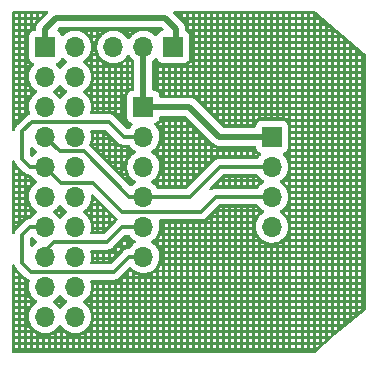
<source format=gtl>
%TF.GenerationSoftware,KiCad,Pcbnew,(6.0.9)*%
%TF.CreationDate,2023-10-26T15:22:16+09:00*%
%TF.ProjectId,JTAG_to_SWD,4a544147-5f74-46f5-9f53-57442e6b6963,rev?*%
%TF.SameCoordinates,PX1c9c380PYaba9500*%
%TF.FileFunction,Copper,L1,Top*%
%TF.FilePolarity,Positive*%
%FSLAX46Y46*%
G04 Gerber Fmt 4.6, Leading zero omitted, Abs format (unit mm)*
G04 Created by KiCad (PCBNEW (6.0.9)) date 2023-10-26 15:22:16*
%MOMM*%
%LPD*%
G01*
G04 APERTURE LIST*
%TA.AperFunction,ComponentPad*%
%ADD10R,1.700000X1.700000*%
%TD*%
%TA.AperFunction,ComponentPad*%
%ADD11O,1.700000X1.700000*%
%TD*%
%TA.AperFunction,Conductor*%
%ADD12C,0.500000*%
%TD*%
%TA.AperFunction,Conductor*%
%ADD13C,0.300000*%
%TD*%
G04 APERTURE END LIST*
D10*
%TO.P,J3,1,Pin_1*%
%TO.N,VDD*%
X22525000Y18860000D03*
D11*
%TO.P,J3,2,Pin_2*%
%TO.N,SWDIO*%
X22525000Y16320000D03*
%TO.P,J3,3,Pin_3*%
%TO.N,SWCLK*%
X22525000Y13780000D03*
%TO.P,J3,4,Pin_4*%
%TO.N,GND*%
X22525000Y11240000D03*
%TD*%
D10*
%TO.P,J4,1,Pin_1*%
%TO.N,VTref*%
X14170000Y26450000D03*
D11*
%TO.P,J4,2,Pin_2*%
%TO.N,VDD*%
X11630000Y26450000D03*
%TO.P,J4,3,Pin_3*%
%TO.N,+3.3V*%
X9090000Y26450000D03*
%TD*%
D10*
%TO.P,J2,1,Pin_1*%
%TO.N,VDD*%
X11635000Y21385000D03*
D11*
%TO.P,J2,2,Pin_2*%
%TO.N,SWCLK*%
X11635000Y18845000D03*
%TO.P,J2,3,Pin_3*%
%TO.N,GND*%
X11635000Y16305000D03*
%TO.P,J2,4,Pin_4*%
%TO.N,SWDIO*%
X11635000Y13765000D03*
%TO.P,J2,5,Pin_5*%
%TO.N,NRST*%
X11635000Y11225000D03*
%TO.P,J2,6,Pin_6*%
%TO.N,SWO*%
X11635000Y8685000D03*
%TD*%
D10*
%TO.P,J1,1,Pin_1*%
%TO.N,VTref*%
X3300000Y26460000D03*
D11*
%TO.P,J1,2,Pin_2*%
%TO.N,unconnected-(J1-Pad2)*%
X5840000Y26460000D03*
%TO.P,J1,3,Pin_3*%
%TO.N,unconnected-(J1-Pad3)*%
X3300000Y23920000D03*
%TO.P,J1,4,Pin_4*%
%TO.N,GND*%
X5840000Y23920000D03*
%TO.P,J1,5,Pin_5*%
%TO.N,unconnected-(J1-Pad5)*%
X3300000Y21380000D03*
%TO.P,J1,6,Pin_6*%
%TO.N,GND*%
X5840000Y21380000D03*
%TO.P,J1,7,Pin_7*%
%TO.N,SWDIO*%
X3300000Y18840000D03*
%TO.P,J1,8,Pin_8*%
%TO.N,GND*%
X5840000Y18840000D03*
%TO.P,J1,9,Pin_9*%
%TO.N,SWCLK*%
X3300000Y16300000D03*
%TO.P,J1,10,Pin_10*%
%TO.N,GND*%
X5840000Y16300000D03*
%TO.P,J1,11,Pin_11*%
%TO.N,unconnected-(J1-Pad11)*%
X3300000Y13760000D03*
%TO.P,J1,12,Pin_12*%
%TO.N,GND*%
X5840000Y13760000D03*
%TO.P,J1,13,Pin_13*%
%TO.N,SWO*%
X3300000Y11220000D03*
%TO.P,J1,14,Pin_14*%
%TO.N,GND*%
X5840000Y11220000D03*
%TO.P,J1,15,Pin_15*%
%TO.N,NRST*%
X3300000Y8680000D03*
%TO.P,J1,16,Pin_16*%
%TO.N,GND*%
X5840000Y8680000D03*
%TO.P,J1,17,Pin_17*%
%TO.N,unconnected-(J1-Pad17)*%
X3300000Y6140000D03*
%TO.P,J1,18,Pin_18*%
%TO.N,GND*%
X5840000Y6140000D03*
%TO.P,J1,19,Pin_19*%
%TO.N,+3.3V*%
X3300000Y3600000D03*
%TO.P,J1,20,Pin_20*%
%TO.N,GND*%
X5840000Y3600000D03*
%TD*%
D12*
%TO.N,VTref*%
X13500000Y28900000D02*
X14400000Y28000000D01*
X3300000Y26460000D02*
X3300000Y27950000D01*
X14400000Y28000000D02*
X14400000Y26625000D01*
X4250000Y28900000D02*
X13500000Y28900000D01*
X3300000Y27950000D02*
X4250000Y28900000D01*
X14400000Y26625000D02*
X14175000Y26400000D01*
D13*
%TO.N,SWDIO*%
X3300000Y18840000D02*
X4540000Y17600000D01*
X11635000Y13765000D02*
X15565000Y13765000D01*
D12*
X11630000Y13797500D02*
X11635000Y13802500D01*
D13*
X10435000Y13765000D02*
X11635000Y13765000D01*
X4540000Y17600000D02*
X6600000Y17600000D01*
X6600000Y17600000D02*
X10435000Y13765000D01*
X22510000Y16305000D02*
X22525000Y16320000D01*
X18120000Y16320000D02*
X22525000Y16320000D01*
X15565000Y13765000D02*
X18120000Y16320000D01*
%TO.N,SWCLK*%
X2050000Y16300000D02*
X1400000Y16950000D01*
X3300000Y16300000D02*
X3310000Y16300000D01*
X1400000Y19300000D02*
X2210000Y20110000D01*
X9955000Y18845000D02*
X11635000Y18845000D01*
X3300000Y16300000D02*
X4640000Y14960000D01*
X2210000Y20110000D02*
X8690000Y20110000D01*
X8690000Y20110000D02*
X9955000Y18845000D01*
X3300000Y16300000D02*
X2050000Y16300000D01*
X9800000Y12500000D02*
X16500000Y12500000D01*
X16500000Y12500000D02*
X17780000Y13780000D01*
X1400000Y16950000D02*
X1400000Y19300000D01*
X17780000Y13780000D02*
X22525000Y13780000D01*
X7340000Y14960000D02*
X9800000Y12500000D01*
X4640000Y14960000D02*
X7340000Y14960000D01*
%TO.N,SWO*%
X10385000Y8685000D02*
X11635000Y8685000D01*
X1400000Y8130000D02*
X2120000Y7410000D01*
X9110000Y7410000D02*
X10385000Y8685000D01*
X3300000Y11220000D02*
X2060000Y11220000D01*
X2060000Y11220000D02*
X1400000Y10560000D01*
X2120000Y7410000D02*
X9110000Y7410000D01*
X1400000Y10560000D02*
X1400000Y8130000D01*
%TO.N,NRST*%
X8550000Y9950000D02*
X9825000Y11225000D01*
X4050000Y9950000D02*
X8550000Y9950000D01*
X3300000Y9200000D02*
X4050000Y9950000D01*
X3300000Y8680000D02*
X3300000Y9200000D01*
X9825000Y11225000D02*
X11635000Y11225000D01*
D12*
%TO.N,VDD*%
X11635000Y21385000D02*
X15540000Y21385000D01*
X11630000Y26450000D02*
X11630000Y21390000D01*
X11630000Y21390000D02*
X11635000Y21385000D01*
X18065000Y18860000D02*
X22525000Y18860000D01*
X15540000Y21385000D02*
X18065000Y18860000D01*
%TD*%
%TA.AperFunction,NonConductor*%
G36*
X4823150Y25546874D02*
G01*
X4857817Y25518886D01*
X4886250Y25486062D01*
X5058126Y25343368D01*
X5094245Y25322262D01*
X5131445Y25300524D01*
X5180169Y25248886D01*
X5193240Y25179103D01*
X5166509Y25113331D01*
X5126055Y25079973D01*
X5113607Y25073493D01*
X5109474Y25070390D01*
X5109471Y25070388D01*
X4941327Y24944142D01*
X4934965Y24939365D01*
X4780629Y24777862D01*
X4673201Y24620379D01*
X4618293Y24575379D01*
X4547768Y24567208D01*
X4484021Y24598462D01*
X4463324Y24622946D01*
X4382822Y24747383D01*
X4382820Y24747386D01*
X4380014Y24751723D01*
X4376532Y24755550D01*
X4232798Y24913512D01*
X4201746Y24977358D01*
X4210141Y25047857D01*
X4255317Y25102625D01*
X4281761Y25116294D01*
X4388297Y25156233D01*
X4396705Y25159385D01*
X4513261Y25246739D01*
X4600615Y25363295D01*
X4622799Y25422471D01*
X4644598Y25480618D01*
X4687240Y25537382D01*
X4753802Y25562082D01*
X4823150Y25546874D01*
G37*
%TD.AperFunction*%
%TA.AperFunction,NonConductor*%
G36*
X4652026Y23244856D02*
G01*
X4679875Y23213006D01*
X4739987Y23114912D01*
X4886250Y22946062D01*
X5058126Y22803368D01*
X5126349Y22763502D01*
X5131445Y22760524D01*
X5180169Y22708886D01*
X5193240Y22639103D01*
X5166509Y22573331D01*
X5126055Y22539973D01*
X5113607Y22533493D01*
X5109474Y22530390D01*
X5109471Y22530388D01*
X4941327Y22404142D01*
X4934965Y22399365D01*
X4780629Y22237862D01*
X4673201Y22080379D01*
X4618293Y22035379D01*
X4547768Y22027208D01*
X4484021Y22058462D01*
X4463324Y22082946D01*
X4382822Y22207383D01*
X4382820Y22207386D01*
X4380014Y22211723D01*
X4229670Y22376949D01*
X4225619Y22380148D01*
X4225615Y22380152D01*
X4058414Y22512200D01*
X4058410Y22512202D01*
X4054359Y22515402D01*
X4013053Y22538204D01*
X3963084Y22588636D01*
X3955880Y22622500D01*
X4366327Y22622500D01*
X4401596Y22594646D01*
X4405564Y22591379D01*
X4407144Y22590023D01*
X4411013Y22586561D01*
X4426115Y22572479D01*
X4429794Y22568906D01*
X4431259Y22567424D01*
X4434845Y22563644D01*
X4568815Y22416413D01*
X4571873Y22420189D01*
X4575225Y22424159D01*
X4576602Y22425723D01*
X4579500Y22428882D01*
X4579500Y22622500D01*
X4366327Y22622500D01*
X3955880Y22622500D01*
X3948312Y22658079D01*
X3973428Y22724484D01*
X4000780Y22751091D01*
X4044603Y22782350D01*
X4175196Y22875500D01*
X4563989Y22875500D01*
X4579500Y22875500D01*
X4579500Y22876505D01*
X4571416Y22885836D01*
X4563989Y22875500D01*
X4175196Y22875500D01*
X4179860Y22878827D01*
X4338096Y23036511D01*
X4397594Y23119311D01*
X4468453Y23217923D01*
X4469776Y23216972D01*
X4516645Y23260143D01*
X4586580Y23272375D01*
X4652026Y23244856D01*
G37*
%TD.AperFunction*%
%TA.AperFunction,NonConductor*%
G36*
X13201750Y28121498D02*
G01*
X13222724Y28104595D01*
X13308664Y28018655D01*
X13342690Y27956343D01*
X13337625Y27885528D01*
X13295078Y27828692D01*
X13233176Y27804297D01*
X13217540Y27802599D01*
X13217536Y27802598D01*
X13209684Y27801745D01*
X13073295Y27750615D01*
X12956739Y27663261D01*
X12869385Y27546705D01*
X12866233Y27538297D01*
X12824919Y27428093D01*
X12782277Y27371329D01*
X12715716Y27346629D01*
X12646367Y27361837D01*
X12613743Y27387524D01*
X12563151Y27443125D01*
X12563142Y27443134D01*
X12559670Y27446949D01*
X12555619Y27450148D01*
X12555615Y27450152D01*
X12388414Y27582200D01*
X12388410Y27582202D01*
X12384359Y27585402D01*
X12372045Y27592200D01*
X12278853Y27643644D01*
X12188789Y27693362D01*
X12183920Y27695086D01*
X12183916Y27695088D01*
X11983087Y27766205D01*
X11983083Y27766206D01*
X11978212Y27767931D01*
X11973119Y27768838D01*
X11973116Y27768839D01*
X11763373Y27806200D01*
X11763367Y27806201D01*
X11758284Y27807106D01*
X11684452Y27808008D01*
X11540081Y27809772D01*
X11540079Y27809772D01*
X11534911Y27809835D01*
X11314091Y27776045D01*
X11101756Y27706643D01*
X11072085Y27691197D01*
X10987998Y27647424D01*
X10903607Y27603493D01*
X10899474Y27600390D01*
X10899471Y27600388D01*
X10733305Y27475627D01*
X10724965Y27469365D01*
X10694760Y27437757D01*
X10631280Y27371329D01*
X10570629Y27307862D01*
X10463201Y27150379D01*
X10408293Y27105379D01*
X10337768Y27097208D01*
X10274021Y27128462D01*
X10253324Y27152946D01*
X10172822Y27277383D01*
X10172820Y27277386D01*
X10170014Y27281723D01*
X10019670Y27446949D01*
X10015619Y27450148D01*
X10015615Y27450152D01*
X9871730Y27563786D01*
X10431500Y27563786D01*
X10524414Y27661015D01*
X10528030Y27664648D01*
X10529529Y27666094D01*
X10533353Y27669633D01*
X10548794Y27683342D01*
X10552723Y27686689D01*
X10554336Y27688007D01*
X10558408Y27691197D01*
X10586781Y27712500D01*
X10431500Y27712500D01*
X10431500Y27563786D01*
X9871730Y27563786D01*
X9848414Y27582200D01*
X9848410Y27582202D01*
X9844359Y27585402D01*
X9832045Y27592200D01*
X9738853Y27643644D01*
X9648789Y27693362D01*
X9643920Y27695086D01*
X9643916Y27695088D01*
X9594746Y27712500D01*
X10131003Y27712500D01*
X10178500Y27674989D01*
X10178500Y27712500D01*
X10131003Y27712500D01*
X9594746Y27712500D01*
X9443087Y27766205D01*
X9443083Y27766206D01*
X9438212Y27767931D01*
X9433119Y27768838D01*
X9433116Y27768839D01*
X9223373Y27806200D01*
X9223367Y27806201D01*
X9218284Y27807106D01*
X9144452Y27808008D01*
X9000081Y27809772D01*
X9000079Y27809772D01*
X8994911Y27809835D01*
X8774091Y27776045D01*
X8561756Y27706643D01*
X8532085Y27691197D01*
X8447998Y27647424D01*
X8363607Y27603493D01*
X8359474Y27600390D01*
X8359471Y27600388D01*
X8193305Y27475627D01*
X8184965Y27469365D01*
X8154760Y27437757D01*
X8091280Y27371329D01*
X8030629Y27307862D01*
X8027720Y27303597D01*
X8027714Y27303589D01*
X8019620Y27291723D01*
X7904743Y27123320D01*
X7864902Y27037489D01*
X7852101Y27009911D01*
X7810688Y26920695D01*
X7750989Y26705430D01*
X7727251Y26483305D01*
X7727548Y26478152D01*
X7727548Y26478149D01*
X7736276Y26326782D01*
X7740110Y26260285D01*
X7741247Y26255239D01*
X7741248Y26255233D01*
X7760022Y26171931D01*
X7789222Y26042361D01*
X7873266Y25835384D01*
X7910685Y25774322D01*
X7987291Y25649312D01*
X7989987Y25644912D01*
X8136250Y25476062D01*
X8308126Y25333368D01*
X8501000Y25220662D01*
X8709692Y25140970D01*
X8714760Y25139939D01*
X8714763Y25139938D01*
X8780514Y25126561D01*
X8928597Y25096433D01*
X8933772Y25096243D01*
X8933774Y25096243D01*
X9146673Y25088436D01*
X9146677Y25088436D01*
X9151837Y25088247D01*
X9156957Y25088903D01*
X9156959Y25088903D01*
X9368288Y25115975D01*
X9368289Y25115975D01*
X9373416Y25116632D01*
X9406511Y25126561D01*
X9582429Y25179339D01*
X9582434Y25179341D01*
X9587384Y25180826D01*
X9787994Y25279104D01*
X9969860Y25408827D01*
X10128096Y25566511D01*
X10132661Y25572863D01*
X10258453Y25747923D01*
X10259776Y25746972D01*
X10306645Y25790143D01*
X10376580Y25802375D01*
X10442026Y25774856D01*
X10469875Y25743006D01*
X10529987Y25644912D01*
X10676250Y25476062D01*
X10824124Y25353295D01*
X10825985Y25351750D01*
X10865620Y25292848D01*
X10871500Y25254806D01*
X10871500Y22869500D01*
X10851498Y22801379D01*
X10797842Y22754886D01*
X10745500Y22743500D01*
X10736866Y22743500D01*
X10674684Y22736745D01*
X10538295Y22685615D01*
X10421739Y22598261D01*
X10334385Y22481705D01*
X10283255Y22345316D01*
X10276500Y22283134D01*
X10276500Y20486866D01*
X10283255Y20424684D01*
X10334385Y20288295D01*
X10421739Y20171739D01*
X10538295Y20084385D01*
X10546704Y20081233D01*
X10546705Y20081232D01*
X10655451Y20040465D01*
X10712216Y19997824D01*
X10736916Y19931262D01*
X10721709Y19861913D01*
X10702316Y19835432D01*
X10599780Y19728134D01*
X10575629Y19702862D01*
X10572715Y19698590D01*
X10572714Y19698589D01*
X10477149Y19558496D01*
X10422238Y19513493D01*
X10373061Y19503500D01*
X10279950Y19503500D01*
X10211829Y19523502D01*
X10190855Y19540405D01*
X9653760Y20077500D01*
X10046062Y20077500D01*
X10178500Y19945062D01*
X10178500Y20033746D01*
X10145708Y20077500D01*
X10046062Y20077500D01*
X9653760Y20077500D01*
X9400760Y20330500D01*
X9922500Y20330500D01*
X10022423Y20330500D01*
X10020968Y20334787D01*
X10020041Y20337827D01*
X10017979Y20345432D01*
X10010698Y20376054D01*
X10009112Y20383798D01*
X10008572Y20386931D01*
X10007478Y20394725D01*
X10000723Y20456907D01*
X10000406Y20460241D01*
X10000294Y20461610D01*
X10000058Y20465070D01*
X9999321Y20478678D01*
X9999183Y20482100D01*
X9999146Y20483474D01*
X9999100Y20486866D01*
X9999100Y20586500D01*
X9922500Y20586500D01*
X9922500Y20330500D01*
X9400760Y20330500D01*
X9213655Y20517605D01*
X9205665Y20526385D01*
X9205663Y20526387D01*
X9201416Y20533080D01*
X9183965Y20549468D01*
X9149743Y20581604D01*
X9146901Y20584359D01*
X9144760Y20586500D01*
X9537062Y20586500D01*
X9669500Y20454062D01*
X9669500Y20586500D01*
X9537062Y20586500D01*
X9144760Y20586500D01*
X9126333Y20604927D01*
X9122826Y20607647D01*
X9113804Y20615353D01*
X9109613Y20619289D01*
X9080133Y20646972D01*
X9073181Y20650794D01*
X9061342Y20657303D01*
X9044818Y20668157D01*
X9034132Y20676445D01*
X9027868Y20681304D01*
X9020596Y20684451D01*
X9020594Y20684452D01*
X8985465Y20699654D01*
X8974805Y20704876D01*
X8941284Y20723305D01*
X8941282Y20723306D01*
X8934337Y20727124D01*
X8913559Y20732459D01*
X8894869Y20738858D01*
X8875176Y20747380D01*
X8829552Y20754606D01*
X8817929Y20757013D01*
X8785324Y20765384D01*
X8773188Y20768500D01*
X8751741Y20768500D01*
X8732031Y20770051D01*
X8718677Y20772166D01*
X8710848Y20773406D01*
X8664859Y20769059D01*
X8653004Y20768500D01*
X7244072Y20768500D01*
X7175951Y20788502D01*
X7131761Y20839500D01*
X9413500Y20839500D01*
X9669500Y20839500D01*
X9922500Y20839500D01*
X9999100Y20839500D01*
X9999100Y21095500D01*
X9922500Y21095500D01*
X9922500Y20839500D01*
X9669500Y20839500D01*
X9669500Y21095500D01*
X9413500Y21095500D01*
X9413500Y20839500D01*
X7131761Y20839500D01*
X7129458Y20842158D01*
X7119354Y20912432D01*
X7123514Y20931129D01*
X7134588Y20967575D01*
X7151608Y21023594D01*
X8904500Y21023594D01*
X8918570Y21021365D01*
X8926343Y21019882D01*
X8929457Y21019186D01*
X8937127Y21017217D01*
X8967457Y21008405D01*
X8974969Y21005964D01*
X8977970Y21004884D01*
X8985343Y21001966D01*
X8994098Y20998177D01*
X9003326Y20995808D01*
X9010945Y20993594D01*
X9013978Y20992608D01*
X9021407Y20989933D01*
X9050773Y20978306D01*
X9058020Y20975170D01*
X9060907Y20973812D01*
X9067977Y20970211D01*
X9102189Y20951403D01*
X9138037Y20935890D01*
X9145197Y20932521D01*
X9148039Y20931073D01*
X9154979Y20927257D01*
X9160500Y20923992D01*
X9160500Y21095500D01*
X8904500Y21095500D01*
X8904500Y21023594D01*
X7151608Y21023594D01*
X7158385Y21045900D01*
X7445742Y21045900D01*
X7633500Y21045900D01*
X7886500Y21045900D01*
X8142500Y21045900D01*
X8395500Y21045900D01*
X8645866Y21045900D01*
X8651500Y21046433D01*
X8651500Y21095500D01*
X8395500Y21095500D01*
X8395500Y21045900D01*
X8142500Y21045900D01*
X8142500Y21095500D01*
X7886500Y21095500D01*
X7886500Y21045900D01*
X7633500Y21045900D01*
X7633500Y21095500D01*
X7452634Y21095500D01*
X7447397Y21055723D01*
X7446612Y21050583D01*
X7446255Y21048530D01*
X7445742Y21045900D01*
X7158385Y21045900D01*
X7172370Y21091931D01*
X7201529Y21313410D01*
X7201611Y21316760D01*
X7203074Y21376635D01*
X7203074Y21376639D01*
X7203156Y21380000D01*
X7184852Y21602639D01*
X7184385Y21604500D01*
X7463035Y21604500D01*
X7479623Y21402729D01*
X7479858Y21399301D01*
X7479932Y21397951D01*
X7480069Y21394683D01*
X7480455Y21381281D01*
X7480507Y21377933D01*
X7480510Y21376582D01*
X7480472Y21373224D01*
X7479868Y21348500D01*
X7633500Y21348500D01*
X7886500Y21348500D01*
X8142500Y21348500D01*
X8395500Y21348500D01*
X8651500Y21348500D01*
X8904500Y21348500D01*
X9160500Y21348500D01*
X9413500Y21348500D01*
X9669500Y21348500D01*
X9922500Y21348500D01*
X9999100Y21348500D01*
X9999100Y21604500D01*
X9922500Y21604500D01*
X9922500Y21348500D01*
X9669500Y21348500D01*
X9669500Y21604500D01*
X9413500Y21604500D01*
X9413500Y21348500D01*
X9160500Y21348500D01*
X9160500Y21604500D01*
X8904500Y21604500D01*
X8904500Y21348500D01*
X8651500Y21348500D01*
X8651500Y21604500D01*
X8395500Y21604500D01*
X8395500Y21348500D01*
X8142500Y21348500D01*
X8142500Y21604500D01*
X7886500Y21604500D01*
X7886500Y21348500D01*
X7633500Y21348500D01*
X7633500Y21604500D01*
X7463035Y21604500D01*
X7184385Y21604500D01*
X7130431Y21819298D01*
X7075012Y21946753D01*
X7377500Y21946753D01*
X7384823Y21929911D01*
X7386771Y21925168D01*
X7387523Y21923226D01*
X7389302Y21918336D01*
X7395957Y21898789D01*
X7397521Y21893864D01*
X7398111Y21891866D01*
X7399474Y21886878D01*
X7406853Y21857500D01*
X7633500Y21857500D01*
X7886500Y21857500D01*
X8142500Y21857500D01*
X8395500Y21857500D01*
X8651500Y21857500D01*
X8904500Y21857500D01*
X9160500Y21857500D01*
X9413500Y21857500D01*
X9669500Y21857500D01*
X9922500Y21857500D01*
X9999100Y21857500D01*
X9999100Y22113500D01*
X9922500Y22113500D01*
X9922500Y21857500D01*
X9669500Y21857500D01*
X9669500Y22113500D01*
X9413500Y22113500D01*
X9413500Y21857500D01*
X9160500Y21857500D01*
X9160500Y22113500D01*
X8904500Y22113500D01*
X8904500Y21857500D01*
X8651500Y21857500D01*
X8651500Y22113500D01*
X8395500Y22113500D01*
X8395500Y21857500D01*
X8142500Y21857500D01*
X8142500Y22113500D01*
X7886500Y22113500D01*
X7886500Y21857500D01*
X7633500Y21857500D01*
X7633500Y22113500D01*
X7377500Y22113500D01*
X7377500Y21946753D01*
X7075012Y21946753D01*
X7041354Y22024160D01*
X6989734Y22103953D01*
X6922822Y22207383D01*
X6922820Y22207386D01*
X6920014Y22211723D01*
X6779178Y22366500D01*
X7377500Y22366500D01*
X7633500Y22366500D01*
X7886500Y22366500D01*
X8142500Y22366500D01*
X8395500Y22366500D01*
X8651500Y22366500D01*
X8904500Y22366500D01*
X9160500Y22366500D01*
X9413500Y22366500D01*
X9669500Y22366500D01*
X9922500Y22366500D01*
X10006525Y22366500D01*
X10007478Y22375275D01*
X10008572Y22383069D01*
X10009112Y22386202D01*
X10010698Y22393946D01*
X10017979Y22424568D01*
X10020041Y22432173D01*
X10020968Y22435213D01*
X10023507Y22442692D01*
X10074637Y22579081D01*
X10078087Y22587371D01*
X10079592Y22590653D01*
X10083604Y22598643D01*
X10096666Y22622500D01*
X9922500Y22622500D01*
X9922500Y22366500D01*
X9669500Y22366500D01*
X9669500Y22622500D01*
X9413500Y22622500D01*
X9413500Y22366500D01*
X9160500Y22366500D01*
X9160500Y22622500D01*
X8904500Y22622500D01*
X8904500Y22366500D01*
X8651500Y22366500D01*
X8651500Y22622500D01*
X8395500Y22622500D01*
X8395500Y22366500D01*
X8142500Y22366500D01*
X8142500Y22622500D01*
X7886500Y22622500D01*
X7886500Y22366500D01*
X7633500Y22366500D01*
X7633500Y22622500D01*
X7377500Y22622500D01*
X7377500Y22366500D01*
X6779178Y22366500D01*
X6769670Y22376949D01*
X6765619Y22380148D01*
X6765615Y22380152D01*
X6598414Y22512200D01*
X6598410Y22512202D01*
X6594359Y22515402D01*
X6553053Y22538204D01*
X6503084Y22588636D01*
X6495880Y22622500D01*
X6906328Y22622500D01*
X6941597Y22594646D01*
X6945564Y22591379D01*
X6947144Y22590023D01*
X6951013Y22586561D01*
X6966115Y22572479D01*
X6969794Y22568906D01*
X6971259Y22567424D01*
X6974845Y22563644D01*
X7124500Y22399175D01*
X7124500Y22622500D01*
X6906328Y22622500D01*
X6495880Y22622500D01*
X6488312Y22658079D01*
X6513428Y22724484D01*
X6540780Y22751091D01*
X6584603Y22782350D01*
X6715196Y22875500D01*
X7103989Y22875500D01*
X7124500Y22875500D01*
X7377500Y22875500D01*
X7633500Y22875500D01*
X7886500Y22875500D01*
X8142500Y22875500D01*
X8395500Y22875500D01*
X8651500Y22875500D01*
X8904500Y22875500D01*
X9160500Y22875500D01*
X9413500Y22875500D01*
X9669500Y22875500D01*
X9922500Y22875500D01*
X10178500Y22875500D01*
X10178500Y22941395D01*
X10431500Y22941395D01*
X10432629Y22941913D01*
X10440919Y22945363D01*
X10577308Y22996493D01*
X10584787Y22999032D01*
X10587827Y22999959D01*
X10594100Y23001660D01*
X10594100Y23131500D01*
X10431500Y23131500D01*
X10431500Y22941395D01*
X10178500Y22941395D01*
X10178500Y23131500D01*
X9922500Y23131500D01*
X9922500Y22875500D01*
X9669500Y22875500D01*
X9669500Y23131500D01*
X9413500Y23131500D01*
X9413500Y22875500D01*
X9160500Y22875500D01*
X9160500Y23131500D01*
X8904500Y23131500D01*
X8904500Y22875500D01*
X8651500Y22875500D01*
X8651500Y23131500D01*
X8395500Y23131500D01*
X8395500Y22875500D01*
X8142500Y22875500D01*
X8142500Y23131500D01*
X7886500Y23131500D01*
X7886500Y22875500D01*
X7633500Y22875500D01*
X7633500Y23131500D01*
X7377500Y23131500D01*
X7377500Y22875500D01*
X7124500Y22875500D01*
X7124500Y22904044D01*
X7103989Y22875500D01*
X6715196Y22875500D01*
X6719860Y22878827D01*
X6878096Y23036511D01*
X6937594Y23119311D01*
X7005435Y23213723D01*
X7008453Y23217923D01*
X7029320Y23260143D01*
X7090780Y23384500D01*
X7387114Y23384500D01*
X7633500Y23384500D01*
X7886500Y23384500D01*
X8142500Y23384500D01*
X8395500Y23384500D01*
X8651500Y23384500D01*
X8904500Y23384500D01*
X9160500Y23384500D01*
X9413500Y23384500D01*
X9669500Y23384500D01*
X9922500Y23384500D01*
X10178500Y23384500D01*
X10431500Y23384500D01*
X10594100Y23384500D01*
X10594100Y23640500D01*
X10431500Y23640500D01*
X10431500Y23384500D01*
X10178500Y23384500D01*
X10178500Y23640500D01*
X9922500Y23640500D01*
X9922500Y23384500D01*
X9669500Y23384500D01*
X9669500Y23640500D01*
X9413500Y23640500D01*
X9413500Y23384500D01*
X9160500Y23384500D01*
X9160500Y23640500D01*
X8904500Y23640500D01*
X8904500Y23384500D01*
X8651500Y23384500D01*
X8651500Y23640500D01*
X8395500Y23640500D01*
X8395500Y23384500D01*
X8142500Y23384500D01*
X8142500Y23640500D01*
X7886500Y23640500D01*
X7886500Y23384500D01*
X7633500Y23384500D01*
X7633500Y23640500D01*
X7453292Y23640500D01*
X7447397Y23595722D01*
X7446612Y23590583D01*
X7446255Y23588530D01*
X7445272Y23583486D01*
X7440908Y23563304D01*
X7439717Y23558294D01*
X7439194Y23556278D01*
X7437789Y23551289D01*
X7387114Y23384500D01*
X7090780Y23384500D01*
X7105136Y23413547D01*
X7105137Y23413549D01*
X7107430Y23418189D01*
X7149997Y23558294D01*
X7170865Y23626977D01*
X7170865Y23626979D01*
X7172370Y23631931D01*
X7201529Y23853410D01*
X7202509Y23893500D01*
X7203074Y23916635D01*
X7203074Y23916639D01*
X7203156Y23920000D01*
X7184852Y24142639D01*
X7183129Y24149500D01*
X7462624Y24149500D01*
X7479623Y23942729D01*
X7479858Y23939301D01*
X7479932Y23937951D01*
X7480069Y23934683D01*
X7480455Y23921281D01*
X7480507Y23917933D01*
X7480510Y23916582D01*
X7480472Y23913224D01*
X7479990Y23893500D01*
X7633500Y23893500D01*
X7886500Y23893500D01*
X8142500Y23893500D01*
X8395500Y23893500D01*
X8651500Y23893500D01*
X8904500Y23893500D01*
X9160500Y23893500D01*
X9413500Y23893500D01*
X9669500Y23893500D01*
X9922500Y23893500D01*
X10178500Y23893500D01*
X10431500Y23893500D01*
X10594100Y23893500D01*
X10594100Y24149500D01*
X10431500Y24149500D01*
X10431500Y23893500D01*
X10178500Y23893500D01*
X10178500Y24149500D01*
X9922500Y24149500D01*
X9922500Y23893500D01*
X9669500Y23893500D01*
X9669500Y24149500D01*
X9413500Y24149500D01*
X9413500Y23893500D01*
X9160500Y23893500D01*
X9160500Y24149500D01*
X8904500Y24149500D01*
X8904500Y23893500D01*
X8651500Y23893500D01*
X8651500Y24149500D01*
X8395500Y24149500D01*
X8395500Y23893500D01*
X8142500Y23893500D01*
X8142500Y24149500D01*
X7886500Y24149500D01*
X7886500Y23893500D01*
X7633500Y23893500D01*
X7633500Y24149500D01*
X7462624Y24149500D01*
X7183129Y24149500D01*
X7130431Y24359298D01*
X7075012Y24486753D01*
X7377500Y24486753D01*
X7384823Y24469911D01*
X7386771Y24465168D01*
X7387523Y24463226D01*
X7389302Y24458336D01*
X7395957Y24438789D01*
X7397521Y24433864D01*
X7398111Y24431866D01*
X7399474Y24426877D01*
X7405597Y24402500D01*
X7633500Y24402500D01*
X7886500Y24402500D01*
X8142500Y24402500D01*
X8395500Y24402500D01*
X8651500Y24402500D01*
X8904500Y24402500D01*
X9160500Y24402500D01*
X9413500Y24402500D01*
X9669500Y24402500D01*
X9922500Y24402500D01*
X10178500Y24402500D01*
X10431500Y24402500D01*
X10594100Y24402500D01*
X10594100Y24658500D01*
X10431500Y24658500D01*
X10431500Y24402500D01*
X10178500Y24402500D01*
X10178500Y24658500D01*
X9922500Y24658500D01*
X9922500Y24402500D01*
X9669500Y24402500D01*
X9669500Y24658500D01*
X9413500Y24658500D01*
X9413500Y24402500D01*
X9160500Y24402500D01*
X9160500Y24658500D01*
X8904500Y24658500D01*
X8904500Y24402500D01*
X8651500Y24402500D01*
X8651500Y24658500D01*
X8395500Y24658500D01*
X8395500Y24402500D01*
X8142500Y24402500D01*
X8142500Y24658500D01*
X7886500Y24658500D01*
X7886500Y24402500D01*
X7633500Y24402500D01*
X7633500Y24658500D01*
X7377500Y24658500D01*
X7377500Y24486753D01*
X7075012Y24486753D01*
X7041354Y24564160D01*
X6920014Y24751723D01*
X6774628Y24911500D01*
X7377500Y24911500D01*
X7633500Y24911500D01*
X7886500Y24911500D01*
X8142500Y24911500D01*
X8142500Y24964209D01*
X8395500Y24964209D01*
X8395500Y24911500D01*
X8533012Y24911500D01*
X9655016Y24911500D01*
X9669500Y24911500D01*
X9922500Y24911500D01*
X10178500Y24911500D01*
X10431500Y24911500D01*
X10594100Y24911500D01*
X10594100Y25167500D01*
X10431500Y25167500D01*
X10431500Y24911500D01*
X10178500Y24911500D01*
X10178500Y25167500D01*
X10109230Y25167500D01*
X9949080Y25053267D01*
X9944782Y25050334D01*
X9943037Y25049195D01*
X9938681Y25046476D01*
X9922500Y25036831D01*
X9922500Y24911500D01*
X9669500Y24911500D01*
X9669500Y24915900D01*
X9667099Y24915125D01*
X9655016Y24911500D01*
X8533012Y24911500D01*
X8402041Y24961513D01*
X8397218Y24963470D01*
X8395500Y24964209D01*
X8142500Y24964209D01*
X8142500Y25111215D01*
X8140801Y25112405D01*
X8136661Y25115431D01*
X8135005Y25116694D01*
X8130931Y25119937D01*
X8073641Y25167500D01*
X7886500Y25167500D01*
X7886500Y24911500D01*
X7633500Y24911500D01*
X7633500Y25167500D01*
X7377500Y25167500D01*
X7377500Y24911500D01*
X6774628Y24911500D01*
X6769670Y24916949D01*
X6765619Y24920148D01*
X6765615Y24920152D01*
X6598414Y25052200D01*
X6598410Y25052202D01*
X6594359Y25055402D01*
X6553053Y25078204D01*
X6503084Y25128636D01*
X6494817Y25167500D01*
X6899997Y25167500D01*
X6941597Y25134646D01*
X6945564Y25131379D01*
X6947144Y25130023D01*
X6951013Y25126561D01*
X6966115Y25112479D01*
X6969794Y25108906D01*
X6971259Y25107424D01*
X6974845Y25103644D01*
X7124500Y24939175D01*
X7124500Y25167500D01*
X6899997Y25167500D01*
X6494817Y25167500D01*
X6488312Y25198079D01*
X6513428Y25264484D01*
X6540780Y25291091D01*
X6604684Y25336673D01*
X6719860Y25418827D01*
X6721539Y25420500D01*
X7107582Y25420500D01*
X7124500Y25420500D01*
X7377500Y25420500D01*
X7633500Y25420500D01*
X7633500Y25676500D01*
X7377500Y25676500D01*
X7377500Y25420500D01*
X7124500Y25420500D01*
X7124500Y25444044D01*
X7107582Y25420500D01*
X6721539Y25420500D01*
X6878096Y25576511D01*
X7008453Y25757923D01*
X7025170Y25791746D01*
X7093251Y25929500D01*
X7388634Y25929500D01*
X7535652Y25929500D01*
X7532202Y25937997D01*
X7530355Y25942827D01*
X7529651Y25944788D01*
X7528006Y25949686D01*
X7521832Y25969389D01*
X7520393Y25974332D01*
X7519852Y25976343D01*
X7518609Y25981375D01*
X7472607Y26185500D01*
X7453951Y26185500D01*
X7447397Y26135722D01*
X7446612Y26130583D01*
X7446255Y26128530D01*
X7445272Y26123486D01*
X7440908Y26103304D01*
X7439717Y26098294D01*
X7439194Y26096278D01*
X7437789Y26091289D01*
X7388634Y25929500D01*
X7093251Y25929500D01*
X7105136Y25953547D01*
X7105137Y25953549D01*
X7107430Y25958189D01*
X7149997Y26098294D01*
X7170865Y26166977D01*
X7170865Y26166979D01*
X7172370Y26171931D01*
X7201529Y26393410D01*
X7203156Y26460000D01*
X7184852Y26682639D01*
X7181873Y26694500D01*
X7462212Y26694500D01*
X7465964Y26648867D01*
X7470841Y26694500D01*
X7462212Y26694500D01*
X7181873Y26694500D01*
X7130431Y26899298D01*
X7075012Y27026753D01*
X7377500Y27026753D01*
X7384823Y27009911D01*
X7386771Y27005168D01*
X7387523Y27003226D01*
X7389302Y26998336D01*
X7395957Y26978789D01*
X7397521Y26973864D01*
X7398111Y26971866D01*
X7399474Y26966877D01*
X7404341Y26947500D01*
X7530253Y26947500D01*
X7543378Y26994827D01*
X7544856Y26999763D01*
X7545494Y27001745D01*
X7547181Y27006641D01*
X7554310Y27026019D01*
X7556197Y27030839D01*
X7556996Y27032763D01*
X7559073Y27037489D01*
X7633500Y27197829D01*
X7633500Y27203500D01*
X7377500Y27203500D01*
X7377500Y27026753D01*
X7075012Y27026753D01*
X7041354Y27104160D01*
X6929291Y27277383D01*
X6922822Y27287383D01*
X6922820Y27287386D01*
X6920014Y27291723D01*
X6770079Y27456500D01*
X7377500Y27456500D01*
X7633500Y27456500D01*
X7633500Y27558554D01*
X7886500Y27558554D01*
X7984414Y27661015D01*
X7988030Y27664648D01*
X7989529Y27666094D01*
X7993353Y27669633D01*
X8008794Y27683342D01*
X8012723Y27686689D01*
X8014336Y27688007D01*
X8018408Y27691197D01*
X8046781Y27712500D01*
X7886500Y27712500D01*
X7886500Y27558554D01*
X7633500Y27558554D01*
X7633500Y27712500D01*
X7377500Y27712500D01*
X7377500Y27456500D01*
X6770079Y27456500D01*
X6769670Y27456949D01*
X6765619Y27460148D01*
X6765615Y27460152D01*
X6598414Y27592200D01*
X6598410Y27592202D01*
X6594359Y27595402D01*
X6575375Y27605882D01*
X6491159Y27652371D01*
X6398789Y27703362D01*
X6393920Y27705086D01*
X6393916Y27705088D01*
X6372985Y27712500D01*
X6893666Y27712500D01*
X6941597Y27674646D01*
X6945564Y27671379D01*
X6947144Y27670023D01*
X6951013Y27666561D01*
X6966115Y27652479D01*
X6969794Y27648906D01*
X6971259Y27647424D01*
X6974845Y27643644D01*
X7124500Y27479175D01*
X7124500Y27712500D01*
X6893666Y27712500D01*
X6372985Y27712500D01*
X6193087Y27776205D01*
X6193083Y27776206D01*
X6188212Y27777931D01*
X6183119Y27778838D01*
X6183116Y27778839D01*
X5973373Y27816200D01*
X5973367Y27816201D01*
X5968284Y27817106D01*
X5894452Y27818008D01*
X5750081Y27819772D01*
X5750079Y27819772D01*
X5744911Y27819835D01*
X5524091Y27786045D01*
X5311756Y27716643D01*
X5238757Y27678642D01*
X5215550Y27666561D01*
X5113607Y27613493D01*
X5109474Y27610390D01*
X5109471Y27610388D01*
X4939100Y27482470D01*
X4934965Y27479365D01*
X4878537Y27420316D01*
X4854283Y27394936D01*
X4792759Y27359506D01*
X4721846Y27362963D01*
X4664060Y27404209D01*
X4645207Y27437757D01*
X4603767Y27548297D01*
X4600615Y27556705D01*
X4513261Y27673261D01*
X4396705Y27760615D01*
X4397762Y27762026D01*
X4355181Y27804701D01*
X4340166Y27874091D01*
X4365050Y27940584D01*
X4376740Y27954059D01*
X4527276Y28104595D01*
X4589588Y28138621D01*
X4616371Y28141500D01*
X13133629Y28141500D01*
X13201750Y28121498D01*
G37*
%TD.AperFunction*%
%TA.AperFunction,NonConductor*%
G36*
X3532750Y29471498D02*
G01*
X3579243Y29417842D01*
X3589347Y29347568D01*
X3559853Y29282988D01*
X3553724Y29276405D01*
X2811089Y28533770D01*
X2796677Y28521384D01*
X2785082Y28512851D01*
X2785077Y28512846D01*
X2779182Y28508508D01*
X2774443Y28502930D01*
X2774440Y28502927D01*
X2744965Y28468232D01*
X2738035Y28460716D01*
X2732340Y28455021D01*
X2730060Y28452139D01*
X2714719Y28432749D01*
X2711928Y28429345D01*
X2669409Y28379297D01*
X2664667Y28373715D01*
X2661339Y28367199D01*
X2657972Y28362150D01*
X2654805Y28357021D01*
X2650266Y28351284D01*
X2619345Y28285125D01*
X2617442Y28281231D01*
X2584231Y28216192D01*
X2582492Y28209084D01*
X2580393Y28203441D01*
X2578476Y28197678D01*
X2575378Y28191050D01*
X2573888Y28183888D01*
X2573888Y28183887D01*
X2560514Y28119588D01*
X2559544Y28115304D01*
X2542192Y28044390D01*
X2541500Y28033236D01*
X2541464Y28033238D01*
X2541225Y28029245D01*
X2540851Y28025053D01*
X2539360Y28017885D01*
X2539558Y28010568D01*
X2541253Y27947907D01*
X2523100Y27879271D01*
X2470721Y27831344D01*
X2415299Y27818500D01*
X2401866Y27818500D01*
X2339684Y27811745D01*
X2203295Y27760615D01*
X2086739Y27673261D01*
X1999385Y27556705D01*
X1948255Y27420316D01*
X1941500Y27358134D01*
X1941500Y25561866D01*
X1948255Y25499684D01*
X1999385Y25363295D01*
X2086739Y25246739D01*
X2203295Y25159385D01*
X2211704Y25156233D01*
X2211705Y25156232D01*
X2320451Y25115465D01*
X2377216Y25072824D01*
X2401916Y25006262D01*
X2386709Y24936913D01*
X2367316Y24910432D01*
X2240629Y24777862D01*
X2114743Y24593320D01*
X2099003Y24559410D01*
X2026168Y24402500D01*
X2020688Y24390695D01*
X1960989Y24175430D01*
X1937251Y23953305D01*
X1937548Y23948152D01*
X1937548Y23948149D01*
X1943011Y23853410D01*
X1950110Y23730285D01*
X1951247Y23725239D01*
X1951248Y23725233D01*
X1970344Y23640500D01*
X1999222Y23512361D01*
X2083266Y23305384D01*
X2134019Y23222562D01*
X2197291Y23119312D01*
X2199987Y23114912D01*
X2346250Y22946062D01*
X2518126Y22803368D01*
X2586349Y22763502D01*
X2591445Y22760524D01*
X2640169Y22708886D01*
X2653240Y22639103D01*
X2626509Y22573331D01*
X2586055Y22539973D01*
X2573607Y22533493D01*
X2569474Y22530390D01*
X2569471Y22530388D01*
X2401327Y22404142D01*
X2394965Y22399365D01*
X2240629Y22237862D01*
X2237720Y22233597D01*
X2237714Y22233589D01*
X2163593Y22124931D01*
X2114743Y22053320D01*
X2099431Y22020333D01*
X2023847Y21857500D01*
X2020688Y21850695D01*
X1960989Y21635430D01*
X1937251Y21413305D01*
X1937548Y21408152D01*
X1937548Y21408149D01*
X1943011Y21313410D01*
X1950110Y21190285D01*
X1951247Y21185239D01*
X1951248Y21185233D01*
X1971119Y21097061D01*
X1999222Y20972361D01*
X2031723Y20892320D01*
X2033063Y20889020D01*
X2040159Y20818379D01*
X2007937Y20755115D01*
X1960567Y20726172D01*
X1961288Y20724505D01*
X1954012Y20721357D01*
X1946400Y20719145D01*
X1927935Y20708225D01*
X1910195Y20699534D01*
X1890244Y20691635D01*
X1852874Y20664484D01*
X1842952Y20657967D01*
X1810023Y20638493D01*
X1810019Y20638490D01*
X1803193Y20634453D01*
X1788029Y20619289D01*
X1772996Y20606449D01*
X1755643Y20593841D01*
X1726198Y20558248D01*
X1718208Y20549468D01*
X992395Y19823655D01*
X983615Y19815665D01*
X983613Y19815663D01*
X976920Y19811416D01*
X971494Y19805638D01*
X971493Y19805637D01*
X928396Y19759743D01*
X925641Y19756901D01*
X905073Y19736333D01*
X902356Y19732830D01*
X894648Y19723805D01*
X863028Y19690133D01*
X859207Y19683182D01*
X859206Y19683181D01*
X852697Y19671342D01*
X841843Y19654818D01*
X834018Y19644729D01*
X828696Y19637868D01*
X825549Y19630596D01*
X825548Y19630594D01*
X810346Y19595465D01*
X805124Y19584805D01*
X782876Y19544337D01*
X777541Y19523559D01*
X771142Y19504869D01*
X762620Y19485176D01*
X761380Y19477345D01*
X758949Y19461997D01*
X728537Y19397844D01*
X668269Y19360317D01*
X597279Y19361331D01*
X538107Y19400564D01*
X509539Y19465559D01*
X508500Y19481708D01*
X508500Y20011975D01*
X785900Y20011975D01*
X788565Y20014325D01*
X801290Y20024852D01*
X853938Y20077500D01*
X785900Y20077500D01*
X785900Y20011975D01*
X508500Y20011975D01*
X508500Y20330500D01*
X785900Y20330500D01*
X1016500Y20330500D01*
X1016500Y20493062D01*
X1269500Y20493062D01*
X1362938Y20586500D01*
X1269500Y20586500D01*
X1269500Y20493062D01*
X1016500Y20493062D01*
X1016500Y20586500D01*
X785900Y20586500D01*
X785900Y20330500D01*
X508500Y20330500D01*
X508500Y20839500D01*
X785900Y20839500D01*
X1016500Y20839500D01*
X1269500Y20839500D01*
X1525500Y20839500D01*
X1525500Y21095500D01*
X1269500Y21095500D01*
X1269500Y20839500D01*
X1016500Y20839500D01*
X1016500Y21095500D01*
X785900Y21095500D01*
X785900Y20839500D01*
X508500Y20839500D01*
X508500Y21348500D01*
X785900Y21348500D01*
X1016500Y21348500D01*
X1269500Y21348500D01*
X1525500Y21348500D01*
X1525500Y21604500D01*
X1269500Y21604500D01*
X1269500Y21348500D01*
X1016500Y21348500D01*
X1016500Y21604500D01*
X785900Y21604500D01*
X785900Y21348500D01*
X508500Y21348500D01*
X508500Y21857500D01*
X785900Y21857500D01*
X1016500Y21857500D01*
X1269500Y21857500D01*
X1525500Y21857500D01*
X1525500Y21987798D01*
X1778500Y21987798D01*
X1836849Y22113500D01*
X1778500Y22113500D01*
X1778500Y21987798D01*
X1525500Y21987798D01*
X1525500Y22113500D01*
X1269500Y22113500D01*
X1269500Y21857500D01*
X1016500Y21857500D01*
X1016500Y22113500D01*
X785900Y22113500D01*
X785900Y21857500D01*
X508500Y21857500D01*
X508500Y22366500D01*
X785900Y22366500D01*
X1016500Y22366500D01*
X1269500Y22366500D01*
X1525500Y22366500D01*
X1778500Y22366500D01*
X1992584Y22366500D01*
X2011469Y22394184D01*
X2014483Y22398412D01*
X2015726Y22400082D01*
X2018879Y22404142D01*
X2031873Y22420189D01*
X2034500Y22423300D01*
X2034500Y22622500D01*
X1778500Y22622500D01*
X1778500Y22366500D01*
X1525500Y22366500D01*
X1525500Y22622500D01*
X1269500Y22622500D01*
X1269500Y22366500D01*
X1016500Y22366500D01*
X1016500Y22622500D01*
X785900Y22622500D01*
X785900Y22366500D01*
X508500Y22366500D01*
X508500Y22875500D01*
X785900Y22875500D01*
X1016500Y22875500D01*
X1269500Y22875500D01*
X1525500Y22875500D01*
X1778500Y22875500D01*
X2034500Y22875500D01*
X2034500Y22882277D01*
X1990314Y22933286D01*
X1987002Y22937272D01*
X1985705Y22938900D01*
X1982579Y22942994D01*
X1970383Y22959657D01*
X1967415Y22963890D01*
X1966254Y22965621D01*
X1963464Y22969971D01*
X1864479Y23131500D01*
X1778500Y23131500D01*
X1778500Y22875500D01*
X1525500Y22875500D01*
X1525500Y23131500D01*
X1269500Y23131500D01*
X1269500Y22875500D01*
X1016500Y22875500D01*
X1016500Y23131500D01*
X785900Y23131500D01*
X785900Y22875500D01*
X508500Y22875500D01*
X508500Y23384500D01*
X785900Y23384500D01*
X1016500Y23384500D01*
X1269500Y23384500D01*
X1525500Y23384500D01*
X1525500Y23640500D01*
X1269500Y23640500D01*
X1269500Y23384500D01*
X1016500Y23384500D01*
X1016500Y23640500D01*
X785900Y23640500D01*
X785900Y23384500D01*
X508500Y23384500D01*
X508500Y23893500D01*
X785900Y23893500D01*
X1016500Y23893500D01*
X1269500Y23893500D01*
X1525500Y23893500D01*
X1525500Y24149500D01*
X1269500Y24149500D01*
X1269500Y23893500D01*
X1016500Y23893500D01*
X1016500Y24149500D01*
X785900Y24149500D01*
X785900Y23893500D01*
X508500Y23893500D01*
X508500Y24402500D01*
X785900Y24402500D01*
X1016500Y24402500D01*
X1269500Y24402500D01*
X1525500Y24402500D01*
X1525500Y24527798D01*
X1778500Y24527798D01*
X1839170Y24658500D01*
X1778500Y24658500D01*
X1778500Y24527798D01*
X1525500Y24527798D01*
X1525500Y24658500D01*
X1269500Y24658500D01*
X1269500Y24402500D01*
X1016500Y24402500D01*
X1016500Y24658500D01*
X785900Y24658500D01*
X785900Y24402500D01*
X508500Y24402500D01*
X508500Y24911500D01*
X785900Y24911500D01*
X1016500Y24911500D01*
X1269500Y24911500D01*
X1525500Y24911500D01*
X1778500Y24911500D01*
X1995995Y24911500D01*
X2011470Y24934185D01*
X2014483Y24938412D01*
X2015726Y24940082D01*
X2018879Y24944142D01*
X2022304Y24948371D01*
X1920376Y25024762D01*
X1913425Y25030367D01*
X1910697Y25032731D01*
X1904118Y25038857D01*
X1878857Y25064118D01*
X1872731Y25070697D01*
X1870367Y25073425D01*
X1864762Y25080376D01*
X1799466Y25167500D01*
X1778500Y25167500D01*
X1778500Y24911500D01*
X1525500Y24911500D01*
X1525500Y25167500D01*
X1269500Y25167500D01*
X1269500Y24911500D01*
X1016500Y24911500D01*
X1016500Y25167500D01*
X785900Y25167500D01*
X785900Y24911500D01*
X508500Y24911500D01*
X508500Y25420500D01*
X785900Y25420500D01*
X1016500Y25420500D01*
X1269500Y25420500D01*
X1525500Y25420500D01*
X1525500Y25676500D01*
X1269500Y25676500D01*
X1269500Y25420500D01*
X1016500Y25420500D01*
X1016500Y25676500D01*
X785900Y25676500D01*
X785900Y25420500D01*
X508500Y25420500D01*
X508500Y25929500D01*
X785900Y25929500D01*
X1016500Y25929500D01*
X1269500Y25929500D01*
X1525500Y25929500D01*
X1525500Y26185500D01*
X1269500Y26185500D01*
X1269500Y25929500D01*
X1016500Y25929500D01*
X1016500Y26185500D01*
X785900Y26185500D01*
X785900Y25929500D01*
X508500Y25929500D01*
X508500Y26438500D01*
X785900Y26438500D01*
X1016500Y26438500D01*
X1269500Y26438500D01*
X1525500Y26438500D01*
X1525500Y26694500D01*
X1269500Y26694500D01*
X1269500Y26438500D01*
X1016500Y26438500D01*
X1016500Y26694500D01*
X785900Y26694500D01*
X785900Y26438500D01*
X508500Y26438500D01*
X508500Y26947500D01*
X785900Y26947500D01*
X1016500Y26947500D01*
X1269500Y26947500D01*
X1525500Y26947500D01*
X1525500Y27203500D01*
X1269500Y27203500D01*
X1269500Y26947500D01*
X1016500Y26947500D01*
X1016500Y27203500D01*
X785900Y27203500D01*
X785900Y26947500D01*
X508500Y26947500D01*
X508500Y27456500D01*
X785900Y27456500D01*
X1016500Y27456500D01*
X1269500Y27456500D01*
X1525500Y27456500D01*
X1525500Y27712500D01*
X1269500Y27712500D01*
X1269500Y27456500D01*
X1016500Y27456500D01*
X1016500Y27712500D01*
X785900Y27712500D01*
X785900Y27456500D01*
X508500Y27456500D01*
X508500Y27965500D01*
X785900Y27965500D01*
X1016500Y27965500D01*
X1269500Y27965500D01*
X1525500Y27965500D01*
X1778500Y27965500D01*
X2014126Y27965500D01*
X2034500Y27980769D01*
X2034500Y28170634D01*
X2287500Y28170634D01*
X2289461Y28178650D01*
X2298374Y28221500D01*
X2287500Y28221500D01*
X2287500Y28170634D01*
X2034500Y28170634D01*
X2034500Y28221500D01*
X1778500Y28221500D01*
X1778500Y27965500D01*
X1525500Y27965500D01*
X1525500Y28221500D01*
X1269500Y28221500D01*
X1269500Y27965500D01*
X1016500Y27965500D01*
X1016500Y28221500D01*
X785900Y28221500D01*
X785900Y27965500D01*
X508500Y27965500D01*
X508500Y28474500D01*
X785900Y28474500D01*
X1016500Y28474500D01*
X1269500Y28474500D01*
X1525500Y28474500D01*
X1778500Y28474500D01*
X2034500Y28474500D01*
X2287500Y28474500D01*
X2401860Y28474500D01*
X2402245Y28475266D01*
X2403645Y28477858D01*
X2407303Y28484185D01*
X2422636Y28509013D01*
X2424603Y28512000D01*
X2426493Y28515022D01*
X2442684Y28539299D01*
X2446921Y28545268D01*
X2448696Y28547621D01*
X2453261Y28553321D01*
X2498804Y28606928D01*
X2514790Y28627134D01*
X2517082Y28629947D01*
X2518031Y28631078D01*
X2520445Y28633871D01*
X2530165Y28644789D01*
X2532606Y28647453D01*
X2533616Y28648524D01*
X2536189Y28651172D01*
X2537545Y28652528D01*
X2543500Y28659537D01*
X2543500Y28730500D01*
X2287500Y28730500D01*
X2287500Y28474500D01*
X2034500Y28474500D01*
X2034500Y28730500D01*
X1778500Y28730500D01*
X1778500Y28474500D01*
X1525500Y28474500D01*
X1525500Y28730500D01*
X1269500Y28730500D01*
X1269500Y28474500D01*
X1016500Y28474500D01*
X1016500Y28730500D01*
X785900Y28730500D01*
X785900Y28474500D01*
X508500Y28474500D01*
X508500Y28983500D01*
X785900Y28983500D01*
X1016500Y28983500D01*
X1269500Y28983500D01*
X1525500Y28983500D01*
X1778500Y28983500D01*
X2034500Y28983500D01*
X2287500Y28983500D01*
X2543500Y28983500D01*
X2796500Y28983500D01*
X2868517Y28983500D01*
X3052500Y29167483D01*
X3052500Y29214100D01*
X2796500Y29214100D01*
X2796500Y28983500D01*
X2543500Y28983500D01*
X2543500Y29214100D01*
X2287500Y29214100D01*
X2287500Y28983500D01*
X2034500Y28983500D01*
X2034500Y29214100D01*
X1778500Y29214100D01*
X1778500Y28983500D01*
X1525500Y28983500D01*
X1525500Y29214100D01*
X1269500Y29214100D01*
X1269500Y28983500D01*
X1016500Y28983500D01*
X1016500Y29214100D01*
X785900Y29214100D01*
X785900Y28983500D01*
X508500Y28983500D01*
X508500Y29365500D01*
X528502Y29433621D01*
X582158Y29480114D01*
X634500Y29491500D01*
X3464629Y29491500D01*
X3532750Y29471498D01*
G37*
%TD.AperFunction*%
%TA.AperFunction,NonConductor*%
G36*
X2267012Y17955572D02*
G01*
X2279737Y17942846D01*
X2342865Y17869969D01*
X2342869Y17869965D01*
X2346250Y17866062D01*
X2421213Y17803827D01*
X2508123Y17731673D01*
X2518126Y17723368D01*
X2582889Y17685524D01*
X2591445Y17680524D01*
X2640169Y17628886D01*
X2653240Y17559103D01*
X2626509Y17493331D01*
X2586055Y17459973D01*
X2573607Y17453493D01*
X2569474Y17450390D01*
X2569471Y17450388D01*
X2401624Y17324365D01*
X2394965Y17319365D01*
X2384450Y17308362D01*
X2275594Y17194451D01*
X2214069Y17159021D01*
X2143157Y17162478D01*
X2085371Y17203724D01*
X2059057Y17269665D01*
X2058500Y17281502D01*
X2058500Y17860348D01*
X2078502Y17928469D01*
X2132158Y17974962D01*
X2202432Y17985066D01*
X2267012Y17955572D01*
G37*
%TD.AperFunction*%
%TA.AperFunction,NonConductor*%
G36*
X8433171Y19431498D02*
G01*
X8454145Y19414595D01*
X9431345Y18437395D01*
X9439335Y18428615D01*
X9443584Y18421920D01*
X9449362Y18416494D01*
X9449363Y18416493D01*
X9495257Y18373396D01*
X9498099Y18370641D01*
X9518667Y18350073D01*
X9522170Y18347356D01*
X9531195Y18339648D01*
X9564867Y18308028D01*
X9571818Y18304207D01*
X9571819Y18304206D01*
X9583658Y18297697D01*
X9600182Y18286843D01*
X9610865Y18278557D01*
X9617132Y18273696D01*
X9624407Y18270548D01*
X9659536Y18255346D01*
X9670181Y18250131D01*
X9710663Y18227876D01*
X9718337Y18225906D01*
X9718344Y18225903D01*
X9731426Y18222545D01*
X9750134Y18216140D01*
X9769823Y18207620D01*
X9777649Y18206381D01*
X9777651Y18206380D01*
X9802159Y18202499D01*
X9815459Y18200392D01*
X9827070Y18197988D01*
X9858107Y18190019D01*
X9864135Y18188471D01*
X9864136Y18188471D01*
X9871812Y18186500D01*
X9893258Y18186500D01*
X9912968Y18184949D01*
X9926322Y18182834D01*
X9926323Y18182834D01*
X9934152Y18181594D01*
X9980141Y18185941D01*
X9991996Y18186500D01*
X10374594Y18186500D01*
X10442715Y18166498D01*
X10482027Y18126335D01*
X10534987Y18039912D01*
X10681250Y17871062D01*
X10853126Y17728368D01*
X10861683Y17723368D01*
X10926445Y17685524D01*
X10975169Y17633886D01*
X10988240Y17564103D01*
X10961509Y17498331D01*
X10921055Y17464973D01*
X10908607Y17458493D01*
X10904474Y17455390D01*
X10904471Y17455388D01*
X10735998Y17328895D01*
X10729965Y17324365D01*
X10726393Y17320627D01*
X10593535Y17181599D01*
X10575629Y17162862D01*
X10449743Y16978320D01*
X10432652Y16941500D01*
X10359978Y16784936D01*
X10355688Y16775695D01*
X10295989Y16560430D01*
X10272251Y16338305D01*
X10272548Y16333152D01*
X10272548Y16333149D01*
X10278011Y16238410D01*
X10285110Y16115285D01*
X10286247Y16110239D01*
X10286248Y16110233D01*
X10302739Y16037061D01*
X10334222Y15897361D01*
X10418266Y15690384D01*
X10452889Y15633884D01*
X10523099Y15519312D01*
X10534987Y15499912D01*
X10681250Y15331062D01*
X10853126Y15188368D01*
X10916918Y15151091D01*
X10926445Y15145524D01*
X10975169Y15093886D01*
X10988240Y15024103D01*
X10961509Y14958331D01*
X10921055Y14924973D01*
X10908607Y14918493D01*
X10904474Y14915390D01*
X10904471Y14915388D01*
X10740216Y14792062D01*
X10729965Y14784365D01*
X10726393Y14780627D01*
X10631825Y14681668D01*
X10570300Y14646238D01*
X10499388Y14649695D01*
X10451636Y14679624D01*
X10143760Y14987500D01*
X10536062Y14987500D01*
X10538658Y14984904D01*
X10541582Y14987500D01*
X10536062Y14987500D01*
X10143760Y14987500D01*
X9634760Y15496500D01*
X10027062Y15496500D01*
X10178500Y15345062D01*
X10178500Y15496500D01*
X10027062Y15496500D01*
X9634760Y15496500D01*
X9381760Y15749500D01*
X9922500Y15749500D01*
X10094864Y15749500D01*
X10077202Y15792997D01*
X10075355Y15797827D01*
X10074651Y15799788D01*
X10073006Y15804686D01*
X10066832Y15824389D01*
X10065393Y15829332D01*
X10064852Y15831343D01*
X10063609Y15836375D01*
X10025494Y16005500D01*
X9922500Y16005500D01*
X9922500Y15749500D01*
X9381760Y15749500D01*
X9125760Y16005500D01*
X9518062Y16005500D01*
X9669500Y15854062D01*
X9669500Y16005500D01*
X9518062Y16005500D01*
X9125760Y16005500D01*
X8872760Y16258500D01*
X9413500Y16258500D01*
X9669500Y16258500D01*
X9922500Y16258500D01*
X9998992Y16258500D01*
X9995311Y16322337D01*
X9995119Y16327533D01*
X9995085Y16329615D01*
X9995106Y16334748D01*
X9995610Y16355390D01*
X9995841Y16360539D01*
X9995977Y16362618D01*
X9996421Y16367782D01*
X10012100Y16514500D01*
X9922500Y16514500D01*
X9922500Y16258500D01*
X9669500Y16258500D01*
X9669500Y16514500D01*
X9413500Y16514500D01*
X9413500Y16258500D01*
X8872760Y16258500D01*
X8616760Y16514500D01*
X9009062Y16514500D01*
X9160500Y16363062D01*
X9160500Y16514500D01*
X9009062Y16514500D01*
X8616760Y16514500D01*
X8363760Y16767500D01*
X8904500Y16767500D01*
X9160500Y16767500D01*
X9413500Y16767500D01*
X9669500Y16767500D01*
X9922500Y16767500D01*
X10065546Y16767500D01*
X10088378Y16849828D01*
X10089856Y16854763D01*
X10090494Y16856745D01*
X10092181Y16861641D01*
X10099310Y16881019D01*
X10101197Y16885839D01*
X10101996Y16887763D01*
X10104073Y16892489D01*
X10164886Y17023500D01*
X9922500Y17023500D01*
X9922500Y16767500D01*
X9669500Y16767500D01*
X9669500Y17023500D01*
X9413500Y17023500D01*
X9413500Y16767500D01*
X9160500Y16767500D01*
X9160500Y17023500D01*
X8904500Y17023500D01*
X8904500Y16767500D01*
X8363760Y16767500D01*
X8107760Y17023500D01*
X8500062Y17023500D01*
X8651500Y16872062D01*
X8651500Y17023500D01*
X8500062Y17023500D01*
X8107760Y17023500D01*
X7854760Y17276500D01*
X8395500Y17276500D01*
X8651500Y17276500D01*
X8904500Y17276500D01*
X9160500Y17276500D01*
X9413500Y17276500D01*
X9669500Y17276500D01*
X9922500Y17276500D01*
X10178500Y17276500D01*
X10178500Y17413554D01*
X10431500Y17413554D01*
X10529414Y17516015D01*
X10533030Y17519648D01*
X10534529Y17521094D01*
X10538353Y17524633D01*
X10547214Y17532500D01*
X10431500Y17532500D01*
X10431500Y17413554D01*
X10178500Y17413554D01*
X10178500Y17532500D01*
X9922500Y17532500D01*
X9922500Y17276500D01*
X9669500Y17276500D01*
X9669500Y17532500D01*
X9413500Y17532500D01*
X9413500Y17276500D01*
X9160500Y17276500D01*
X9160500Y17532500D01*
X8904500Y17532500D01*
X8904500Y17276500D01*
X8651500Y17276500D01*
X8651500Y17532500D01*
X8395500Y17532500D01*
X8395500Y17276500D01*
X7854760Y17276500D01*
X7598760Y17532500D01*
X7991062Y17532500D01*
X8142500Y17381062D01*
X8142500Y17532500D01*
X7991062Y17532500D01*
X7598760Y17532500D01*
X7345760Y17785500D01*
X7886500Y17785500D01*
X8142500Y17785500D01*
X8395500Y17785500D01*
X8651500Y17785500D01*
X8904500Y17785500D01*
X9160500Y17785500D01*
X9413500Y17785500D01*
X9669500Y17785500D01*
X9922500Y17785500D01*
X10178500Y17785500D01*
X10178500Y17909100D01*
X9999134Y17909100D01*
X9960256Y17905425D01*
X9952349Y17904928D01*
X9949161Y17904828D01*
X9941253Y17904828D01*
X9922500Y17905417D01*
X9922500Y17785500D01*
X9669500Y17785500D01*
X9669500Y17949226D01*
X9667005Y17950124D01*
X9659648Y17953037D01*
X9650903Y17956822D01*
X9641682Y17959189D01*
X9634082Y17961397D01*
X9631047Y17962383D01*
X9623592Y17965067D01*
X9594225Y17976695D01*
X9586964Y17979837D01*
X9584078Y17981195D01*
X9577024Y17984789D01*
X9542812Y18003597D01*
X9506962Y18019111D01*
X9499802Y18022480D01*
X9496960Y18023928D01*
X9490021Y18027743D01*
X9466760Y18041500D01*
X9413500Y18041500D01*
X9413500Y17785500D01*
X9160500Y17785500D01*
X9160500Y18041500D01*
X8904500Y18041500D01*
X8904500Y17785500D01*
X8651500Y17785500D01*
X8651500Y18041500D01*
X8395500Y18041500D01*
X8395500Y17785500D01*
X8142500Y17785500D01*
X8142500Y18041500D01*
X7886500Y18041500D01*
X7886500Y17785500D01*
X7345760Y17785500D01*
X7123655Y18007605D01*
X7115665Y18016385D01*
X7115663Y18016387D01*
X7111416Y18023080D01*
X7091801Y18041500D01*
X7482062Y18041500D01*
X7633500Y17890062D01*
X7633500Y18041500D01*
X7482062Y18041500D01*
X7091801Y18041500D01*
X7070415Y18061583D01*
X7034449Y18122795D01*
X7037286Y18193735D01*
X7043709Y18209259D01*
X7044207Y18210266D01*
X7085838Y18294500D01*
X7384076Y18294500D01*
X7633500Y18294500D01*
X7886500Y18294500D01*
X8142500Y18294500D01*
X8395500Y18294500D01*
X8651500Y18294500D01*
X8904500Y18294500D01*
X9160500Y18294500D01*
X9160500Y18315938D01*
X8925938Y18550500D01*
X8904500Y18550500D01*
X8904500Y18294500D01*
X8651500Y18294500D01*
X8651500Y18550500D01*
X8395500Y18550500D01*
X8395500Y18294500D01*
X8142500Y18294500D01*
X8142500Y18550500D01*
X7886500Y18550500D01*
X7886500Y18294500D01*
X7633500Y18294500D01*
X7633500Y18550500D01*
X7451976Y18550500D01*
X7447397Y18515722D01*
X7446612Y18510583D01*
X7446255Y18508530D01*
X7445272Y18503486D01*
X7440908Y18483304D01*
X7439717Y18478294D01*
X7439194Y18476278D01*
X7437789Y18471289D01*
X7384076Y18294500D01*
X7085838Y18294500D01*
X7107430Y18338189D01*
X7149997Y18478294D01*
X7170865Y18546977D01*
X7170865Y18546979D01*
X7172370Y18551931D01*
X7201529Y18773410D01*
X7202788Y18824938D01*
X7203074Y18836635D01*
X7203074Y18836639D01*
X7203156Y18840000D01*
X7185110Y19059500D01*
X7463446Y19059500D01*
X7479623Y18862729D01*
X7479858Y18859301D01*
X7479932Y18857951D01*
X7480069Y18854683D01*
X7480455Y18841281D01*
X7480507Y18837933D01*
X7480510Y18836582D01*
X7480472Y18833224D01*
X7479746Y18803500D01*
X7633500Y18803500D01*
X7886500Y18803500D01*
X8142500Y18803500D01*
X8395500Y18803500D01*
X8651500Y18803500D01*
X8651500Y18824938D01*
X8416938Y19059500D01*
X8395500Y19059500D01*
X8395500Y18803500D01*
X8142500Y18803500D01*
X8142500Y19059500D01*
X7886500Y19059500D01*
X7886500Y18803500D01*
X7633500Y18803500D01*
X7633500Y19059500D01*
X7463446Y19059500D01*
X7185110Y19059500D01*
X7184852Y19062639D01*
X7130431Y19279298D01*
X7128369Y19284041D01*
X7128079Y19284892D01*
X7125060Y19355825D01*
X7160868Y19417129D01*
X7224136Y19449342D01*
X7247356Y19451500D01*
X8365050Y19451500D01*
X8433171Y19431498D01*
G37*
%TD.AperFunction*%
%TA.AperFunction,NonConductor*%
G36*
X15241750Y20606498D02*
G01*
X15262724Y20589595D01*
X17481230Y18371089D01*
X17493616Y18356677D01*
X17502149Y18345082D01*
X17502154Y18345077D01*
X17506492Y18339182D01*
X17512070Y18334443D01*
X17512073Y18334440D01*
X17546768Y18304965D01*
X17554284Y18298035D01*
X17559979Y18292340D01*
X17562861Y18290060D01*
X17582251Y18274719D01*
X17585655Y18271928D01*
X17635703Y18229409D01*
X17641285Y18224667D01*
X17647801Y18221339D01*
X17652850Y18217972D01*
X17657979Y18214805D01*
X17663716Y18210266D01*
X17729875Y18179345D01*
X17733769Y18177442D01*
X17798808Y18144231D01*
X17805916Y18142492D01*
X17811559Y18140393D01*
X17817322Y18138476D01*
X17823950Y18135378D01*
X17831112Y18133888D01*
X17831113Y18133888D01*
X17895412Y18120514D01*
X17899696Y18119544D01*
X17970610Y18102192D01*
X17976212Y18101844D01*
X17976215Y18101844D01*
X17981764Y18101500D01*
X17981762Y18101464D01*
X17985755Y18101225D01*
X17989947Y18100851D01*
X17997115Y18099360D01*
X18066056Y18101225D01*
X18074521Y18101454D01*
X18077928Y18101500D01*
X21040500Y18101500D01*
X21108621Y18081498D01*
X21155114Y18027842D01*
X21166500Y17975500D01*
X21166500Y17961866D01*
X21173255Y17899684D01*
X21224385Y17763295D01*
X21311739Y17646739D01*
X21428295Y17559385D01*
X21436704Y17556233D01*
X21436705Y17556232D01*
X21545451Y17515465D01*
X21602216Y17472824D01*
X21626916Y17406262D01*
X21611709Y17336913D01*
X21592316Y17310432D01*
X21508535Y17222760D01*
X21465629Y17177862D01*
X21462715Y17173590D01*
X21462714Y17173589D01*
X21367149Y17033496D01*
X21312238Y16988493D01*
X21263061Y16978500D01*
X18202059Y16978500D01*
X18190203Y16979059D01*
X18182463Y16980789D01*
X18174537Y16980540D01*
X18174536Y16980540D01*
X18111611Y16978562D01*
X18107653Y16978500D01*
X18078568Y16978500D01*
X18074637Y16978003D01*
X18074630Y16978003D01*
X18074179Y16977946D01*
X18062343Y16977014D01*
X18016169Y16975562D01*
X17995579Y16969580D01*
X17976218Y16965570D01*
X17969230Y16964688D01*
X17962796Y16963875D01*
X17962795Y16963875D01*
X17954936Y16962882D01*
X17947571Y16959966D01*
X17947567Y16959965D01*
X17911979Y16945874D01*
X17900769Y16942035D01*
X17856400Y16929145D01*
X17837935Y16918225D01*
X17820195Y16909534D01*
X17800244Y16901635D01*
X17762874Y16874484D01*
X17752952Y16867967D01*
X17720023Y16848493D01*
X17720019Y16848490D01*
X17713193Y16844453D01*
X17698029Y16829289D01*
X17682996Y16816449D01*
X17665643Y16803841D01*
X17642359Y16775695D01*
X17636198Y16768248D01*
X17628208Y16759468D01*
X15329145Y14460405D01*
X15266833Y14426379D01*
X15240050Y14423500D01*
X12895632Y14423500D01*
X12827511Y14443502D01*
X12789840Y14481060D01*
X12717822Y14592383D01*
X12717820Y14592386D01*
X12715014Y14596723D01*
X12592376Y14731500D01*
X12976500Y14731500D01*
X13232500Y14731500D01*
X13485500Y14731500D01*
X13741500Y14731500D01*
X13994500Y14731500D01*
X14250500Y14731500D01*
X14503500Y14731500D01*
X14759500Y14731500D01*
X15012500Y14731500D01*
X15207938Y14731500D01*
X15268500Y14792062D01*
X15268500Y14987500D01*
X15012500Y14987500D01*
X15012500Y14731500D01*
X14759500Y14731500D01*
X14759500Y14987500D01*
X14503500Y14987500D01*
X14503500Y14731500D01*
X14250500Y14731500D01*
X14250500Y14987500D01*
X13994500Y14987500D01*
X13994500Y14731500D01*
X13741500Y14731500D01*
X13741500Y14987500D01*
X13485500Y14987500D01*
X13485500Y14731500D01*
X13232500Y14731500D01*
X13232500Y14987500D01*
X12976500Y14987500D01*
X12976500Y14731500D01*
X12592376Y14731500D01*
X12564670Y14761949D01*
X12560619Y14765148D01*
X12560615Y14765152D01*
X12393414Y14897200D01*
X12393410Y14897202D01*
X12389359Y14900402D01*
X12348053Y14923204D01*
X12298084Y14973636D01*
X12283312Y15043079D01*
X12308428Y15109484D01*
X12335780Y15136091D01*
X12402060Y15183368D01*
X12482157Y15240500D01*
X12976500Y15240500D01*
X13232500Y15240500D01*
X13485500Y15240500D01*
X13741500Y15240500D01*
X13994500Y15240500D01*
X14250500Y15240500D01*
X14503500Y15240500D01*
X14759500Y15240500D01*
X15012500Y15240500D01*
X15268500Y15240500D01*
X15521500Y15240500D01*
X15716938Y15240500D01*
X15777500Y15301062D01*
X15777500Y15496500D01*
X15521500Y15496500D01*
X15521500Y15240500D01*
X15268500Y15240500D01*
X15268500Y15496500D01*
X15012500Y15496500D01*
X15012500Y15240500D01*
X14759500Y15240500D01*
X14759500Y15496500D01*
X14503500Y15496500D01*
X14503500Y15240500D01*
X14250500Y15240500D01*
X14250500Y15496500D01*
X13994500Y15496500D01*
X13994500Y15240500D01*
X13741500Y15240500D01*
X13741500Y15496500D01*
X13485500Y15496500D01*
X13485500Y15240500D01*
X13232500Y15240500D01*
X13232500Y15496500D01*
X13060285Y15496500D01*
X13052138Y15480015D01*
X13049733Y15475392D01*
X13048734Y15473565D01*
X13046187Y15469123D01*
X13035553Y15451424D01*
X13032822Y15447081D01*
X13031677Y15445340D01*
X13028726Y15441049D01*
X12976500Y15368368D01*
X12976500Y15240500D01*
X12482157Y15240500D01*
X12514860Y15263827D01*
X12521546Y15270489D01*
X12620653Y15369251D01*
X12673096Y15421511D01*
X12686891Y15440708D01*
X12800435Y15598723D01*
X12803453Y15602923D01*
X12810867Y15617923D01*
X12875896Y15749500D01*
X13176038Y15749500D01*
X13232500Y15749500D01*
X13485500Y15749500D01*
X13741500Y15749500D01*
X13994500Y15749500D01*
X14250500Y15749500D01*
X14503500Y15749500D01*
X14759500Y15749500D01*
X15012500Y15749500D01*
X15268500Y15749500D01*
X15521500Y15749500D01*
X15777500Y15749500D01*
X16030500Y15749500D01*
X16225938Y15749500D01*
X16286500Y15810062D01*
X16286500Y16005500D01*
X16030500Y16005500D01*
X16030500Y15749500D01*
X15777500Y15749500D01*
X15777500Y16005500D01*
X15521500Y16005500D01*
X15521500Y15749500D01*
X15268500Y15749500D01*
X15268500Y16005500D01*
X15012500Y16005500D01*
X15012500Y15749500D01*
X14759500Y15749500D01*
X14759500Y16005500D01*
X14503500Y16005500D01*
X14503500Y15749500D01*
X14250500Y15749500D01*
X14250500Y16005500D01*
X13994500Y16005500D01*
X13994500Y15749500D01*
X13741500Y15749500D01*
X13741500Y16005500D01*
X13485500Y16005500D01*
X13485500Y15749500D01*
X13232500Y15749500D01*
X13232500Y15935338D01*
X13176038Y15749500D01*
X12875896Y15749500D01*
X12900136Y15798547D01*
X12900137Y15798549D01*
X12902430Y15803189D01*
X12967370Y16016931D01*
X12996529Y16238410D01*
X12996611Y16241760D01*
X12997020Y16258500D01*
X13485500Y16258500D01*
X13741500Y16258500D01*
X13994500Y16258500D01*
X14250500Y16258500D01*
X14503500Y16258500D01*
X14759500Y16258500D01*
X15012500Y16258500D01*
X15268500Y16258500D01*
X15521500Y16258500D01*
X15777500Y16258500D01*
X16030500Y16258500D01*
X16286500Y16258500D01*
X16539500Y16258500D01*
X16734938Y16258500D01*
X16795500Y16319062D01*
X16795500Y16514500D01*
X16539500Y16514500D01*
X16539500Y16258500D01*
X16286500Y16258500D01*
X16286500Y16514500D01*
X16030500Y16514500D01*
X16030500Y16258500D01*
X15777500Y16258500D01*
X15777500Y16514500D01*
X15521500Y16514500D01*
X15521500Y16258500D01*
X15268500Y16258500D01*
X15268500Y16514500D01*
X15012500Y16514500D01*
X15012500Y16258500D01*
X14759500Y16258500D01*
X14759500Y16514500D01*
X14503500Y16514500D01*
X14503500Y16258500D01*
X14250500Y16258500D01*
X14250500Y16514500D01*
X13994500Y16514500D01*
X13994500Y16258500D01*
X13741500Y16258500D01*
X13741500Y16514500D01*
X13485500Y16514500D01*
X13485500Y16258500D01*
X12997020Y16258500D01*
X12998074Y16301635D01*
X12998074Y16301639D01*
X12998156Y16305000D01*
X12979852Y16527639D01*
X12925431Y16744298D01*
X12836354Y16949160D01*
X12788261Y17023500D01*
X13106517Y17023500D01*
X13179822Y16854912D01*
X13181771Y16850168D01*
X13182523Y16848226D01*
X13184302Y16843336D01*
X13190957Y16823789D01*
X13192521Y16818864D01*
X13193111Y16816866D01*
X13194474Y16811878D01*
X13205621Y16767500D01*
X13232500Y16767500D01*
X13485500Y16767500D01*
X13741500Y16767500D01*
X13994500Y16767500D01*
X14250500Y16767500D01*
X14503500Y16767500D01*
X14759500Y16767500D01*
X15012500Y16767500D01*
X15268500Y16767500D01*
X15521500Y16767500D01*
X15777500Y16767500D01*
X16030500Y16767500D01*
X16286500Y16767500D01*
X16539500Y16767500D01*
X16795500Y16767500D01*
X17048500Y16767500D01*
X17243938Y16767500D01*
X17304500Y16828062D01*
X17304500Y17023500D01*
X17048500Y17023500D01*
X17048500Y16767500D01*
X16795500Y16767500D01*
X16795500Y17023500D01*
X16539500Y17023500D01*
X16539500Y16767500D01*
X16286500Y16767500D01*
X16286500Y17023500D01*
X16030500Y17023500D01*
X16030500Y16767500D01*
X15777500Y16767500D01*
X15777500Y17023500D01*
X15521500Y17023500D01*
X15521500Y16767500D01*
X15268500Y16767500D01*
X15268500Y17023500D01*
X15012500Y17023500D01*
X15012500Y16767500D01*
X14759500Y16767500D01*
X14759500Y17023500D01*
X14503500Y17023500D01*
X14503500Y16767500D01*
X14250500Y16767500D01*
X14250500Y17023500D01*
X13994500Y17023500D01*
X13994500Y16767500D01*
X13741500Y16767500D01*
X13741500Y17023500D01*
X13485500Y17023500D01*
X13485500Y16767500D01*
X13232500Y16767500D01*
X13232500Y17023500D01*
X13106517Y17023500D01*
X12788261Y17023500D01*
X12715014Y17136723D01*
X12587827Y17276500D01*
X12976500Y17276500D01*
X13232500Y17276500D01*
X13485500Y17276500D01*
X13741500Y17276500D01*
X13994500Y17276500D01*
X14250500Y17276500D01*
X14503500Y17276500D01*
X14759500Y17276500D01*
X15012500Y17276500D01*
X15268500Y17276500D01*
X15521500Y17276500D01*
X15777500Y17276500D01*
X16030500Y17276500D01*
X16286500Y17276500D01*
X16539500Y17276500D01*
X16795500Y17276500D01*
X17048500Y17276500D01*
X17304500Y17276500D01*
X17557500Y17276500D01*
X17813500Y17276500D01*
X18066500Y17276500D01*
X18322500Y17276500D01*
X18575500Y17276500D01*
X18831500Y17276500D01*
X19084500Y17276500D01*
X19340500Y17276500D01*
X19593500Y17276500D01*
X19849500Y17276500D01*
X20102500Y17276500D01*
X20358500Y17276500D01*
X20611500Y17276500D01*
X20867500Y17276500D01*
X20867500Y17447475D01*
X21120500Y17447475D01*
X21120500Y17276500D01*
X21197119Y17276500D01*
X21236470Y17334185D01*
X21239483Y17338412D01*
X21240726Y17340082D01*
X21243879Y17344142D01*
X21247304Y17348371D01*
X21145376Y17424762D01*
X21138425Y17430367D01*
X21135697Y17432731D01*
X21129118Y17438857D01*
X21120500Y17447475D01*
X20867500Y17447475D01*
X20867500Y17532500D01*
X20611500Y17532500D01*
X20611500Y17276500D01*
X20358500Y17276500D01*
X20358500Y17532500D01*
X20102500Y17532500D01*
X20102500Y17276500D01*
X19849500Y17276500D01*
X19849500Y17532500D01*
X19593500Y17532500D01*
X19593500Y17276500D01*
X19340500Y17276500D01*
X19340500Y17532500D01*
X19084500Y17532500D01*
X19084500Y17276500D01*
X18831500Y17276500D01*
X18831500Y17532500D01*
X18575500Y17532500D01*
X18575500Y17276500D01*
X18322500Y17276500D01*
X18322500Y17532500D01*
X18066500Y17532500D01*
X18066500Y17276500D01*
X17813500Y17276500D01*
X17813500Y17532500D01*
X17557500Y17532500D01*
X17557500Y17276500D01*
X17304500Y17276500D01*
X17304500Y17532500D01*
X17048500Y17532500D01*
X17048500Y17276500D01*
X16795500Y17276500D01*
X16795500Y17532500D01*
X16539500Y17532500D01*
X16539500Y17276500D01*
X16286500Y17276500D01*
X16286500Y17532500D01*
X16030500Y17532500D01*
X16030500Y17276500D01*
X15777500Y17276500D01*
X15777500Y17532500D01*
X15521500Y17532500D01*
X15521500Y17276500D01*
X15268500Y17276500D01*
X15268500Y17532500D01*
X15012500Y17532500D01*
X15012500Y17276500D01*
X14759500Y17276500D01*
X14759500Y17532500D01*
X14503500Y17532500D01*
X14503500Y17276500D01*
X14250500Y17276500D01*
X14250500Y17532500D01*
X13994500Y17532500D01*
X13994500Y17276500D01*
X13741500Y17276500D01*
X13741500Y17532500D01*
X13485500Y17532500D01*
X13485500Y17276500D01*
X13232500Y17276500D01*
X13232500Y17532500D01*
X12976500Y17532500D01*
X12976500Y17276500D01*
X12587827Y17276500D01*
X12564670Y17301949D01*
X12560619Y17305148D01*
X12560615Y17305152D01*
X12393414Y17437200D01*
X12393410Y17437202D01*
X12389359Y17440402D01*
X12348053Y17463204D01*
X12298084Y17513636D01*
X12294071Y17532500D01*
X12720320Y17532500D01*
X12723500Y17529989D01*
X12723500Y17532500D01*
X12720320Y17532500D01*
X12294071Y17532500D01*
X12283312Y17583079D01*
X12308428Y17649484D01*
X12335780Y17676091D01*
X12402060Y17723368D01*
X12489166Y17785500D01*
X12976500Y17785500D01*
X13232500Y17785500D01*
X13485500Y17785500D01*
X13741500Y17785500D01*
X13994500Y17785500D01*
X14250500Y17785500D01*
X14503500Y17785500D01*
X14759500Y17785500D01*
X15012500Y17785500D01*
X15268500Y17785500D01*
X15521500Y17785500D01*
X15777500Y17785500D01*
X16030500Y17785500D01*
X16286500Y17785500D01*
X16539500Y17785500D01*
X16795500Y17785500D01*
X17048500Y17785500D01*
X17304500Y17785500D01*
X17304500Y17953708D01*
X17557500Y17953708D01*
X17557500Y17785500D01*
X17813500Y17785500D01*
X18066500Y17785500D01*
X18322500Y17785500D01*
X18575500Y17785500D01*
X18831500Y17785500D01*
X19084500Y17785500D01*
X19340500Y17785500D01*
X19593500Y17785500D01*
X19849500Y17785500D01*
X20102500Y17785500D01*
X20358500Y17785500D01*
X20611500Y17785500D01*
X20867500Y17785500D01*
X20867500Y17824100D01*
X20611500Y17824100D01*
X20611500Y17785500D01*
X20358500Y17785500D01*
X20358500Y17824100D01*
X20102500Y17824100D01*
X20102500Y17785500D01*
X19849500Y17785500D01*
X19849500Y17824100D01*
X19593500Y17824100D01*
X19593500Y17785500D01*
X19340500Y17785500D01*
X19340500Y17824100D01*
X19084500Y17824100D01*
X19084500Y17785500D01*
X18831500Y17785500D01*
X18831500Y17824100D01*
X18575500Y17824100D01*
X18575500Y17785500D01*
X18322500Y17785500D01*
X18322500Y17824100D01*
X18079989Y17824100D01*
X18066500Y17823735D01*
X18066500Y17785500D01*
X17813500Y17785500D01*
X17813500Y17854214D01*
X17767461Y17863790D01*
X17760332Y17865491D01*
X17757486Y17866258D01*
X17750498Y17868360D01*
X17722805Y17877573D01*
X17719535Y17878768D01*
X17716089Y17879936D01*
X17688734Y17890109D01*
X17681932Y17892867D01*
X17679235Y17894053D01*
X17672655Y17897176D01*
X17609968Y17929186D01*
X17557500Y17953708D01*
X17304500Y17953708D01*
X17304500Y18041500D01*
X17048500Y18041500D01*
X17048500Y17785500D01*
X16795500Y17785500D01*
X16795500Y18041500D01*
X16539500Y18041500D01*
X16539500Y17785500D01*
X16286500Y17785500D01*
X16286500Y18041500D01*
X16030500Y18041500D01*
X16030500Y17785500D01*
X15777500Y17785500D01*
X15777500Y18041500D01*
X15521500Y18041500D01*
X15521500Y17785500D01*
X15268500Y17785500D01*
X15268500Y18041500D01*
X15012500Y18041500D01*
X15012500Y17785500D01*
X14759500Y17785500D01*
X14759500Y18041500D01*
X14503500Y18041500D01*
X14503500Y17785500D01*
X14250500Y17785500D01*
X14250500Y18041500D01*
X13994500Y18041500D01*
X13994500Y17785500D01*
X13741500Y17785500D01*
X13741500Y18041500D01*
X13485500Y18041500D01*
X13485500Y17785500D01*
X13232500Y17785500D01*
X13232500Y18041500D01*
X13062757Y18041500D01*
X13052138Y18020015D01*
X13049733Y18015392D01*
X13048734Y18013565D01*
X13046187Y18009123D01*
X13035553Y17991424D01*
X13032822Y17987081D01*
X13031677Y17985340D01*
X13028726Y17981049D01*
X12976500Y17908368D01*
X12976500Y17785500D01*
X12489166Y17785500D01*
X12514860Y17803827D01*
X12673096Y17961511D01*
X12682762Y17974962D01*
X12800435Y18138723D01*
X12803453Y18142923D01*
X12815105Y18166498D01*
X12878367Y18294500D01*
X13177557Y18294500D01*
X13232500Y18294500D01*
X13485500Y18294500D01*
X13741500Y18294500D01*
X13994500Y18294500D01*
X14250500Y18294500D01*
X14503500Y18294500D01*
X14759500Y18294500D01*
X15012500Y18294500D01*
X15268500Y18294500D01*
X15521500Y18294500D01*
X15777500Y18294500D01*
X16030500Y18294500D01*
X16286500Y18294500D01*
X16539500Y18294500D01*
X16795500Y18294500D01*
X16795500Y18411517D01*
X17048500Y18411517D01*
X17048500Y18294500D01*
X17165517Y18294500D01*
X17048500Y18411517D01*
X16795500Y18411517D01*
X16795500Y18550500D01*
X16539500Y18550500D01*
X16539500Y18294500D01*
X16286500Y18294500D01*
X16286500Y18550500D01*
X16030500Y18550500D01*
X16030500Y18294500D01*
X15777500Y18294500D01*
X15777500Y18550500D01*
X15521500Y18550500D01*
X15521500Y18294500D01*
X15268500Y18294500D01*
X15268500Y18550500D01*
X15012500Y18550500D01*
X15012500Y18294500D01*
X14759500Y18294500D01*
X14759500Y18550500D01*
X14503500Y18550500D01*
X14503500Y18294500D01*
X14250500Y18294500D01*
X14250500Y18550500D01*
X13994500Y18550500D01*
X13994500Y18294500D01*
X13741500Y18294500D01*
X13741500Y18550500D01*
X13485500Y18550500D01*
X13485500Y18294500D01*
X13232500Y18294500D01*
X13232500Y18475338D01*
X13177557Y18294500D01*
X12878367Y18294500D01*
X12900136Y18338547D01*
X12900137Y18338549D01*
X12902430Y18343189D01*
X12967370Y18556931D01*
X12996529Y18778410D01*
X12997142Y18803500D01*
X13485500Y18803500D01*
X13741500Y18803500D01*
X13994500Y18803500D01*
X14250500Y18803500D01*
X14503500Y18803500D01*
X14759500Y18803500D01*
X15012500Y18803500D01*
X15268500Y18803500D01*
X15521500Y18803500D01*
X15777500Y18803500D01*
X16030500Y18803500D01*
X16286500Y18803500D01*
X16286500Y18920517D01*
X16539500Y18920517D01*
X16539500Y18803500D01*
X16656517Y18803500D01*
X16539500Y18920517D01*
X16286500Y18920517D01*
X16286500Y19059500D01*
X16030500Y19059500D01*
X16030500Y18803500D01*
X15777500Y18803500D01*
X15777500Y19059500D01*
X15521500Y19059500D01*
X15521500Y18803500D01*
X15268500Y18803500D01*
X15268500Y19059500D01*
X15012500Y19059500D01*
X15012500Y18803500D01*
X14759500Y18803500D01*
X14759500Y19059500D01*
X14503500Y19059500D01*
X14503500Y18803500D01*
X14250500Y18803500D01*
X14250500Y19059500D01*
X13994500Y19059500D01*
X13994500Y18803500D01*
X13741500Y18803500D01*
X13741500Y19059500D01*
X13485500Y19059500D01*
X13485500Y18803500D01*
X12997142Y18803500D01*
X12997868Y18833224D01*
X12998074Y18841635D01*
X12998074Y18841639D01*
X12998156Y18845000D01*
X12979852Y19067639D01*
X12925431Y19284298D01*
X12836354Y19489160D01*
X12785027Y19568500D01*
X13104343Y19568500D01*
X13179822Y19394912D01*
X13181771Y19390168D01*
X13182523Y19388226D01*
X13184302Y19383336D01*
X13190957Y19363789D01*
X13192521Y19358864D01*
X13193111Y19356866D01*
X13194474Y19351878D01*
X13204365Y19312500D01*
X13232500Y19312500D01*
X13485500Y19312500D01*
X13741500Y19312500D01*
X13994500Y19312500D01*
X14250500Y19312500D01*
X14503500Y19312500D01*
X14759500Y19312500D01*
X15012500Y19312500D01*
X15268500Y19312500D01*
X15521500Y19312500D01*
X15777500Y19312500D01*
X15777500Y19429517D01*
X16030500Y19429517D01*
X16030500Y19312500D01*
X16147517Y19312500D01*
X16030500Y19429517D01*
X15777500Y19429517D01*
X15777500Y19568500D01*
X15521500Y19568500D01*
X15521500Y19312500D01*
X15268500Y19312500D01*
X15268500Y19568500D01*
X15012500Y19568500D01*
X15012500Y19312500D01*
X14759500Y19312500D01*
X14759500Y19568500D01*
X14503500Y19568500D01*
X14503500Y19312500D01*
X14250500Y19312500D01*
X14250500Y19568500D01*
X13994500Y19568500D01*
X13994500Y19312500D01*
X13741500Y19312500D01*
X13741500Y19568500D01*
X13485500Y19568500D01*
X13485500Y19312500D01*
X13232500Y19312500D01*
X13232500Y19568500D01*
X13104343Y19568500D01*
X12785027Y19568500D01*
X12717822Y19672383D01*
X12717820Y19672386D01*
X12715014Y19676723D01*
X12702812Y19690133D01*
X12583278Y19821500D01*
X12976500Y19821500D01*
X13232500Y19821500D01*
X13485500Y19821500D01*
X13741500Y19821500D01*
X13994500Y19821500D01*
X14250500Y19821500D01*
X14503500Y19821500D01*
X14759500Y19821500D01*
X15012500Y19821500D01*
X15268500Y19821500D01*
X15268500Y19938517D01*
X15521500Y19938517D01*
X15521500Y19821500D01*
X15638517Y19821500D01*
X15521500Y19938517D01*
X15268500Y19938517D01*
X15268500Y20077500D01*
X15012500Y20077500D01*
X15012500Y19821500D01*
X14759500Y19821500D01*
X14759500Y20077500D01*
X14503500Y20077500D01*
X14503500Y19821500D01*
X14250500Y19821500D01*
X14250500Y20077500D01*
X13994500Y20077500D01*
X13994500Y19821500D01*
X13741500Y19821500D01*
X13741500Y20077500D01*
X13485500Y20077500D01*
X13485500Y19821500D01*
X13232500Y19821500D01*
X13232500Y20077500D01*
X13124292Y20077500D01*
X13070238Y20005376D01*
X13064633Y19998425D01*
X13062269Y19995697D01*
X13056143Y19989118D01*
X13030882Y19963857D01*
X13024303Y19957731D01*
X13021575Y19955367D01*
X13014624Y19949762D01*
X12976500Y19921190D01*
X12976500Y19821500D01*
X12583278Y19821500D01*
X12567798Y19838512D01*
X12536746Y19902358D01*
X12545141Y19972857D01*
X12590317Y20027625D01*
X12616761Y20041294D01*
X12723297Y20081233D01*
X12731705Y20084385D01*
X12848261Y20171739D01*
X12935615Y20288295D01*
X12951437Y20330500D01*
X13485500Y20330500D01*
X13741500Y20330500D01*
X13994500Y20330500D01*
X14250500Y20330500D01*
X14503500Y20330500D01*
X14759500Y20330500D01*
X15012500Y20330500D01*
X15129517Y20330500D01*
X15110917Y20349100D01*
X15012500Y20349100D01*
X15012500Y20330500D01*
X14759500Y20330500D01*
X14759500Y20349100D01*
X14503500Y20349100D01*
X14503500Y20330500D01*
X14250500Y20330500D01*
X14250500Y20349100D01*
X13994500Y20349100D01*
X13994500Y20330500D01*
X13741500Y20330500D01*
X13741500Y20349100D01*
X13485500Y20349100D01*
X13485500Y20330500D01*
X12951437Y20330500D01*
X12986745Y20424684D01*
X12993500Y20486866D01*
X12993500Y20500500D01*
X13013502Y20568621D01*
X13067158Y20615114D01*
X13119500Y20626500D01*
X15173629Y20626500D01*
X15241750Y20606498D01*
G37*
%TD.AperFunction*%
%TA.AperFunction,NonConductor*%
G36*
X21332715Y15641498D02*
G01*
X21372027Y15601335D01*
X21424987Y15514912D01*
X21428367Y15511010D01*
X21554592Y15365293D01*
X21571250Y15346062D01*
X21743126Y15203368D01*
X21773262Y15185758D01*
X21816445Y15160524D01*
X21865169Y15108886D01*
X21878240Y15039103D01*
X21851509Y14973331D01*
X21811055Y14939973D01*
X21798607Y14933493D01*
X21794474Y14930390D01*
X21794471Y14930388D01*
X21624100Y14802470D01*
X21619965Y14799365D01*
X21465629Y14637862D01*
X21462715Y14633590D01*
X21462714Y14633589D01*
X21367149Y14493496D01*
X21312238Y14448493D01*
X21263061Y14438500D01*
X17862056Y14438500D01*
X17850200Y14439059D01*
X17850197Y14439059D01*
X17842463Y14440788D01*
X17787446Y14439059D01*
X17771631Y14438562D01*
X17767673Y14438500D01*
X17738568Y14438500D01*
X17734168Y14437944D01*
X17722336Y14437012D01*
X17676169Y14435562D01*
X17655579Y14429580D01*
X17636218Y14425570D01*
X17629230Y14424688D01*
X17622796Y14423875D01*
X17622795Y14423875D01*
X17614936Y14422882D01*
X17607571Y14419966D01*
X17607567Y14419965D01*
X17571979Y14405874D01*
X17560769Y14402035D01*
X17516400Y14389145D01*
X17497943Y14378229D01*
X17480193Y14369534D01*
X17460244Y14361635D01*
X17453833Y14356977D01*
X17453831Y14356976D01*
X17422864Y14334477D01*
X17412961Y14327971D01*
X17405746Y14323704D01*
X17336934Y14306244D01*
X17269602Y14328758D01*
X17225131Y14384102D01*
X17217640Y14454702D01*
X17252512Y14521252D01*
X17462760Y14731500D01*
X18066500Y14731500D01*
X18322500Y14731500D01*
X18575500Y14731500D01*
X18831500Y14731500D01*
X19084500Y14731500D01*
X19340500Y14731500D01*
X19593500Y14731500D01*
X19849500Y14731500D01*
X20102500Y14731500D01*
X20358500Y14731500D01*
X20611500Y14731500D01*
X20867500Y14731500D01*
X21120500Y14731500D01*
X21193710Y14731500D01*
X21236470Y14794184D01*
X21239483Y14798412D01*
X21240726Y14800082D01*
X21243879Y14804142D01*
X21256873Y14820189D01*
X21260225Y14824159D01*
X21261602Y14825723D01*
X21265078Y14829512D01*
X21376500Y14946108D01*
X21376500Y14987500D01*
X21120500Y14987500D01*
X21120500Y14731500D01*
X20867500Y14731500D01*
X20867500Y14987500D01*
X20611500Y14987500D01*
X20611500Y14731500D01*
X20358500Y14731500D01*
X20358500Y14987500D01*
X20102500Y14987500D01*
X20102500Y14731500D01*
X19849500Y14731500D01*
X19849500Y14987500D01*
X19593500Y14987500D01*
X19593500Y14731500D01*
X19340500Y14731500D01*
X19340500Y14987500D01*
X19084500Y14987500D01*
X19084500Y14731500D01*
X18831500Y14731500D01*
X18831500Y14987500D01*
X18575500Y14987500D01*
X18575500Y14731500D01*
X18322500Y14731500D01*
X18322500Y14987500D01*
X18111062Y14987500D01*
X18066500Y14942938D01*
X18066500Y14731500D01*
X17462760Y14731500D01*
X17971760Y15240500D01*
X18575500Y15240500D01*
X18831500Y15240500D01*
X19084500Y15240500D01*
X19340500Y15240500D01*
X19593500Y15240500D01*
X19849500Y15240500D01*
X20102500Y15240500D01*
X20358500Y15240500D01*
X20611500Y15240500D01*
X20867500Y15240500D01*
X21120500Y15240500D01*
X21295688Y15240500D01*
X21215314Y15333286D01*
X21212002Y15337272D01*
X21210705Y15338900D01*
X21207579Y15342994D01*
X21195383Y15359657D01*
X21192415Y15363890D01*
X21191254Y15365621D01*
X21188464Y15369972D01*
X21179806Y15384100D01*
X21120500Y15384100D01*
X21120500Y15240500D01*
X20867500Y15240500D01*
X20867500Y15384100D01*
X20611500Y15384100D01*
X20611500Y15240500D01*
X20358500Y15240500D01*
X20358500Y15384100D01*
X20102500Y15384100D01*
X20102500Y15240500D01*
X19849500Y15240500D01*
X19849500Y15384100D01*
X19593500Y15384100D01*
X19593500Y15240500D01*
X19340500Y15240500D01*
X19340500Y15384100D01*
X19084500Y15384100D01*
X19084500Y15240500D01*
X18831500Y15240500D01*
X18831500Y15384100D01*
X18575500Y15384100D01*
X18575500Y15240500D01*
X17971760Y15240500D01*
X18355855Y15624595D01*
X18418167Y15658621D01*
X18444950Y15661500D01*
X21264594Y15661500D01*
X21332715Y15641498D01*
G37*
%TD.AperFunction*%
%TA.AperFunction,NonConductor*%
G36*
X4652026Y13084856D02*
G01*
X4679875Y13053006D01*
X4739987Y12954912D01*
X4886250Y12786062D01*
X5058126Y12643368D01*
X5097219Y12620524D01*
X5131445Y12600524D01*
X5180169Y12548886D01*
X5193240Y12479103D01*
X5166509Y12413331D01*
X5126055Y12379973D01*
X5113607Y12373493D01*
X5109474Y12370390D01*
X5109471Y12370388D01*
X4941327Y12244142D01*
X4934965Y12239365D01*
X4931393Y12235627D01*
X4786131Y12083619D01*
X4780629Y12077862D01*
X4673201Y11920379D01*
X4618293Y11875379D01*
X4547768Y11867208D01*
X4484021Y11898462D01*
X4463324Y11922946D01*
X4382822Y12047383D01*
X4382820Y12047386D01*
X4380014Y12051723D01*
X4229670Y12216949D01*
X4225619Y12220148D01*
X4225615Y12220152D01*
X4058414Y12352200D01*
X4058410Y12352202D01*
X4054359Y12355402D01*
X4013053Y12378204D01*
X3963084Y12428636D01*
X3960135Y12442500D01*
X4391651Y12442500D01*
X4401596Y12434646D01*
X4405564Y12431379D01*
X4407144Y12430023D01*
X4411013Y12426561D01*
X4426115Y12412479D01*
X4429794Y12408906D01*
X4431259Y12407424D01*
X4434845Y12403644D01*
X4568815Y12256413D01*
X4571873Y12260189D01*
X4575225Y12264159D01*
X4576602Y12265723D01*
X4579500Y12268882D01*
X4579500Y12442500D01*
X4391651Y12442500D01*
X3960135Y12442500D01*
X3948312Y12498079D01*
X3973428Y12564484D01*
X4000780Y12591091D01*
X4044603Y12622350D01*
X4147156Y12695500D01*
X4547750Y12695500D01*
X4579500Y12695500D01*
X4579500Y12716505D01*
X4571416Y12725836D01*
X4563369Y12714637D01*
X4560256Y12710489D01*
X4558972Y12708849D01*
X4555716Y12704860D01*
X4547750Y12695500D01*
X4147156Y12695500D01*
X4179860Y12718827D01*
X4195726Y12734637D01*
X4295375Y12833939D01*
X4338096Y12876511D01*
X4352468Y12896511D01*
X4468453Y13057923D01*
X4469776Y13056972D01*
X4516645Y13100143D01*
X4586580Y13112375D01*
X4652026Y13084856D01*
G37*
%TD.AperFunction*%
%TA.AperFunction,NonConductor*%
G36*
X717012Y16855065D02*
G01*
X756275Y16791606D01*
X757118Y16784936D01*
X760035Y16777568D01*
X760037Y16777561D01*
X774126Y16741979D01*
X777965Y16730769D01*
X790855Y16686400D01*
X801775Y16667935D01*
X810466Y16650195D01*
X818365Y16630244D01*
X845516Y16592874D01*
X852033Y16582952D01*
X871507Y16550023D01*
X871510Y16550019D01*
X875547Y16543193D01*
X890711Y16528029D01*
X903551Y16512996D01*
X916159Y16495643D01*
X951752Y16466198D01*
X960532Y16458208D01*
X1526345Y15892395D01*
X1534335Y15883615D01*
X1538584Y15876920D01*
X1544362Y15871494D01*
X1544363Y15871493D01*
X1590257Y15828396D01*
X1593099Y15825641D01*
X1613667Y15805073D01*
X1617170Y15802356D01*
X1626195Y15794648D01*
X1659867Y15763028D01*
X1666818Y15759207D01*
X1666819Y15759206D01*
X1678658Y15752697D01*
X1695182Y15741843D01*
X1705271Y15734018D01*
X1712132Y15728696D01*
X1719404Y15725549D01*
X1719406Y15725548D01*
X1754535Y15710346D01*
X1765196Y15705124D01*
X1805663Y15682876D01*
X1826441Y15677541D01*
X1845131Y15671142D01*
X1864824Y15662620D01*
X1908596Y15655687D01*
X1910448Y15655394D01*
X1922071Y15652987D01*
X1950072Y15645798D01*
X1966812Y15641500D01*
X1988259Y15641500D01*
X2007969Y15639949D01*
X2029152Y15636594D01*
X2037044Y15637340D01*
X2044967Y15637091D01*
X2044866Y15633884D01*
X2099999Y15623221D01*
X2149623Y15577099D01*
X2197287Y15499316D01*
X2197295Y15499306D01*
X2199987Y15494912D01*
X2346250Y15326062D01*
X2421213Y15263827D01*
X2508123Y15191673D01*
X2518126Y15183368D01*
X2557219Y15160524D01*
X2591445Y15140524D01*
X2640169Y15088886D01*
X2653240Y15019103D01*
X2626509Y14953331D01*
X2586055Y14919973D01*
X2573607Y14913493D01*
X2569474Y14910390D01*
X2569471Y14910388D01*
X2401624Y14784365D01*
X2394965Y14779365D01*
X2391393Y14775627D01*
X2263313Y14641599D01*
X2240629Y14617862D01*
X2114743Y14433320D01*
X2068862Y14334477D01*
X2055757Y14306244D01*
X2020688Y14230695D01*
X1960989Y14015430D01*
X1937251Y13793305D01*
X1937548Y13788152D01*
X1937548Y13788149D01*
X1943011Y13693410D01*
X1950110Y13570285D01*
X1951247Y13565239D01*
X1951248Y13565233D01*
X1971119Y13477061D01*
X1999222Y13352361D01*
X2083266Y13145384D01*
X2120517Y13084595D01*
X2197291Y12959312D01*
X2199987Y12954912D01*
X2346250Y12786062D01*
X2518126Y12643368D01*
X2557219Y12620524D01*
X2591445Y12600524D01*
X2640169Y12548886D01*
X2653240Y12479103D01*
X2626509Y12413331D01*
X2586055Y12379973D01*
X2573607Y12373493D01*
X2569474Y12370390D01*
X2569471Y12370388D01*
X2401327Y12244142D01*
X2394965Y12239365D01*
X2391393Y12235627D01*
X2246131Y12083619D01*
X2240629Y12077862D01*
X2237720Y12073597D01*
X2237714Y12073589D01*
X2142149Y11933496D01*
X2087238Y11888493D01*
X2038061Y11878500D01*
X2018568Y11878500D01*
X2014168Y11877944D01*
X2002336Y11877012D01*
X1956169Y11875562D01*
X1935579Y11869580D01*
X1916218Y11865570D01*
X1909230Y11864688D01*
X1902796Y11863875D01*
X1902795Y11863875D01*
X1894936Y11862882D01*
X1887571Y11859966D01*
X1887567Y11859965D01*
X1851979Y11845874D01*
X1840769Y11842035D01*
X1796400Y11829145D01*
X1777935Y11818225D01*
X1760195Y11809534D01*
X1740244Y11801635D01*
X1702874Y11774484D01*
X1692952Y11767967D01*
X1660023Y11748493D01*
X1660019Y11748490D01*
X1653193Y11744453D01*
X1638029Y11729289D01*
X1622996Y11716449D01*
X1605643Y11703841D01*
X1583852Y11677500D01*
X1576198Y11668248D01*
X1568208Y11659468D01*
X992395Y11083655D01*
X983615Y11075665D01*
X983613Y11075663D01*
X976920Y11071416D01*
X971494Y11065638D01*
X971493Y11065637D01*
X928396Y11019743D01*
X925641Y11016901D01*
X905073Y10996333D01*
X902356Y10992830D01*
X894648Y10983805D01*
X863028Y10950133D01*
X859207Y10943182D01*
X859206Y10943181D01*
X852697Y10931342D01*
X841843Y10914818D01*
X834018Y10904729D01*
X828696Y10897868D01*
X825549Y10890596D01*
X825548Y10890594D01*
X810346Y10855465D01*
X805124Y10844805D01*
X795652Y10827575D01*
X782876Y10804337D01*
X777541Y10783559D01*
X771142Y10764869D01*
X762620Y10745176D01*
X761380Y10737345D01*
X758949Y10721997D01*
X728537Y10657844D01*
X668269Y10620317D01*
X597279Y10621331D01*
X538107Y10660564D01*
X509539Y10725559D01*
X508500Y10741708D01*
X508500Y11271975D01*
X785900Y11271975D01*
X788565Y11274325D01*
X801290Y11284852D01*
X940938Y11424500D01*
X785900Y11424500D01*
X785900Y11271975D01*
X508500Y11271975D01*
X508500Y11677500D01*
X785900Y11677500D01*
X1016500Y11677500D01*
X1016500Y11753062D01*
X1269500Y11753062D01*
X1367007Y11850569D01*
X1391902Y11880662D01*
X1397131Y11886593D01*
X1399314Y11888918D01*
X1404917Y11894522D01*
X1427941Y11916143D01*
X1433889Y11921386D01*
X1436347Y11923419D01*
X1442591Y11928262D01*
X1449800Y11933500D01*
X1269500Y11933500D01*
X1269500Y11753062D01*
X1016500Y11753062D01*
X1016500Y11933500D01*
X785900Y11933500D01*
X785900Y11677500D01*
X508500Y11677500D01*
X508500Y12186500D01*
X785900Y12186500D01*
X1016500Y12186500D01*
X1269500Y12186500D01*
X1525500Y12186500D01*
X1778500Y12186500D01*
X1978941Y12186500D01*
X2011470Y12234185D01*
X2014483Y12238412D01*
X2015726Y12240082D01*
X2018879Y12244142D01*
X2031873Y12260189D01*
X2034500Y12263300D01*
X2034500Y12442500D01*
X1778500Y12442500D01*
X1778500Y12186500D01*
X1525500Y12186500D01*
X1525500Y12442500D01*
X1269500Y12442500D01*
X1269500Y12186500D01*
X1016500Y12186500D01*
X1016500Y12442500D01*
X785900Y12442500D01*
X785900Y12186500D01*
X508500Y12186500D01*
X508500Y12695500D01*
X785900Y12695500D01*
X1016500Y12695500D01*
X1269500Y12695500D01*
X1525500Y12695500D01*
X1778500Y12695500D01*
X2034500Y12695500D01*
X2034500Y12722277D01*
X1990314Y12773286D01*
X1987002Y12777272D01*
X1985705Y12778900D01*
X1982579Y12782994D01*
X1970383Y12799657D01*
X1967415Y12803890D01*
X1966254Y12805621D01*
X1963464Y12809971D01*
X1876735Y12951500D01*
X1778500Y12951500D01*
X1778500Y12695500D01*
X1525500Y12695500D01*
X1525500Y12951500D01*
X1269500Y12951500D01*
X1269500Y12695500D01*
X1016500Y12695500D01*
X1016500Y12951500D01*
X785900Y12951500D01*
X785900Y12695500D01*
X508500Y12695500D01*
X508500Y13204500D01*
X785900Y13204500D01*
X1016500Y13204500D01*
X1269500Y13204500D01*
X1525500Y13204500D01*
X1525500Y13460500D01*
X1269500Y13460500D01*
X1269500Y13204500D01*
X1016500Y13204500D01*
X1016500Y13460500D01*
X785900Y13460500D01*
X785900Y13204500D01*
X508500Y13204500D01*
X508500Y13713500D01*
X785900Y13713500D01*
X1016500Y13713500D01*
X1269500Y13713500D01*
X1525500Y13713500D01*
X1525500Y13969500D01*
X1269500Y13969500D01*
X1269500Y13713500D01*
X1016500Y13713500D01*
X1016500Y13969500D01*
X785900Y13969500D01*
X785900Y13713500D01*
X508500Y13713500D01*
X508500Y14222500D01*
X785900Y14222500D01*
X1016500Y14222500D01*
X1269500Y14222500D01*
X1525500Y14222500D01*
X1525500Y14367798D01*
X1778500Y14367798D01*
X1829886Y14478500D01*
X1778500Y14478500D01*
X1778500Y14367798D01*
X1525500Y14367798D01*
X1525500Y14478500D01*
X1269500Y14478500D01*
X1269500Y14222500D01*
X1016500Y14222500D01*
X1016500Y14478500D01*
X785900Y14478500D01*
X785900Y14222500D01*
X508500Y14222500D01*
X508500Y14731500D01*
X785900Y14731500D01*
X1016500Y14731500D01*
X1269500Y14731500D01*
X1525500Y14731500D01*
X1778500Y14731500D01*
X1982353Y14731500D01*
X2011470Y14774184D01*
X2014483Y14778412D01*
X2015726Y14780082D01*
X2018879Y14784142D01*
X2031873Y14800189D01*
X2034500Y14803300D01*
X2034500Y14987500D01*
X1778500Y14987500D01*
X1778500Y14731500D01*
X1525500Y14731500D01*
X1525500Y14987500D01*
X1269500Y14987500D01*
X1269500Y14731500D01*
X1016500Y14731500D01*
X1016500Y14987500D01*
X785900Y14987500D01*
X785900Y14731500D01*
X508500Y14731500D01*
X508500Y15240500D01*
X785900Y15240500D01*
X1016500Y15240500D01*
X1269500Y15240500D01*
X1525500Y15240500D01*
X1525500Y15399864D01*
X1778500Y15399864D01*
X1778500Y15240500D01*
X2034500Y15240500D01*
X2034500Y15262277D01*
X1990314Y15313286D01*
X1987002Y15317272D01*
X1985705Y15318900D01*
X1982579Y15322994D01*
X1970383Y15339657D01*
X1967415Y15343890D01*
X1966254Y15345621D01*
X1963464Y15349972D01*
X1954458Y15364668D01*
X1947839Y15365293D01*
X1916504Y15369251D01*
X1908678Y15370491D01*
X1905544Y15371089D01*
X1897826Y15372814D01*
X1859997Y15382526D01*
X1821430Y15388635D01*
X1813657Y15390118D01*
X1810543Y15390814D01*
X1802873Y15392783D01*
X1778500Y15399864D01*
X1525500Y15399864D01*
X1525500Y15496500D01*
X1269500Y15496500D01*
X1269500Y15240500D01*
X1016500Y15240500D01*
X1016500Y15496500D01*
X785900Y15496500D01*
X785900Y15240500D01*
X508500Y15240500D01*
X508500Y15749500D01*
X785900Y15749500D01*
X1016500Y15749500D01*
X1016500Y15756938D01*
X1269500Y15756938D01*
X1269500Y15749500D01*
X1276938Y15749500D01*
X1269500Y15756938D01*
X1016500Y15756938D01*
X1016500Y16005500D01*
X785900Y16005500D01*
X785900Y15749500D01*
X508500Y15749500D01*
X508500Y16759841D01*
X528502Y16827962D01*
X582158Y16874455D01*
X652432Y16884559D01*
X717012Y16855065D01*
G37*
%TD.AperFunction*%
%TA.AperFunction,NonConductor*%
G36*
X7394969Y13971680D02*
G01*
X7409631Y13959110D01*
X9276341Y12092400D01*
X9284331Y12083619D01*
X9284339Y12083610D01*
X9288584Y12076920D01*
X9310514Y12056326D01*
X9340274Y12028380D01*
X9343116Y12025625D01*
X9363667Y12005074D01*
X9366801Y12002643D01*
X9367163Y12002362D01*
X9376191Y11994652D01*
X9409867Y11963028D01*
X9416817Y11959207D01*
X9422228Y11955276D01*
X9465582Y11899054D01*
X9471659Y11828318D01*
X9438528Y11765526D01*
X9425394Y11753779D01*
X9425023Y11753491D01*
X9418193Y11749452D01*
X9403032Y11734291D01*
X9388000Y11721452D01*
X9370643Y11708841D01*
X9365590Y11702733D01*
X9341194Y11673243D01*
X9333204Y11664463D01*
X8314145Y10645405D01*
X8251833Y10611379D01*
X8225050Y10608500D01*
X7244072Y10608500D01*
X7175951Y10628502D01*
X7129458Y10682158D01*
X7119354Y10752432D01*
X7123514Y10771129D01*
X7127294Y10783568D01*
X7158385Y10885900D01*
X7445742Y10885900D01*
X7633500Y10885900D01*
X7886500Y10885900D01*
X8142500Y10885900D01*
X8142500Y10915500D01*
X7886500Y10915500D01*
X7886500Y10885900D01*
X7633500Y10885900D01*
X7633500Y10915500D01*
X7450001Y10915500D01*
X7447397Y10895722D01*
X7446612Y10890583D01*
X7446255Y10888530D01*
X7445742Y10885900D01*
X7158385Y10885900D01*
X7172370Y10931931D01*
X7201529Y11153410D01*
X7202100Y11176760D01*
X7203074Y11216635D01*
X7203074Y11216639D01*
X7203156Y11220000D01*
X7186343Y11424500D01*
X7464679Y11424500D01*
X7479623Y11242729D01*
X7479858Y11239301D01*
X7479932Y11237951D01*
X7480069Y11234683D01*
X7480455Y11221281D01*
X7480507Y11217933D01*
X7480510Y11216582D01*
X7480472Y11213224D01*
X7479379Y11168500D01*
X7633500Y11168500D01*
X7886500Y11168500D01*
X8142500Y11168500D01*
X8395500Y11168500D01*
X8444937Y11168500D01*
X8651500Y11375062D01*
X8651500Y11424500D01*
X8395500Y11424500D01*
X8395500Y11168500D01*
X8142500Y11168500D01*
X8142500Y11424500D01*
X7886500Y11424500D01*
X7886500Y11168500D01*
X7633500Y11168500D01*
X7633500Y11424500D01*
X7464679Y11424500D01*
X7186343Y11424500D01*
X7184852Y11442639D01*
X7130431Y11659298D01*
X7075012Y11786753D01*
X7377500Y11786753D01*
X7384823Y11769911D01*
X7386771Y11765168D01*
X7387523Y11763226D01*
X7389302Y11758336D01*
X7395957Y11738789D01*
X7397521Y11733864D01*
X7398111Y11731866D01*
X7399474Y11726878D01*
X7411877Y11677500D01*
X7633500Y11677500D01*
X7886500Y11677500D01*
X8142500Y11677500D01*
X8395500Y11677500D01*
X8651500Y11677500D01*
X8904500Y11677500D01*
X8953939Y11677500D01*
X9125741Y11849302D01*
X9098691Y11874704D01*
X9093089Y11880307D01*
X9090905Y11882633D01*
X9085675Y11888566D01*
X9075149Y11901290D01*
X9042939Y11933500D01*
X8904500Y11933500D01*
X8904500Y11677500D01*
X8651500Y11677500D01*
X8651500Y11933500D01*
X8395500Y11933500D01*
X8395500Y11677500D01*
X8142500Y11677500D01*
X8142500Y11933500D01*
X7886500Y11933500D01*
X7886500Y11677500D01*
X7633500Y11677500D01*
X7633500Y11933500D01*
X7377500Y11933500D01*
X7377500Y11786753D01*
X7075012Y11786753D01*
X7041354Y11864160D01*
X6971908Y11971507D01*
X6922822Y12047383D01*
X6922820Y12047386D01*
X6920014Y12051723D01*
X6797376Y12186500D01*
X7377500Y12186500D01*
X7633500Y12186500D01*
X7886500Y12186500D01*
X8142500Y12186500D01*
X8395500Y12186500D01*
X8651500Y12186500D01*
X8651500Y12324939D01*
X8533939Y12442500D01*
X8395500Y12442500D01*
X8395500Y12186500D01*
X8142500Y12186500D01*
X8142500Y12442500D01*
X7886500Y12442500D01*
X7886500Y12186500D01*
X7633500Y12186500D01*
X7633500Y12442500D01*
X7377500Y12442500D01*
X7377500Y12186500D01*
X6797376Y12186500D01*
X6769670Y12216949D01*
X6765619Y12220148D01*
X6765615Y12220152D01*
X6598414Y12352200D01*
X6598410Y12352202D01*
X6594359Y12355402D01*
X6553053Y12378204D01*
X6503084Y12428636D01*
X6500135Y12442500D01*
X6931652Y12442500D01*
X6941597Y12434646D01*
X6945564Y12431379D01*
X6947144Y12430023D01*
X6951013Y12426561D01*
X6966115Y12412479D01*
X6969794Y12408906D01*
X6971259Y12407424D01*
X6974845Y12403644D01*
X7124500Y12239175D01*
X7124500Y12442500D01*
X6931652Y12442500D01*
X6500135Y12442500D01*
X6488312Y12498079D01*
X6513428Y12564484D01*
X6540780Y12591091D01*
X6584603Y12622350D01*
X6687156Y12695500D01*
X7087750Y12695500D01*
X7124500Y12695500D01*
X7377500Y12695500D01*
X7633500Y12695500D01*
X7886500Y12695500D01*
X8142500Y12695500D01*
X8142500Y12833939D01*
X8024939Y12951500D01*
X7886500Y12951500D01*
X7886500Y12695500D01*
X7633500Y12695500D01*
X7633500Y12951500D01*
X7377500Y12951500D01*
X7377500Y12695500D01*
X7124500Y12695500D01*
X7124500Y12744044D01*
X7103369Y12714637D01*
X7100256Y12710489D01*
X7098972Y12708849D01*
X7095716Y12704860D01*
X7087750Y12695500D01*
X6687156Y12695500D01*
X6719860Y12718827D01*
X6735726Y12734637D01*
X6835375Y12833939D01*
X6878096Y12876511D01*
X6892468Y12896511D01*
X7005435Y13053723D01*
X7008453Y13057923D01*
X7020631Y13082562D01*
X7080896Y13204500D01*
X7381038Y13204500D01*
X7633500Y13204500D01*
X7633500Y13342939D01*
X7515939Y13460500D01*
X7450659Y13460500D01*
X7447397Y13435723D01*
X7446612Y13430583D01*
X7446255Y13428530D01*
X7445272Y13423486D01*
X7440908Y13403304D01*
X7439717Y13398294D01*
X7439194Y13396278D01*
X7437789Y13391289D01*
X7381038Y13204500D01*
X7080896Y13204500D01*
X7105136Y13253547D01*
X7105137Y13253549D01*
X7107430Y13258189D01*
X7149997Y13398294D01*
X7170865Y13466977D01*
X7170865Y13466979D01*
X7172370Y13471931D01*
X7201529Y13693410D01*
X7203156Y13760000D01*
X7194960Y13859691D01*
X7209313Y13929221D01*
X7258979Y13979954D01*
X7328188Y13995782D01*
X7394969Y13971680D01*
G37*
%TD.AperFunction*%
%TA.AperFunction,NonConductor*%
G36*
X2230991Y10355565D02*
G01*
X2282196Y10320007D01*
X2342865Y10249969D01*
X2342869Y10249965D01*
X2346250Y10246062D01*
X2421213Y10183827D01*
X2508123Y10111673D01*
X2518126Y10103368D01*
X2571621Y10072108D01*
X2591445Y10060524D01*
X2640169Y10008886D01*
X2653240Y9939103D01*
X2626509Y9873331D01*
X2586055Y9839973D01*
X2573607Y9833493D01*
X2569474Y9830390D01*
X2569471Y9830388D01*
X2401624Y9704365D01*
X2394965Y9699365D01*
X2391393Y9695627D01*
X2275594Y9574451D01*
X2214069Y9539021D01*
X2143157Y9542478D01*
X2085371Y9583724D01*
X2059057Y9649665D01*
X2058500Y9661502D01*
X2058500Y10235050D01*
X2078502Y10303171D01*
X2095405Y10324145D01*
X2097864Y10326604D01*
X2160176Y10360630D01*
X2230991Y10355565D01*
G37*
%TD.AperFunction*%
%TA.AperFunction,NonConductor*%
G36*
X10442715Y10546498D02*
G01*
X10482027Y10506335D01*
X10534987Y10419912D01*
X10681250Y10251062D01*
X10853126Y10108368D01*
X10861683Y10103368D01*
X10926445Y10065524D01*
X10975169Y10013886D01*
X10988240Y9944103D01*
X10961509Y9878331D01*
X10921055Y9844973D01*
X10908607Y9838493D01*
X10904474Y9835390D01*
X10904471Y9835388D01*
X10760952Y9727631D01*
X10729965Y9704365D01*
X10575629Y9542862D01*
X10477155Y9398505D01*
X10422247Y9353505D01*
X10376886Y9343570D01*
X10376490Y9343558D01*
X10372674Y9343500D01*
X10343568Y9343500D01*
X10339168Y9342944D01*
X10327336Y9342012D01*
X10281169Y9340562D01*
X10260579Y9334580D01*
X10241218Y9330570D01*
X10234230Y9329688D01*
X10227796Y9328875D01*
X10227795Y9328875D01*
X10219936Y9327882D01*
X10212571Y9324966D01*
X10212567Y9324965D01*
X10176979Y9310874D01*
X10165769Y9307035D01*
X10121400Y9294145D01*
X10102943Y9283229D01*
X10085193Y9274534D01*
X10065244Y9266635D01*
X10058833Y9261977D01*
X10058831Y9261976D01*
X10027864Y9239477D01*
X10017946Y9232962D01*
X9978193Y9209452D01*
X9963032Y9194291D01*
X9948000Y9181452D01*
X9930643Y9168841D01*
X9901618Y9133755D01*
X9901194Y9133243D01*
X9893204Y9124463D01*
X8874145Y8105405D01*
X8811833Y8071379D01*
X8785050Y8068500D01*
X7244072Y8068500D01*
X7175951Y8088502D01*
X7129458Y8142158D01*
X7119354Y8212432D01*
X7123514Y8231129D01*
X7158385Y8345900D01*
X7445742Y8345900D01*
X7633500Y8345900D01*
X7886500Y8345900D01*
X8142500Y8345900D01*
X8395500Y8345900D01*
X8651500Y8345900D01*
X8651500Y8370500D01*
X8395500Y8370500D01*
X8395500Y8345900D01*
X8142500Y8345900D01*
X8142500Y8370500D01*
X7886500Y8370500D01*
X7886500Y8345900D01*
X7633500Y8345900D01*
X7633500Y8370500D01*
X7449343Y8370500D01*
X7447397Y8355722D01*
X7446612Y8350583D01*
X7446255Y8348530D01*
X7445742Y8345900D01*
X7158385Y8345900D01*
X7172370Y8391931D01*
X7201529Y8613410D01*
X7201776Y8623500D01*
X7203074Y8676635D01*
X7203074Y8676639D01*
X7203156Y8680000D01*
X7186754Y8879500D01*
X7465090Y8879500D01*
X7479623Y8702729D01*
X7479858Y8699301D01*
X7479932Y8697951D01*
X7480069Y8694683D01*
X7480455Y8681281D01*
X7480507Y8677933D01*
X7480510Y8676582D01*
X7480472Y8673224D01*
X7479257Y8623500D01*
X7633500Y8623500D01*
X7886500Y8623500D01*
X8142500Y8623500D01*
X8395500Y8623500D01*
X8651500Y8623500D01*
X8904500Y8623500D01*
X8999937Y8623500D01*
X9160500Y8784062D01*
X9160500Y8879500D01*
X8904500Y8879500D01*
X8904500Y8623500D01*
X8651500Y8623500D01*
X8651500Y8879500D01*
X8395500Y8879500D01*
X8395500Y8623500D01*
X8142500Y8623500D01*
X8142500Y8879500D01*
X7886500Y8879500D01*
X7886500Y8623500D01*
X7633500Y8623500D01*
X7633500Y8879500D01*
X7465090Y8879500D01*
X7186754Y8879500D01*
X7184852Y8902639D01*
X7130431Y9119298D01*
X7128369Y9124041D01*
X7128079Y9124892D01*
X7127755Y9132500D01*
X9014469Y9132500D01*
X9160500Y9132500D01*
X9413500Y9132500D01*
X9508939Y9132500D01*
X9669500Y9293061D01*
X9669500Y9388500D01*
X9413500Y9388500D01*
X9413500Y9132500D01*
X9160500Y9132500D01*
X9160500Y9236718D01*
X9159697Y9236135D01*
X9152958Y9229396D01*
X9147172Y9223963D01*
X9144779Y9221854D01*
X9138699Y9216824D01*
X9113744Y9197466D01*
X9107343Y9192816D01*
X9104705Y9191023D01*
X9098015Y9186777D01*
X9064399Y9166897D01*
X9032809Y9143945D01*
X9026242Y9139483D01*
X9023548Y9137774D01*
X9016752Y9133755D01*
X9014469Y9132500D01*
X7127755Y9132500D01*
X7125060Y9195825D01*
X7160868Y9257129D01*
X7224136Y9289342D01*
X7247356Y9291500D01*
X8467944Y9291500D01*
X8479800Y9290941D01*
X8479803Y9290941D01*
X8487537Y9289212D01*
X8558369Y9291438D01*
X8562327Y9291500D01*
X8591432Y9291500D01*
X8595832Y9292056D01*
X8607664Y9292988D01*
X8653831Y9294438D01*
X8674421Y9300420D01*
X8693782Y9304430D01*
X8700770Y9305312D01*
X8707204Y9306125D01*
X8707205Y9306125D01*
X8715064Y9307118D01*
X8722429Y9310034D01*
X8722433Y9310035D01*
X8758021Y9324126D01*
X8769231Y9327965D01*
X8813600Y9340855D01*
X8832065Y9351775D01*
X8849805Y9360466D01*
X8869756Y9368365D01*
X8907129Y9395518D01*
X8917048Y9402033D01*
X8949977Y9421507D01*
X8949981Y9421510D01*
X8956807Y9425547D01*
X8971971Y9440711D01*
X8987005Y9453552D01*
X8997943Y9461499D01*
X9004357Y9466159D01*
X9033803Y9501753D01*
X9041792Y9510532D01*
X9172760Y9641500D01*
X9565063Y9641500D01*
X9669500Y9641500D01*
X9922500Y9641500D01*
X10178500Y9641500D01*
X10178500Y9793554D01*
X10431500Y9793554D01*
X10529414Y9896015D01*
X10530892Y9897500D01*
X10431500Y9897500D01*
X10431500Y9793554D01*
X10178500Y9793554D01*
X10178500Y9897500D01*
X9922500Y9897500D01*
X9922500Y9641500D01*
X9669500Y9641500D01*
X9669500Y9745938D01*
X9565063Y9641500D01*
X9172760Y9641500D01*
X9545146Y10013886D01*
X9681760Y10150500D01*
X10074061Y10150500D01*
X10178500Y10150500D01*
X10178500Y10254939D01*
X10074061Y10150500D01*
X9681760Y10150500D01*
X10060854Y10529595D01*
X10123166Y10563620D01*
X10149949Y10566500D01*
X10374594Y10566500D01*
X10442715Y10546498D01*
G37*
%TD.AperFunction*%
%TA.AperFunction,NonConductor*%
G36*
X4652026Y5464856D02*
G01*
X4679875Y5433006D01*
X4739987Y5334912D01*
X4886250Y5166062D01*
X5058126Y5023368D01*
X5128595Y4982189D01*
X5131445Y4980524D01*
X5180169Y4928886D01*
X5193240Y4859103D01*
X5166509Y4793331D01*
X5126055Y4759973D01*
X5113607Y4753493D01*
X5109474Y4750390D01*
X5109471Y4750388D01*
X4941327Y4624142D01*
X4934965Y4619365D01*
X4780629Y4457862D01*
X4673201Y4300379D01*
X4618293Y4255379D01*
X4547768Y4247208D01*
X4484021Y4278462D01*
X4463324Y4302946D01*
X4382822Y4427383D01*
X4382820Y4427386D01*
X4380014Y4431723D01*
X4229670Y4596949D01*
X4225619Y4600148D01*
X4225615Y4600152D01*
X4058414Y4732200D01*
X4058410Y4732202D01*
X4054359Y4735402D01*
X4013053Y4758204D01*
X3964210Y4807500D01*
X4409964Y4807500D01*
X4411013Y4806561D01*
X4426115Y4792479D01*
X4429794Y4788906D01*
X4431259Y4787424D01*
X4434845Y4783644D01*
X4568815Y4636413D01*
X4571873Y4640189D01*
X4575225Y4644159D01*
X4576602Y4645723D01*
X4579500Y4648882D01*
X4579500Y4807500D01*
X4409964Y4807500D01*
X3964210Y4807500D01*
X3963084Y4808636D01*
X3948312Y4878079D01*
X3973428Y4944484D01*
X4000780Y4971091D01*
X4044603Y5002350D01*
X4126127Y5060500D01*
X4534370Y5060500D01*
X4579500Y5060500D01*
X4579500Y5096505D01*
X4571416Y5105836D01*
X4563369Y5094637D01*
X4560256Y5090489D01*
X4558972Y5088849D01*
X4555716Y5084860D01*
X4542333Y5069135D01*
X4538913Y5065279D01*
X4537499Y5063749D01*
X4534370Y5060500D01*
X4126127Y5060500D01*
X4179860Y5098827D01*
X4338096Y5256511D01*
X4397594Y5339311D01*
X4468453Y5437923D01*
X4469776Y5436972D01*
X4516645Y5480143D01*
X4586580Y5492375D01*
X4652026Y5464856D01*
G37*
%TD.AperFunction*%
%TA.AperFunction,NonConductor*%
G36*
X26136902Y29471498D02*
G01*
X26149847Y29461959D01*
X26228740Y29395655D01*
X30334836Y25944788D01*
X30446566Y25850887D01*
X30485847Y25791746D01*
X30491500Y25754428D01*
X30491500Y4293181D01*
X30471498Y4225060D01*
X30447164Y4197228D01*
X27889819Y2020764D01*
X26148213Y538546D01*
X26083373Y509628D01*
X26066550Y508500D01*
X634500Y508500D01*
X566379Y528502D01*
X519886Y582158D01*
X508500Y634500D01*
X508500Y988500D01*
X785900Y988500D01*
X1016500Y988500D01*
X1269500Y988500D01*
X1525500Y988500D01*
X1778500Y988500D01*
X2034500Y988500D01*
X2287500Y988500D01*
X2543500Y988500D01*
X2796500Y988500D01*
X3052500Y988500D01*
X3305500Y988500D01*
X3561500Y988500D01*
X3814500Y988500D01*
X4070500Y988500D01*
X4323500Y988500D01*
X4579500Y988500D01*
X4832500Y988500D01*
X5088500Y988500D01*
X5341500Y988500D01*
X5597500Y988500D01*
X5850500Y988500D01*
X6106500Y988500D01*
X6359500Y988500D01*
X6615500Y988500D01*
X6868500Y988500D01*
X7124500Y988500D01*
X7377500Y988500D01*
X7633500Y988500D01*
X7886500Y988500D01*
X8142500Y988500D01*
X8395500Y988500D01*
X8651500Y988500D01*
X8904500Y988500D01*
X9160500Y988500D01*
X9413500Y988500D01*
X9669500Y988500D01*
X9922500Y988500D01*
X10178500Y988500D01*
X10431500Y988500D01*
X10687500Y988500D01*
X10940500Y988500D01*
X11196500Y988500D01*
X11449500Y988500D01*
X11705500Y988500D01*
X11958500Y988500D01*
X12214500Y988500D01*
X12467500Y988500D01*
X12723500Y988500D01*
X12976500Y988500D01*
X13232500Y988500D01*
X13485500Y988500D01*
X13741500Y988500D01*
X13994500Y988500D01*
X14250500Y988500D01*
X14503500Y988500D01*
X14759500Y988500D01*
X15012500Y988500D01*
X15268500Y988500D01*
X15521500Y988500D01*
X15777500Y988500D01*
X16030500Y988500D01*
X16286500Y988500D01*
X16539500Y988500D01*
X16795500Y988500D01*
X17048500Y988500D01*
X17304500Y988500D01*
X17557500Y988500D01*
X17813500Y988500D01*
X18066500Y988500D01*
X18322500Y988500D01*
X18575500Y988500D01*
X18831500Y988500D01*
X19084500Y988500D01*
X19340500Y988500D01*
X19593500Y988500D01*
X19849500Y988500D01*
X20102500Y988500D01*
X20358500Y988500D01*
X20611500Y988500D01*
X20867500Y988500D01*
X21120500Y988500D01*
X21376500Y988500D01*
X21629500Y988500D01*
X21885500Y988500D01*
X22138500Y988500D01*
X22394500Y988500D01*
X22647500Y988500D01*
X22903500Y988500D01*
X23156500Y988500D01*
X23412500Y988500D01*
X23665500Y988500D01*
X23921500Y988500D01*
X24174500Y988500D01*
X24430500Y988500D01*
X24683500Y988500D01*
X24939500Y988500D01*
X25192500Y988500D01*
X25448500Y988500D01*
X25701500Y988500D01*
X25957500Y988500D01*
X26210500Y988500D01*
X26248901Y988500D01*
X26466500Y1173690D01*
X26466500Y1244500D01*
X26210500Y1244500D01*
X26210500Y988500D01*
X25957500Y988500D01*
X25957500Y1244500D01*
X25701500Y1244500D01*
X25701500Y988500D01*
X25448500Y988500D01*
X25448500Y1244500D01*
X25192500Y1244500D01*
X25192500Y988500D01*
X24939500Y988500D01*
X24939500Y1244500D01*
X24683500Y1244500D01*
X24683500Y988500D01*
X24430500Y988500D01*
X24430500Y1244500D01*
X24174500Y1244500D01*
X24174500Y988500D01*
X23921500Y988500D01*
X23921500Y1244500D01*
X23665500Y1244500D01*
X23665500Y988500D01*
X23412500Y988500D01*
X23412500Y1244500D01*
X23156500Y1244500D01*
X23156500Y988500D01*
X22903500Y988500D01*
X22903500Y1244500D01*
X22647500Y1244500D01*
X22647500Y988500D01*
X22394500Y988500D01*
X22394500Y1244500D01*
X22138500Y1244500D01*
X22138500Y988500D01*
X21885500Y988500D01*
X21885500Y1244500D01*
X21629500Y1244500D01*
X21629500Y988500D01*
X21376500Y988500D01*
X21376500Y1244500D01*
X21120500Y1244500D01*
X21120500Y988500D01*
X20867500Y988500D01*
X20867500Y1244500D01*
X20611500Y1244500D01*
X20611500Y988500D01*
X20358500Y988500D01*
X20358500Y1244500D01*
X20102500Y1244500D01*
X20102500Y988500D01*
X19849500Y988500D01*
X19849500Y1244500D01*
X19593500Y1244500D01*
X19593500Y988500D01*
X19340500Y988500D01*
X19340500Y1244500D01*
X19084500Y1244500D01*
X19084500Y988500D01*
X18831500Y988500D01*
X18831500Y1244500D01*
X18575500Y1244500D01*
X18575500Y988500D01*
X18322500Y988500D01*
X18322500Y1244500D01*
X18066500Y1244500D01*
X18066500Y988500D01*
X17813500Y988500D01*
X17813500Y1244500D01*
X17557500Y1244500D01*
X17557500Y988500D01*
X17304500Y988500D01*
X17304500Y1244500D01*
X17048500Y1244500D01*
X17048500Y988500D01*
X16795500Y988500D01*
X16795500Y1244500D01*
X16539500Y1244500D01*
X16539500Y988500D01*
X16286500Y988500D01*
X16286500Y1244500D01*
X16030500Y1244500D01*
X16030500Y988500D01*
X15777500Y988500D01*
X15777500Y1244500D01*
X15521500Y1244500D01*
X15521500Y988500D01*
X15268500Y988500D01*
X15268500Y1244500D01*
X15012500Y1244500D01*
X15012500Y988500D01*
X14759500Y988500D01*
X14759500Y1244500D01*
X14503500Y1244500D01*
X14503500Y988500D01*
X14250500Y988500D01*
X14250500Y1244500D01*
X13994500Y1244500D01*
X13994500Y988500D01*
X13741500Y988500D01*
X13741500Y1244500D01*
X13485500Y1244500D01*
X13485500Y988500D01*
X13232500Y988500D01*
X13232500Y1244500D01*
X12976500Y1244500D01*
X12976500Y988500D01*
X12723500Y988500D01*
X12723500Y1244500D01*
X12467500Y1244500D01*
X12467500Y988500D01*
X12214500Y988500D01*
X12214500Y1244500D01*
X11958500Y1244500D01*
X11958500Y988500D01*
X11705500Y988500D01*
X11705500Y1244500D01*
X11449500Y1244500D01*
X11449500Y988500D01*
X11196500Y988500D01*
X11196500Y1244500D01*
X10940500Y1244500D01*
X10940500Y988500D01*
X10687500Y988500D01*
X10687500Y1244500D01*
X10431500Y1244500D01*
X10431500Y988500D01*
X10178500Y988500D01*
X10178500Y1244500D01*
X9922500Y1244500D01*
X9922500Y988500D01*
X9669500Y988500D01*
X9669500Y1244500D01*
X9413500Y1244500D01*
X9413500Y988500D01*
X9160500Y988500D01*
X9160500Y1244500D01*
X8904500Y1244500D01*
X8904500Y988500D01*
X8651500Y988500D01*
X8651500Y1244500D01*
X8395500Y1244500D01*
X8395500Y988500D01*
X8142500Y988500D01*
X8142500Y1244500D01*
X7886500Y1244500D01*
X7886500Y988500D01*
X7633500Y988500D01*
X7633500Y1244500D01*
X7377500Y1244500D01*
X7377500Y988500D01*
X7124500Y988500D01*
X7124500Y1244500D01*
X6868500Y1244500D01*
X6868500Y988500D01*
X6615500Y988500D01*
X6615500Y1244500D01*
X6359500Y1244500D01*
X6359500Y988500D01*
X6106500Y988500D01*
X6106500Y1244500D01*
X5850500Y1244500D01*
X5850500Y988500D01*
X5597500Y988500D01*
X5597500Y1244500D01*
X5341500Y1244500D01*
X5341500Y988500D01*
X5088500Y988500D01*
X5088500Y1244500D01*
X4832500Y1244500D01*
X4832500Y988500D01*
X4579500Y988500D01*
X4579500Y1244500D01*
X4323500Y1244500D01*
X4323500Y988500D01*
X4070500Y988500D01*
X4070500Y1244500D01*
X3814500Y1244500D01*
X3814500Y988500D01*
X3561500Y988500D01*
X3561500Y1244500D01*
X3305500Y1244500D01*
X3305500Y988500D01*
X3052500Y988500D01*
X3052500Y1244500D01*
X2796500Y1244500D01*
X2796500Y988500D01*
X2543500Y988500D01*
X2543500Y1244500D01*
X2287500Y1244500D01*
X2287500Y988500D01*
X2034500Y988500D01*
X2034500Y1244500D01*
X1778500Y1244500D01*
X1778500Y988500D01*
X1525500Y988500D01*
X1525500Y1244500D01*
X1269500Y1244500D01*
X1269500Y988500D01*
X1016500Y988500D01*
X1016500Y1244500D01*
X785900Y1244500D01*
X785900Y988500D01*
X508500Y988500D01*
X508500Y1497500D01*
X785900Y1497500D01*
X1016500Y1497500D01*
X1269500Y1497500D01*
X1525500Y1497500D01*
X1778500Y1497500D01*
X2034500Y1497500D01*
X2287500Y1497500D01*
X2543500Y1497500D01*
X2796500Y1497500D01*
X3052500Y1497500D01*
X3305500Y1497500D01*
X3561500Y1497500D01*
X3814500Y1497500D01*
X4070500Y1497500D01*
X4323500Y1497500D01*
X4579500Y1497500D01*
X4832500Y1497500D01*
X5088500Y1497500D01*
X5341500Y1497500D01*
X5597500Y1497500D01*
X5850500Y1497500D01*
X6106500Y1497500D01*
X6359500Y1497500D01*
X6615500Y1497500D01*
X6868500Y1497500D01*
X7124500Y1497500D01*
X7377500Y1497500D01*
X7633500Y1497500D01*
X7886500Y1497500D01*
X8142500Y1497500D01*
X8395500Y1497500D01*
X8651500Y1497500D01*
X8904500Y1497500D01*
X9160500Y1497500D01*
X9413500Y1497500D01*
X9669500Y1497500D01*
X9922500Y1497500D01*
X10178500Y1497500D01*
X10431500Y1497500D01*
X10687500Y1497500D01*
X10940500Y1497500D01*
X11196500Y1497500D01*
X11449500Y1497500D01*
X11705500Y1497500D01*
X11958500Y1497500D01*
X12214500Y1497500D01*
X12467500Y1497500D01*
X12723500Y1497500D01*
X12976500Y1497500D01*
X13232500Y1497500D01*
X13485500Y1497500D01*
X13741500Y1497500D01*
X13994500Y1497500D01*
X14250500Y1497500D01*
X14503500Y1497500D01*
X14759500Y1497500D01*
X15012500Y1497500D01*
X15268500Y1497500D01*
X15521500Y1497500D01*
X15777500Y1497500D01*
X16030500Y1497500D01*
X16286500Y1497500D01*
X16539500Y1497500D01*
X16795500Y1497500D01*
X17048500Y1497500D01*
X17304500Y1497500D01*
X17557500Y1497500D01*
X17813500Y1497500D01*
X18066500Y1497500D01*
X18322500Y1497500D01*
X18575500Y1497500D01*
X18831500Y1497500D01*
X19084500Y1497500D01*
X19340500Y1497500D01*
X19593500Y1497500D01*
X19849500Y1497500D01*
X20102500Y1497500D01*
X20358500Y1497500D01*
X20611500Y1497500D01*
X20867500Y1497500D01*
X21120500Y1497500D01*
X21376500Y1497500D01*
X21629500Y1497500D01*
X21885500Y1497500D01*
X22138500Y1497500D01*
X22394500Y1497500D01*
X22647500Y1497500D01*
X22903500Y1497500D01*
X23156500Y1497500D01*
X23412500Y1497500D01*
X23665500Y1497500D01*
X23921500Y1497500D01*
X24174500Y1497500D01*
X24430500Y1497500D01*
X24683500Y1497500D01*
X24939500Y1497500D01*
X25192500Y1497500D01*
X25448500Y1497500D01*
X25701500Y1497500D01*
X25957500Y1497500D01*
X26210500Y1497500D01*
X26466500Y1497500D01*
X26719500Y1497500D01*
X26846976Y1497500D01*
X26975500Y1606882D01*
X26975500Y1753500D01*
X26719500Y1753500D01*
X26719500Y1497500D01*
X26466500Y1497500D01*
X26466500Y1753500D01*
X26210500Y1753500D01*
X26210500Y1497500D01*
X25957500Y1497500D01*
X25957500Y1753500D01*
X25701500Y1753500D01*
X25701500Y1497500D01*
X25448500Y1497500D01*
X25448500Y1753500D01*
X25192500Y1753500D01*
X25192500Y1497500D01*
X24939500Y1497500D01*
X24939500Y1753500D01*
X24683500Y1753500D01*
X24683500Y1497500D01*
X24430500Y1497500D01*
X24430500Y1753500D01*
X24174500Y1753500D01*
X24174500Y1497500D01*
X23921500Y1497500D01*
X23921500Y1753500D01*
X23665500Y1753500D01*
X23665500Y1497500D01*
X23412500Y1497500D01*
X23412500Y1753500D01*
X23156500Y1753500D01*
X23156500Y1497500D01*
X22903500Y1497500D01*
X22903500Y1753500D01*
X22647500Y1753500D01*
X22647500Y1497500D01*
X22394500Y1497500D01*
X22394500Y1753500D01*
X22138500Y1753500D01*
X22138500Y1497500D01*
X21885500Y1497500D01*
X21885500Y1753500D01*
X21629500Y1753500D01*
X21629500Y1497500D01*
X21376500Y1497500D01*
X21376500Y1753500D01*
X21120500Y1753500D01*
X21120500Y1497500D01*
X20867500Y1497500D01*
X20867500Y1753500D01*
X20611500Y1753500D01*
X20611500Y1497500D01*
X20358500Y1497500D01*
X20358500Y1753500D01*
X20102500Y1753500D01*
X20102500Y1497500D01*
X19849500Y1497500D01*
X19849500Y1753500D01*
X19593500Y1753500D01*
X19593500Y1497500D01*
X19340500Y1497500D01*
X19340500Y1753500D01*
X19084500Y1753500D01*
X19084500Y1497500D01*
X18831500Y1497500D01*
X18831500Y1753500D01*
X18575500Y1753500D01*
X18575500Y1497500D01*
X18322500Y1497500D01*
X18322500Y1753500D01*
X18066500Y1753500D01*
X18066500Y1497500D01*
X17813500Y1497500D01*
X17813500Y1753500D01*
X17557500Y1753500D01*
X17557500Y1497500D01*
X17304500Y1497500D01*
X17304500Y1753500D01*
X17048500Y1753500D01*
X17048500Y1497500D01*
X16795500Y1497500D01*
X16795500Y1753500D01*
X16539500Y1753500D01*
X16539500Y1497500D01*
X16286500Y1497500D01*
X16286500Y1753500D01*
X16030500Y1753500D01*
X16030500Y1497500D01*
X15777500Y1497500D01*
X15777500Y1753500D01*
X15521500Y1753500D01*
X15521500Y1497500D01*
X15268500Y1497500D01*
X15268500Y1753500D01*
X15012500Y1753500D01*
X15012500Y1497500D01*
X14759500Y1497500D01*
X14759500Y1753500D01*
X14503500Y1753500D01*
X14503500Y1497500D01*
X14250500Y1497500D01*
X14250500Y1753500D01*
X13994500Y1753500D01*
X13994500Y1497500D01*
X13741500Y1497500D01*
X13741500Y1753500D01*
X13485500Y1753500D01*
X13485500Y1497500D01*
X13232500Y1497500D01*
X13232500Y1753500D01*
X12976500Y1753500D01*
X12976500Y1497500D01*
X12723500Y1497500D01*
X12723500Y1753500D01*
X12467500Y1753500D01*
X12467500Y1497500D01*
X12214500Y1497500D01*
X12214500Y1753500D01*
X11958500Y1753500D01*
X11958500Y1497500D01*
X11705500Y1497500D01*
X11705500Y1753500D01*
X11449500Y1753500D01*
X11449500Y1497500D01*
X11196500Y1497500D01*
X11196500Y1753500D01*
X10940500Y1753500D01*
X10940500Y1497500D01*
X10687500Y1497500D01*
X10687500Y1753500D01*
X10431500Y1753500D01*
X10431500Y1497500D01*
X10178500Y1497500D01*
X10178500Y1753500D01*
X9922500Y1753500D01*
X9922500Y1497500D01*
X9669500Y1497500D01*
X9669500Y1753500D01*
X9413500Y1753500D01*
X9413500Y1497500D01*
X9160500Y1497500D01*
X9160500Y1753500D01*
X8904500Y1753500D01*
X8904500Y1497500D01*
X8651500Y1497500D01*
X8651500Y1753500D01*
X8395500Y1753500D01*
X8395500Y1497500D01*
X8142500Y1497500D01*
X8142500Y1753500D01*
X7886500Y1753500D01*
X7886500Y1497500D01*
X7633500Y1497500D01*
X7633500Y1753500D01*
X7377500Y1753500D01*
X7377500Y1497500D01*
X7124500Y1497500D01*
X7124500Y1753500D01*
X6868500Y1753500D01*
X6868500Y1497500D01*
X6615500Y1497500D01*
X6615500Y1753500D01*
X6359500Y1753500D01*
X6359500Y1497500D01*
X6106500Y1497500D01*
X6106500Y1753500D01*
X5850500Y1753500D01*
X5850500Y1497500D01*
X5597500Y1497500D01*
X5597500Y1753500D01*
X5341500Y1753500D01*
X5341500Y1497500D01*
X5088500Y1497500D01*
X5088500Y1753500D01*
X4832500Y1753500D01*
X4832500Y1497500D01*
X4579500Y1497500D01*
X4579500Y1753500D01*
X4323500Y1753500D01*
X4323500Y1497500D01*
X4070500Y1497500D01*
X4070500Y1753500D01*
X3814500Y1753500D01*
X3814500Y1497500D01*
X3561500Y1497500D01*
X3561500Y1753500D01*
X3305500Y1753500D01*
X3305500Y1497500D01*
X3052500Y1497500D01*
X3052500Y1753500D01*
X2796500Y1753500D01*
X2796500Y1497500D01*
X2543500Y1497500D01*
X2543500Y1753500D01*
X2287500Y1753500D01*
X2287500Y1497500D01*
X2034500Y1497500D01*
X2034500Y1753500D01*
X1778500Y1753500D01*
X1778500Y1497500D01*
X1525500Y1497500D01*
X1525500Y1753500D01*
X1269500Y1753500D01*
X1269500Y1497500D01*
X1016500Y1497500D01*
X1016500Y1753500D01*
X785900Y1753500D01*
X785900Y1497500D01*
X508500Y1497500D01*
X508500Y2006500D01*
X785900Y2006500D01*
X1016500Y2006500D01*
X1269500Y2006500D01*
X1525500Y2006500D01*
X1778500Y2006500D01*
X2034500Y2006500D01*
X2287500Y2006500D01*
X2543500Y2006500D01*
X2543500Y2041075D01*
X2796500Y2041075D01*
X2796500Y2006500D01*
X2926513Y2006500D01*
X3814500Y2006500D01*
X4070500Y2006500D01*
X4323500Y2006500D01*
X4579500Y2006500D01*
X4832500Y2006500D01*
X5088500Y2006500D01*
X5088500Y2039165D01*
X5341500Y2039165D01*
X5341500Y2006500D01*
X5466513Y2006500D01*
X6359500Y2006500D01*
X6615500Y2006500D01*
X6868500Y2006500D01*
X7124500Y2006500D01*
X7377500Y2006500D01*
X7633500Y2006500D01*
X7886500Y2006500D01*
X8142500Y2006500D01*
X8395500Y2006500D01*
X8651500Y2006500D01*
X8904500Y2006500D01*
X9160500Y2006500D01*
X9413500Y2006500D01*
X9669500Y2006500D01*
X9922500Y2006500D01*
X10178500Y2006500D01*
X10431500Y2006500D01*
X10687500Y2006500D01*
X10940500Y2006500D01*
X11196500Y2006500D01*
X11449500Y2006500D01*
X11705500Y2006500D01*
X11958500Y2006500D01*
X12214500Y2006500D01*
X12467500Y2006500D01*
X12723500Y2006500D01*
X12976500Y2006500D01*
X13232500Y2006500D01*
X13485500Y2006500D01*
X13741500Y2006500D01*
X13994500Y2006500D01*
X14250500Y2006500D01*
X14503500Y2006500D01*
X14759500Y2006500D01*
X15012500Y2006500D01*
X15268500Y2006500D01*
X15521500Y2006500D01*
X15777500Y2006500D01*
X16030500Y2006500D01*
X16286500Y2006500D01*
X16539500Y2006500D01*
X16795500Y2006500D01*
X17048500Y2006500D01*
X17304500Y2006500D01*
X17557500Y2006500D01*
X17813500Y2006500D01*
X18066500Y2006500D01*
X18322500Y2006500D01*
X18575500Y2006500D01*
X18831500Y2006500D01*
X19084500Y2006500D01*
X19340500Y2006500D01*
X19593500Y2006500D01*
X19849500Y2006500D01*
X20102500Y2006500D01*
X20358500Y2006500D01*
X20611500Y2006500D01*
X20867500Y2006500D01*
X21120500Y2006500D01*
X21376500Y2006500D01*
X21629500Y2006500D01*
X21885500Y2006500D01*
X22138500Y2006500D01*
X22394500Y2006500D01*
X22647500Y2006500D01*
X22903500Y2006500D01*
X23156500Y2006500D01*
X23412500Y2006500D01*
X23665500Y2006500D01*
X23921500Y2006500D01*
X24174500Y2006500D01*
X24430500Y2006500D01*
X24683500Y2006500D01*
X24939500Y2006500D01*
X25192500Y2006500D01*
X25448500Y2006500D01*
X25701500Y2006500D01*
X25957500Y2006500D01*
X26210500Y2006500D01*
X26466500Y2006500D01*
X26719500Y2006500D01*
X26975500Y2006500D01*
X27228500Y2006500D01*
X27445051Y2006500D01*
X27484500Y2040073D01*
X27484500Y2255393D01*
X27737500Y2255393D01*
X27745851Y2262500D01*
X27737500Y2262500D01*
X27737500Y2255393D01*
X27484500Y2255393D01*
X27484500Y2262500D01*
X27228500Y2262500D01*
X27228500Y2006500D01*
X26975500Y2006500D01*
X26975500Y2262500D01*
X26719500Y2262500D01*
X26719500Y2006500D01*
X26466500Y2006500D01*
X26466500Y2262500D01*
X26210500Y2262500D01*
X26210500Y2006500D01*
X25957500Y2006500D01*
X25957500Y2262500D01*
X25701500Y2262500D01*
X25701500Y2006500D01*
X25448500Y2006500D01*
X25448500Y2262500D01*
X25192500Y2262500D01*
X25192500Y2006500D01*
X24939500Y2006500D01*
X24939500Y2262500D01*
X24683500Y2262500D01*
X24683500Y2006500D01*
X24430500Y2006500D01*
X24430500Y2262500D01*
X24174500Y2262500D01*
X24174500Y2006500D01*
X23921500Y2006500D01*
X23921500Y2262500D01*
X23665500Y2262500D01*
X23665500Y2006500D01*
X23412500Y2006500D01*
X23412500Y2262500D01*
X23156500Y2262500D01*
X23156500Y2006500D01*
X22903500Y2006500D01*
X22903500Y2262500D01*
X22647500Y2262500D01*
X22647500Y2006500D01*
X22394500Y2006500D01*
X22394500Y2262500D01*
X22138500Y2262500D01*
X22138500Y2006500D01*
X21885500Y2006500D01*
X21885500Y2262500D01*
X21629500Y2262500D01*
X21629500Y2006500D01*
X21376500Y2006500D01*
X21376500Y2262500D01*
X21120500Y2262500D01*
X21120500Y2006500D01*
X20867500Y2006500D01*
X20867500Y2262500D01*
X20611500Y2262500D01*
X20611500Y2006500D01*
X20358500Y2006500D01*
X20358500Y2262500D01*
X20102500Y2262500D01*
X20102500Y2006500D01*
X19849500Y2006500D01*
X19849500Y2262500D01*
X19593500Y2262500D01*
X19593500Y2006500D01*
X19340500Y2006500D01*
X19340500Y2262500D01*
X19084500Y2262500D01*
X19084500Y2006500D01*
X18831500Y2006500D01*
X18831500Y2262500D01*
X18575500Y2262500D01*
X18575500Y2006500D01*
X18322500Y2006500D01*
X18322500Y2262500D01*
X18066500Y2262500D01*
X18066500Y2006500D01*
X17813500Y2006500D01*
X17813500Y2262500D01*
X17557500Y2262500D01*
X17557500Y2006500D01*
X17304500Y2006500D01*
X17304500Y2262500D01*
X17048500Y2262500D01*
X17048500Y2006500D01*
X16795500Y2006500D01*
X16795500Y2262500D01*
X16539500Y2262500D01*
X16539500Y2006500D01*
X16286500Y2006500D01*
X16286500Y2262500D01*
X16030500Y2262500D01*
X16030500Y2006500D01*
X15777500Y2006500D01*
X15777500Y2262500D01*
X15521500Y2262500D01*
X15521500Y2006500D01*
X15268500Y2006500D01*
X15268500Y2262500D01*
X15012500Y2262500D01*
X15012500Y2006500D01*
X14759500Y2006500D01*
X14759500Y2262500D01*
X14503500Y2262500D01*
X14503500Y2006500D01*
X14250500Y2006500D01*
X14250500Y2262500D01*
X13994500Y2262500D01*
X13994500Y2006500D01*
X13741500Y2006500D01*
X13741500Y2262500D01*
X13485500Y2262500D01*
X13485500Y2006500D01*
X13232500Y2006500D01*
X13232500Y2262500D01*
X12976500Y2262500D01*
X12976500Y2006500D01*
X12723500Y2006500D01*
X12723500Y2262500D01*
X12467500Y2262500D01*
X12467500Y2006500D01*
X12214500Y2006500D01*
X12214500Y2262500D01*
X11958500Y2262500D01*
X11958500Y2006500D01*
X11705500Y2006500D01*
X11705500Y2262500D01*
X11449500Y2262500D01*
X11449500Y2006500D01*
X11196500Y2006500D01*
X11196500Y2262500D01*
X10940500Y2262500D01*
X10940500Y2006500D01*
X10687500Y2006500D01*
X10687500Y2262500D01*
X10431500Y2262500D01*
X10431500Y2006500D01*
X10178500Y2006500D01*
X10178500Y2262500D01*
X9922500Y2262500D01*
X9922500Y2006500D01*
X9669500Y2006500D01*
X9669500Y2262500D01*
X9413500Y2262500D01*
X9413500Y2006500D01*
X9160500Y2006500D01*
X9160500Y2262500D01*
X8904500Y2262500D01*
X8904500Y2006500D01*
X8651500Y2006500D01*
X8651500Y2262500D01*
X8395500Y2262500D01*
X8395500Y2006500D01*
X8142500Y2006500D01*
X8142500Y2262500D01*
X7886500Y2262500D01*
X7886500Y2006500D01*
X7633500Y2006500D01*
X7633500Y2262500D01*
X7377500Y2262500D01*
X7377500Y2006500D01*
X7124500Y2006500D01*
X7124500Y2262500D01*
X6868500Y2262500D01*
X6868500Y2006500D01*
X6615500Y2006500D01*
X6615500Y2158176D01*
X6459422Y2081714D01*
X6454725Y2079531D01*
X6452820Y2078693D01*
X6448066Y2076716D01*
X6428842Y2069181D01*
X6424027Y2067407D01*
X6422057Y2066726D01*
X6417099Y2065125D01*
X6359500Y2047844D01*
X6359500Y2006500D01*
X5466513Y2006500D01*
X5404386Y2019140D01*
X5399375Y2020266D01*
X5397353Y2020764D01*
X5392335Y2022110D01*
X5372507Y2027870D01*
X5367558Y2029419D01*
X5365583Y2030082D01*
X5360733Y2031821D01*
X5341500Y2039165D01*
X5088500Y2039165D01*
X5088500Y2144330D01*
X4918171Y2243862D01*
X4913758Y2246563D01*
X4912004Y2247687D01*
X4907716Y2250561D01*
X4890801Y2262405D01*
X4890671Y2262500D01*
X4832500Y2262500D01*
X4832500Y2006500D01*
X4579500Y2006500D01*
X4579500Y2262500D01*
X4323500Y2262500D01*
X4323500Y2006500D01*
X4070500Y2006500D01*
X4070500Y2155726D01*
X3919422Y2081714D01*
X3914725Y2079531D01*
X3912820Y2078693D01*
X3908066Y2076716D01*
X3888842Y2069181D01*
X3884027Y2067407D01*
X3882057Y2066726D01*
X3877099Y2065125D01*
X3814500Y2046344D01*
X3814500Y2006500D01*
X2926513Y2006500D01*
X2864386Y2019140D01*
X2859375Y2020266D01*
X2857353Y2020764D01*
X2852335Y2022110D01*
X2832507Y2027870D01*
X2827558Y2029419D01*
X2825583Y2030082D01*
X2820733Y2031821D01*
X2796500Y2041075D01*
X2543500Y2041075D01*
X2543500Y2147252D01*
X2378171Y2243862D01*
X2373758Y2246563D01*
X2372004Y2247687D01*
X2367716Y2250561D01*
X2350801Y2262405D01*
X2350671Y2262500D01*
X2287500Y2262500D01*
X2287500Y2006500D01*
X2034500Y2006500D01*
X2034500Y2262500D01*
X1778500Y2262500D01*
X1778500Y2006500D01*
X1525500Y2006500D01*
X1525500Y2262500D01*
X1269500Y2262500D01*
X1269500Y2006500D01*
X1016500Y2006500D01*
X1016500Y2262500D01*
X785900Y2262500D01*
X785900Y2006500D01*
X508500Y2006500D01*
X508500Y2515500D01*
X785900Y2515500D01*
X1016500Y2515500D01*
X1269500Y2515500D01*
X1525500Y2515500D01*
X1778500Y2515500D01*
X2034500Y2515500D01*
X2034500Y2562277D01*
X1990314Y2613286D01*
X1987002Y2617272D01*
X1985705Y2618900D01*
X1982579Y2622994D01*
X1970383Y2639657D01*
X1967415Y2643890D01*
X1966254Y2645621D01*
X1963464Y2649971D01*
X1888991Y2771500D01*
X1778500Y2771500D01*
X1778500Y2515500D01*
X1525500Y2515500D01*
X1525500Y2771500D01*
X1269500Y2771500D01*
X1269500Y2515500D01*
X1016500Y2515500D01*
X1016500Y2771500D01*
X785900Y2771500D01*
X785900Y2515500D01*
X508500Y2515500D01*
X508500Y3024500D01*
X785900Y3024500D01*
X1016500Y3024500D01*
X1269500Y3024500D01*
X1525500Y3024500D01*
X1525500Y3280500D01*
X1269500Y3280500D01*
X1269500Y3024500D01*
X1016500Y3024500D01*
X1016500Y3280500D01*
X785900Y3280500D01*
X785900Y3024500D01*
X508500Y3024500D01*
X508500Y3533500D01*
X785900Y3533500D01*
X1016500Y3533500D01*
X1269500Y3533500D01*
X1525500Y3533500D01*
X1525500Y3789500D01*
X1269500Y3789500D01*
X1269500Y3533500D01*
X1016500Y3533500D01*
X1016500Y3789500D01*
X785900Y3789500D01*
X785900Y3533500D01*
X508500Y3533500D01*
X508500Y4042500D01*
X785900Y4042500D01*
X1016500Y4042500D01*
X1269500Y4042500D01*
X1525500Y4042500D01*
X1525500Y4207798D01*
X1778500Y4207798D01*
X1820602Y4298500D01*
X1778500Y4298500D01*
X1778500Y4207798D01*
X1525500Y4207798D01*
X1525500Y4298500D01*
X1269500Y4298500D01*
X1269500Y4042500D01*
X1016500Y4042500D01*
X1016500Y4298500D01*
X785900Y4298500D01*
X785900Y4042500D01*
X508500Y4042500D01*
X508500Y4551500D01*
X785900Y4551500D01*
X1016500Y4551500D01*
X1269500Y4551500D01*
X1525500Y4551500D01*
X1778500Y4551500D01*
X1968710Y4551500D01*
X2011470Y4614184D01*
X2014483Y4618412D01*
X2015726Y4620082D01*
X2018879Y4624142D01*
X2031873Y4640189D01*
X2034500Y4643300D01*
X2034500Y4807500D01*
X1778500Y4807500D01*
X1778500Y4551500D01*
X1525500Y4551500D01*
X1525500Y4807500D01*
X1269500Y4807500D01*
X1269500Y4551500D01*
X1016500Y4551500D01*
X1016500Y4807500D01*
X785900Y4807500D01*
X785900Y4551500D01*
X508500Y4551500D01*
X508500Y5060500D01*
X785900Y5060500D01*
X1016500Y5060500D01*
X1269500Y5060500D01*
X1525500Y5060500D01*
X1778500Y5060500D01*
X2034500Y5060500D01*
X2034500Y5102277D01*
X1990314Y5153286D01*
X1987002Y5157272D01*
X1985705Y5158900D01*
X1982579Y5162994D01*
X1970383Y5179657D01*
X1967415Y5183890D01*
X1966254Y5185621D01*
X1963464Y5189971D01*
X1885927Y5316500D01*
X1778500Y5316500D01*
X1778500Y5060500D01*
X1525500Y5060500D01*
X1525500Y5316500D01*
X1269500Y5316500D01*
X1269500Y5060500D01*
X1016500Y5060500D01*
X1016500Y5316500D01*
X785900Y5316500D01*
X785900Y5060500D01*
X508500Y5060500D01*
X508500Y5569500D01*
X785900Y5569500D01*
X1016500Y5569500D01*
X1269500Y5569500D01*
X1525500Y5569500D01*
X1525500Y5825500D01*
X1269500Y5825500D01*
X1269500Y5569500D01*
X1016500Y5569500D01*
X1016500Y5825500D01*
X785900Y5825500D01*
X785900Y5569500D01*
X508500Y5569500D01*
X508500Y6078500D01*
X785900Y6078500D01*
X1016500Y6078500D01*
X1269500Y6078500D01*
X1525500Y6078500D01*
X1525500Y6334500D01*
X1269500Y6334500D01*
X1269500Y6078500D01*
X1016500Y6078500D01*
X1016500Y6334500D01*
X785900Y6334500D01*
X785900Y6078500D01*
X508500Y6078500D01*
X508500Y6587500D01*
X785900Y6587500D01*
X1016500Y6587500D01*
X1269500Y6587500D01*
X1525500Y6587500D01*
X1525500Y6684404D01*
X1511112Y6697915D01*
X1510534Y6698378D01*
X1509304Y6699396D01*
X1506312Y6701952D01*
X1494445Y6712415D01*
X1491569Y6715031D01*
X1490406Y6716122D01*
X1487516Y6718922D01*
X1468624Y6737814D01*
X1418691Y6784704D01*
X1413089Y6790307D01*
X1410905Y6792633D01*
X1405675Y6798565D01*
X1395148Y6811290D01*
X1362938Y6843500D01*
X1269500Y6843500D01*
X1269500Y6587500D01*
X1016500Y6587500D01*
X1016500Y6843500D01*
X785900Y6843500D01*
X785900Y6587500D01*
X508500Y6587500D01*
X508500Y7096500D01*
X785900Y7096500D01*
X1016500Y7096500D01*
X1016500Y7189938D01*
X853938Y7352500D01*
X785900Y7352500D01*
X785900Y7096500D01*
X508500Y7096500D01*
X508500Y7939841D01*
X528502Y8007962D01*
X582158Y8054455D01*
X652432Y8064559D01*
X717012Y8035065D01*
X756275Y7971606D01*
X757118Y7964936D01*
X760035Y7957568D01*
X760037Y7957561D01*
X774126Y7921979D01*
X777965Y7910769D01*
X790855Y7866400D01*
X801775Y7847935D01*
X810466Y7830195D01*
X818365Y7810244D01*
X832808Y7790365D01*
X845516Y7772874D01*
X852033Y7762952D01*
X871507Y7730023D01*
X871510Y7730019D01*
X875547Y7723193D01*
X890711Y7708029D01*
X903551Y7692996D01*
X916159Y7675643D01*
X950213Y7647471D01*
X951752Y7646198D01*
X960532Y7638208D01*
X1596345Y7002395D01*
X1604335Y6993615D01*
X1608584Y6986920D01*
X1614362Y6981494D01*
X1614363Y6981493D01*
X1660257Y6938396D01*
X1663099Y6935641D01*
X1683667Y6915073D01*
X1687170Y6912356D01*
X1696195Y6904648D01*
X1729867Y6873028D01*
X1736818Y6869207D01*
X1736819Y6869206D01*
X1748658Y6862697D01*
X1765182Y6851843D01*
X1775271Y6844018D01*
X1782132Y6838696D01*
X1789404Y6835549D01*
X1789406Y6835548D01*
X1824535Y6820346D01*
X1835195Y6815124D01*
X1865168Y6798646D01*
X1875663Y6792876D01*
X1896441Y6787541D01*
X1915131Y6781142D01*
X1934824Y6772620D01*
X1938714Y6772004D01*
X1997055Y6734744D01*
X2026731Y6670247D01*
X2020553Y6610732D01*
X2020688Y6610695D01*
X1960989Y6395430D01*
X1937251Y6173305D01*
X1937548Y6168152D01*
X1937548Y6168149D01*
X1943011Y6073410D01*
X1950110Y5950285D01*
X1951247Y5945239D01*
X1951248Y5945233D01*
X1971119Y5857061D01*
X1999222Y5732361D01*
X2083266Y5525384D01*
X2134019Y5442562D01*
X2197291Y5339312D01*
X2199987Y5334912D01*
X2346250Y5166062D01*
X2518126Y5023368D01*
X2588595Y4982189D01*
X2591445Y4980524D01*
X2640169Y4928886D01*
X2653240Y4859103D01*
X2626509Y4793331D01*
X2586055Y4759973D01*
X2573607Y4753493D01*
X2569474Y4750390D01*
X2569471Y4750388D01*
X2401327Y4624142D01*
X2394965Y4619365D01*
X2240629Y4457862D01*
X2114743Y4273320D01*
X2020688Y4070695D01*
X1960989Y3855430D01*
X1937251Y3633305D01*
X1937548Y3628152D01*
X1937548Y3628149D01*
X1943011Y3533410D01*
X1950110Y3410285D01*
X1951247Y3405239D01*
X1951248Y3405233D01*
X1971119Y3317061D01*
X1999222Y3192361D01*
X2083266Y2985384D01*
X2134019Y2902562D01*
X2197291Y2799312D01*
X2199987Y2794912D01*
X2346250Y2626062D01*
X2518126Y2483368D01*
X2711000Y2370662D01*
X2919692Y2290970D01*
X2924760Y2289939D01*
X2924763Y2289938D01*
X3032017Y2268117D01*
X3138597Y2246433D01*
X3143772Y2246243D01*
X3143774Y2246243D01*
X3356673Y2238436D01*
X3356677Y2238436D01*
X3361837Y2238247D01*
X3366957Y2238903D01*
X3366959Y2238903D01*
X3578288Y2265975D01*
X3578289Y2265975D01*
X3583416Y2266632D01*
X3588366Y2268117D01*
X3792429Y2329339D01*
X3792434Y2329341D01*
X3797384Y2330826D01*
X3997994Y2429104D01*
X4119117Y2515500D01*
X4529372Y2515500D01*
X4579500Y2515500D01*
X4579500Y2556505D01*
X4571416Y2565836D01*
X4563369Y2554637D01*
X4560256Y2550489D01*
X4558972Y2548849D01*
X4555716Y2544860D01*
X4542333Y2529135D01*
X4538913Y2525279D01*
X4537499Y2523749D01*
X4533905Y2520017D01*
X4529372Y2515500D01*
X4119117Y2515500D01*
X4179860Y2558827D01*
X4338096Y2716511D01*
X4397594Y2799311D01*
X4468453Y2897923D01*
X4469776Y2896972D01*
X4516645Y2940143D01*
X4586580Y2952375D01*
X4652026Y2924856D01*
X4679875Y2893006D01*
X4739987Y2794912D01*
X4886250Y2626062D01*
X5058126Y2483368D01*
X5251000Y2370662D01*
X5459692Y2290970D01*
X5464760Y2289939D01*
X5464763Y2289938D01*
X5572017Y2268117D01*
X5678597Y2246433D01*
X5683772Y2246243D01*
X5683774Y2246243D01*
X5896673Y2238436D01*
X5896677Y2238436D01*
X5901837Y2238247D01*
X5906957Y2238903D01*
X5906959Y2238903D01*
X6118288Y2265975D01*
X6118289Y2265975D01*
X6123416Y2266632D01*
X6128366Y2268117D01*
X6332429Y2329339D01*
X6332434Y2329341D01*
X6337384Y2330826D01*
X6537994Y2429104D01*
X6659117Y2515500D01*
X7069372Y2515500D01*
X7124500Y2515500D01*
X7377500Y2515500D01*
X7633500Y2515500D01*
X7886500Y2515500D01*
X8142500Y2515500D01*
X8395500Y2515500D01*
X8651500Y2515500D01*
X8904500Y2515500D01*
X9160500Y2515500D01*
X9413500Y2515500D01*
X9669500Y2515500D01*
X9922500Y2515500D01*
X10178500Y2515500D01*
X10431500Y2515500D01*
X10687500Y2515500D01*
X10940500Y2515500D01*
X11196500Y2515500D01*
X11449500Y2515500D01*
X11705500Y2515500D01*
X11958500Y2515500D01*
X12214500Y2515500D01*
X12467500Y2515500D01*
X12723500Y2515500D01*
X12976500Y2515500D01*
X13232500Y2515500D01*
X13485500Y2515500D01*
X13741500Y2515500D01*
X13994500Y2515500D01*
X14250500Y2515500D01*
X14503500Y2515500D01*
X14759500Y2515500D01*
X15012500Y2515500D01*
X15268500Y2515500D01*
X15521500Y2515500D01*
X15777500Y2515500D01*
X16030500Y2515500D01*
X16286500Y2515500D01*
X16539500Y2515500D01*
X16795500Y2515500D01*
X17048500Y2515500D01*
X17304500Y2515500D01*
X17557500Y2515500D01*
X17813500Y2515500D01*
X18066500Y2515500D01*
X18322500Y2515500D01*
X18575500Y2515500D01*
X18831500Y2515500D01*
X19084500Y2515500D01*
X19340500Y2515500D01*
X19593500Y2515500D01*
X19849500Y2515500D01*
X20102500Y2515500D01*
X20358500Y2515500D01*
X20611500Y2515500D01*
X20867500Y2515500D01*
X21120500Y2515500D01*
X21376500Y2515500D01*
X21629500Y2515500D01*
X21885500Y2515500D01*
X22138500Y2515500D01*
X22394500Y2515500D01*
X22647500Y2515500D01*
X22903500Y2515500D01*
X23156500Y2515500D01*
X23412500Y2515500D01*
X23665500Y2515500D01*
X23921500Y2515500D01*
X24174500Y2515500D01*
X24430500Y2515500D01*
X24683500Y2515500D01*
X24939500Y2515500D01*
X25192500Y2515500D01*
X25448500Y2515500D01*
X25701500Y2515500D01*
X25957500Y2515500D01*
X26210500Y2515500D01*
X26466500Y2515500D01*
X26719500Y2515500D01*
X26975500Y2515500D01*
X27228500Y2515500D01*
X27484500Y2515500D01*
X27737500Y2515500D01*
X27993500Y2515500D01*
X27993500Y2688584D01*
X28246500Y2688584D01*
X28343926Y2771500D01*
X28246500Y2771500D01*
X28246500Y2688584D01*
X27993500Y2688584D01*
X27993500Y2771500D01*
X27737500Y2771500D01*
X27737500Y2515500D01*
X27484500Y2515500D01*
X27484500Y2771500D01*
X27228500Y2771500D01*
X27228500Y2515500D01*
X26975500Y2515500D01*
X26975500Y2771500D01*
X26719500Y2771500D01*
X26719500Y2515500D01*
X26466500Y2515500D01*
X26466500Y2771500D01*
X26210500Y2771500D01*
X26210500Y2515500D01*
X25957500Y2515500D01*
X25957500Y2771500D01*
X25701500Y2771500D01*
X25701500Y2515500D01*
X25448500Y2515500D01*
X25448500Y2771500D01*
X25192500Y2771500D01*
X25192500Y2515500D01*
X24939500Y2515500D01*
X24939500Y2771500D01*
X24683500Y2771500D01*
X24683500Y2515500D01*
X24430500Y2515500D01*
X24430500Y2771500D01*
X24174500Y2771500D01*
X24174500Y2515500D01*
X23921500Y2515500D01*
X23921500Y2771500D01*
X23665500Y2771500D01*
X23665500Y2515500D01*
X23412500Y2515500D01*
X23412500Y2771500D01*
X23156500Y2771500D01*
X23156500Y2515500D01*
X22903500Y2515500D01*
X22903500Y2771500D01*
X22647500Y2771500D01*
X22647500Y2515500D01*
X22394500Y2515500D01*
X22394500Y2771500D01*
X22138500Y2771500D01*
X22138500Y2515500D01*
X21885500Y2515500D01*
X21885500Y2771500D01*
X21629500Y2771500D01*
X21629500Y2515500D01*
X21376500Y2515500D01*
X21376500Y2771500D01*
X21120500Y2771500D01*
X21120500Y2515500D01*
X20867500Y2515500D01*
X20867500Y2771500D01*
X20611500Y2771500D01*
X20611500Y2515500D01*
X20358500Y2515500D01*
X20358500Y2771500D01*
X20102500Y2771500D01*
X20102500Y2515500D01*
X19849500Y2515500D01*
X19849500Y2771500D01*
X19593500Y2771500D01*
X19593500Y2515500D01*
X19340500Y2515500D01*
X19340500Y2771500D01*
X19084500Y2771500D01*
X19084500Y2515500D01*
X18831500Y2515500D01*
X18831500Y2771500D01*
X18575500Y2771500D01*
X18575500Y2515500D01*
X18322500Y2515500D01*
X18322500Y2771500D01*
X18066500Y2771500D01*
X18066500Y2515500D01*
X17813500Y2515500D01*
X17813500Y2771500D01*
X17557500Y2771500D01*
X17557500Y2515500D01*
X17304500Y2515500D01*
X17304500Y2771500D01*
X17048500Y2771500D01*
X17048500Y2515500D01*
X16795500Y2515500D01*
X16795500Y2771500D01*
X16539500Y2771500D01*
X16539500Y2515500D01*
X16286500Y2515500D01*
X16286500Y2771500D01*
X16030500Y2771500D01*
X16030500Y2515500D01*
X15777500Y2515500D01*
X15777500Y2771500D01*
X15521500Y2771500D01*
X15521500Y2515500D01*
X15268500Y2515500D01*
X15268500Y2771500D01*
X15012500Y2771500D01*
X15012500Y2515500D01*
X14759500Y2515500D01*
X14759500Y2771500D01*
X14503500Y2771500D01*
X14503500Y2515500D01*
X14250500Y2515500D01*
X14250500Y2771500D01*
X13994500Y2771500D01*
X13994500Y2515500D01*
X13741500Y2515500D01*
X13741500Y2771500D01*
X13485500Y2771500D01*
X13485500Y2515500D01*
X13232500Y2515500D01*
X13232500Y2771500D01*
X12976500Y2771500D01*
X12976500Y2515500D01*
X12723500Y2515500D01*
X12723500Y2771500D01*
X12467500Y2771500D01*
X12467500Y2515500D01*
X12214500Y2515500D01*
X12214500Y2771500D01*
X11958500Y2771500D01*
X11958500Y2515500D01*
X11705500Y2515500D01*
X11705500Y2771500D01*
X11449500Y2771500D01*
X11449500Y2515500D01*
X11196500Y2515500D01*
X11196500Y2771500D01*
X10940500Y2771500D01*
X10940500Y2515500D01*
X10687500Y2515500D01*
X10687500Y2771500D01*
X10431500Y2771500D01*
X10431500Y2515500D01*
X10178500Y2515500D01*
X10178500Y2771500D01*
X9922500Y2771500D01*
X9922500Y2515500D01*
X9669500Y2515500D01*
X9669500Y2771500D01*
X9413500Y2771500D01*
X9413500Y2515500D01*
X9160500Y2515500D01*
X9160500Y2771500D01*
X8904500Y2771500D01*
X8904500Y2515500D01*
X8651500Y2515500D01*
X8651500Y2771500D01*
X8395500Y2771500D01*
X8395500Y2515500D01*
X8142500Y2515500D01*
X8142500Y2771500D01*
X7886500Y2771500D01*
X7886500Y2515500D01*
X7633500Y2515500D01*
X7633500Y2771500D01*
X7377500Y2771500D01*
X7377500Y2515500D01*
X7124500Y2515500D01*
X7124500Y2584044D01*
X7103369Y2554637D01*
X7100256Y2550489D01*
X7098972Y2548849D01*
X7095716Y2544860D01*
X7082333Y2529135D01*
X7078913Y2525279D01*
X7077499Y2523749D01*
X7073905Y2520017D01*
X7069372Y2515500D01*
X6659117Y2515500D01*
X6719860Y2558827D01*
X6878096Y2716511D01*
X6937594Y2799311D01*
X7005435Y2893723D01*
X7008453Y2897923D01*
X7029320Y2940143D01*
X7071011Y3024500D01*
X7377500Y3024500D01*
X7633500Y3024500D01*
X7886500Y3024500D01*
X8142500Y3024500D01*
X8395500Y3024500D01*
X8651500Y3024500D01*
X8904500Y3024500D01*
X9160500Y3024500D01*
X9413500Y3024500D01*
X9669500Y3024500D01*
X9922500Y3024500D01*
X10178500Y3024500D01*
X10431500Y3024500D01*
X10687500Y3024500D01*
X10940500Y3024500D01*
X11196500Y3024500D01*
X11449500Y3024500D01*
X11705500Y3024500D01*
X11958500Y3024500D01*
X12214500Y3024500D01*
X12467500Y3024500D01*
X12723500Y3024500D01*
X12976500Y3024500D01*
X13232500Y3024500D01*
X13485500Y3024500D01*
X13741500Y3024500D01*
X13994500Y3024500D01*
X14250500Y3024500D01*
X14503500Y3024500D01*
X14759500Y3024500D01*
X15012500Y3024500D01*
X15268500Y3024500D01*
X15521500Y3024500D01*
X15777500Y3024500D01*
X16030500Y3024500D01*
X16286500Y3024500D01*
X16539500Y3024500D01*
X16795500Y3024500D01*
X17048500Y3024500D01*
X17304500Y3024500D01*
X17557500Y3024500D01*
X17813500Y3024500D01*
X18066500Y3024500D01*
X18322500Y3024500D01*
X18575500Y3024500D01*
X18831500Y3024500D01*
X19084500Y3024500D01*
X19340500Y3024500D01*
X19593500Y3024500D01*
X19849500Y3024500D01*
X20102500Y3024500D01*
X20358500Y3024500D01*
X20611500Y3024500D01*
X20867500Y3024500D01*
X21120500Y3024500D01*
X21376500Y3024500D01*
X21629500Y3024500D01*
X21885500Y3024500D01*
X22138500Y3024500D01*
X22394500Y3024500D01*
X22647500Y3024500D01*
X22903500Y3024500D01*
X23156500Y3024500D01*
X23412500Y3024500D01*
X23665500Y3024500D01*
X23921500Y3024500D01*
X24174500Y3024500D01*
X24430500Y3024500D01*
X24683500Y3024500D01*
X24939500Y3024500D01*
X25192500Y3024500D01*
X25448500Y3024500D01*
X25701500Y3024500D01*
X25957500Y3024500D01*
X26210500Y3024500D01*
X26466500Y3024500D01*
X26719500Y3024500D01*
X26975500Y3024500D01*
X27228500Y3024500D01*
X27484500Y3024500D01*
X27737500Y3024500D01*
X27993500Y3024500D01*
X28246500Y3024500D01*
X28502500Y3024500D01*
X28502500Y3121776D01*
X28755500Y3121776D01*
X28942001Y3280500D01*
X28755500Y3280500D01*
X28755500Y3121776D01*
X28502500Y3121776D01*
X28502500Y3280500D01*
X28246500Y3280500D01*
X28246500Y3024500D01*
X27993500Y3024500D01*
X27993500Y3280500D01*
X27737500Y3280500D01*
X27737500Y3024500D01*
X27484500Y3024500D01*
X27484500Y3280500D01*
X27228500Y3280500D01*
X27228500Y3024500D01*
X26975500Y3024500D01*
X26975500Y3280500D01*
X26719500Y3280500D01*
X26719500Y3024500D01*
X26466500Y3024500D01*
X26466500Y3280500D01*
X26210500Y3280500D01*
X26210500Y3024500D01*
X25957500Y3024500D01*
X25957500Y3280500D01*
X25701500Y3280500D01*
X25701500Y3024500D01*
X25448500Y3024500D01*
X25448500Y3280500D01*
X25192500Y3280500D01*
X25192500Y3024500D01*
X24939500Y3024500D01*
X24939500Y3280500D01*
X24683500Y3280500D01*
X24683500Y3024500D01*
X24430500Y3024500D01*
X24430500Y3280500D01*
X24174500Y3280500D01*
X24174500Y3024500D01*
X23921500Y3024500D01*
X23921500Y3280500D01*
X23665500Y3280500D01*
X23665500Y3024500D01*
X23412500Y3024500D01*
X23412500Y3280500D01*
X23156500Y3280500D01*
X23156500Y3024500D01*
X22903500Y3024500D01*
X22903500Y3280500D01*
X22647500Y3280500D01*
X22647500Y3024500D01*
X22394500Y3024500D01*
X22394500Y3280500D01*
X22138500Y3280500D01*
X22138500Y3024500D01*
X21885500Y3024500D01*
X21885500Y3280500D01*
X21629500Y3280500D01*
X21629500Y3024500D01*
X21376500Y3024500D01*
X21376500Y3280500D01*
X21120500Y3280500D01*
X21120500Y3024500D01*
X20867500Y3024500D01*
X20867500Y3280500D01*
X20611500Y3280500D01*
X20611500Y3024500D01*
X20358500Y3024500D01*
X20358500Y3280500D01*
X20102500Y3280500D01*
X20102500Y3024500D01*
X19849500Y3024500D01*
X19849500Y3280500D01*
X19593500Y3280500D01*
X19593500Y3024500D01*
X19340500Y3024500D01*
X19340500Y3280500D01*
X19084500Y3280500D01*
X19084500Y3024500D01*
X18831500Y3024500D01*
X18831500Y3280500D01*
X18575500Y3280500D01*
X18575500Y3024500D01*
X18322500Y3024500D01*
X18322500Y3280500D01*
X18066500Y3280500D01*
X18066500Y3024500D01*
X17813500Y3024500D01*
X17813500Y3280500D01*
X17557500Y3280500D01*
X17557500Y3024500D01*
X17304500Y3024500D01*
X17304500Y3280500D01*
X17048500Y3280500D01*
X17048500Y3024500D01*
X16795500Y3024500D01*
X16795500Y3280500D01*
X16539500Y3280500D01*
X16539500Y3024500D01*
X16286500Y3024500D01*
X16286500Y3280500D01*
X16030500Y3280500D01*
X16030500Y3024500D01*
X15777500Y3024500D01*
X15777500Y3280500D01*
X15521500Y3280500D01*
X15521500Y3024500D01*
X15268500Y3024500D01*
X15268500Y3280500D01*
X15012500Y3280500D01*
X15012500Y3024500D01*
X14759500Y3024500D01*
X14759500Y3280500D01*
X14503500Y3280500D01*
X14503500Y3024500D01*
X14250500Y3024500D01*
X14250500Y3280500D01*
X13994500Y3280500D01*
X13994500Y3024500D01*
X13741500Y3024500D01*
X13741500Y3280500D01*
X13485500Y3280500D01*
X13485500Y3024500D01*
X13232500Y3024500D01*
X13232500Y3280500D01*
X12976500Y3280500D01*
X12976500Y3024500D01*
X12723500Y3024500D01*
X12723500Y3280500D01*
X12467500Y3280500D01*
X12467500Y3024500D01*
X12214500Y3024500D01*
X12214500Y3280500D01*
X11958500Y3280500D01*
X11958500Y3024500D01*
X11705500Y3024500D01*
X11705500Y3280500D01*
X11449500Y3280500D01*
X11449500Y3024500D01*
X11196500Y3024500D01*
X11196500Y3280500D01*
X10940500Y3280500D01*
X10940500Y3024500D01*
X10687500Y3024500D01*
X10687500Y3280500D01*
X10431500Y3280500D01*
X10431500Y3024500D01*
X10178500Y3024500D01*
X10178500Y3280500D01*
X9922500Y3280500D01*
X9922500Y3024500D01*
X9669500Y3024500D01*
X9669500Y3280500D01*
X9413500Y3280500D01*
X9413500Y3024500D01*
X9160500Y3024500D01*
X9160500Y3280500D01*
X8904500Y3280500D01*
X8904500Y3024500D01*
X8651500Y3024500D01*
X8651500Y3280500D01*
X8395500Y3280500D01*
X8395500Y3024500D01*
X8142500Y3024500D01*
X8142500Y3280500D01*
X7886500Y3280500D01*
X7886500Y3024500D01*
X7633500Y3024500D01*
X7633500Y3280500D01*
X7448026Y3280500D01*
X7447397Y3275723D01*
X7446612Y3270583D01*
X7446255Y3268530D01*
X7445272Y3263486D01*
X7440908Y3243304D01*
X7439717Y3238294D01*
X7439194Y3236278D01*
X7437789Y3231289D01*
X7377500Y3032855D01*
X7377500Y3024500D01*
X7071011Y3024500D01*
X7105136Y3093547D01*
X7105137Y3093549D01*
X7107430Y3098189D01*
X7149997Y3238294D01*
X7170865Y3306977D01*
X7170865Y3306979D01*
X7172370Y3311931D01*
X7201529Y3533410D01*
X7202890Y3589096D01*
X7203074Y3596635D01*
X7203074Y3596639D01*
X7203156Y3600000D01*
X7187576Y3789500D01*
X7465912Y3789500D01*
X7479623Y3622729D01*
X7479858Y3619301D01*
X7479932Y3617951D01*
X7480069Y3614683D01*
X7480455Y3601281D01*
X7480507Y3597933D01*
X7480510Y3596582D01*
X7480472Y3593224D01*
X7479013Y3533500D01*
X7633500Y3533500D01*
X7886500Y3533500D01*
X8142500Y3533500D01*
X8395500Y3533500D01*
X8651500Y3533500D01*
X8904500Y3533500D01*
X9160500Y3533500D01*
X9413500Y3533500D01*
X9669500Y3533500D01*
X9922500Y3533500D01*
X10178500Y3533500D01*
X10431500Y3533500D01*
X10687500Y3533500D01*
X10940500Y3533500D01*
X11196500Y3533500D01*
X11449500Y3533500D01*
X11705500Y3533500D01*
X11958500Y3533500D01*
X12214500Y3533500D01*
X12467500Y3533500D01*
X12723500Y3533500D01*
X12976500Y3533500D01*
X13232500Y3533500D01*
X13485500Y3533500D01*
X13741500Y3533500D01*
X13994500Y3533500D01*
X14250500Y3533500D01*
X14503500Y3533500D01*
X14759500Y3533500D01*
X15012500Y3533500D01*
X15268500Y3533500D01*
X15521500Y3533500D01*
X15777500Y3533500D01*
X16030500Y3533500D01*
X16286500Y3533500D01*
X16539500Y3533500D01*
X16795500Y3533500D01*
X17048500Y3533500D01*
X17304500Y3533500D01*
X17557500Y3533500D01*
X17813500Y3533500D01*
X18066500Y3533500D01*
X18322500Y3533500D01*
X18575500Y3533500D01*
X18831500Y3533500D01*
X19084500Y3533500D01*
X19340500Y3533500D01*
X19593500Y3533500D01*
X19849500Y3533500D01*
X20102500Y3533500D01*
X20358500Y3533500D01*
X20611500Y3533500D01*
X20867500Y3533500D01*
X21120500Y3533500D01*
X21376500Y3533500D01*
X21629500Y3533500D01*
X21885500Y3533500D01*
X22138500Y3533500D01*
X22394500Y3533500D01*
X22647500Y3533500D01*
X22903500Y3533500D01*
X23156500Y3533500D01*
X23412500Y3533500D01*
X23665500Y3533500D01*
X23921500Y3533500D01*
X24174500Y3533500D01*
X24430500Y3533500D01*
X24683500Y3533500D01*
X24939500Y3533500D01*
X25192500Y3533500D01*
X25448500Y3533500D01*
X25701500Y3533500D01*
X25957500Y3533500D01*
X26210500Y3533500D01*
X26466500Y3533500D01*
X26719500Y3533500D01*
X26975500Y3533500D01*
X27228500Y3533500D01*
X27484500Y3533500D01*
X27737500Y3533500D01*
X27993500Y3533500D01*
X28246500Y3533500D01*
X28502500Y3533500D01*
X28755500Y3533500D01*
X29011500Y3533500D01*
X29011500Y3554967D01*
X29264500Y3554967D01*
X29520500Y3772839D01*
X29520500Y3789500D01*
X29264500Y3789500D01*
X29264500Y3554967D01*
X29011500Y3554967D01*
X29011500Y3789500D01*
X28755500Y3789500D01*
X28755500Y3533500D01*
X28502500Y3533500D01*
X28502500Y3789500D01*
X28246500Y3789500D01*
X28246500Y3533500D01*
X27993500Y3533500D01*
X27993500Y3789500D01*
X27737500Y3789500D01*
X27737500Y3533500D01*
X27484500Y3533500D01*
X27484500Y3789500D01*
X27228500Y3789500D01*
X27228500Y3533500D01*
X26975500Y3533500D01*
X26975500Y3789500D01*
X26719500Y3789500D01*
X26719500Y3533500D01*
X26466500Y3533500D01*
X26466500Y3789500D01*
X26210500Y3789500D01*
X26210500Y3533500D01*
X25957500Y3533500D01*
X25957500Y3789500D01*
X25701500Y3789500D01*
X25701500Y3533500D01*
X25448500Y3533500D01*
X25448500Y3789500D01*
X25192500Y3789500D01*
X25192500Y3533500D01*
X24939500Y3533500D01*
X24939500Y3789500D01*
X24683500Y3789500D01*
X24683500Y3533500D01*
X24430500Y3533500D01*
X24430500Y3789500D01*
X24174500Y3789500D01*
X24174500Y3533500D01*
X23921500Y3533500D01*
X23921500Y3789500D01*
X23665500Y3789500D01*
X23665500Y3533500D01*
X23412500Y3533500D01*
X23412500Y3789500D01*
X23156500Y3789500D01*
X23156500Y3533500D01*
X22903500Y3533500D01*
X22903500Y3789500D01*
X22647500Y3789500D01*
X22647500Y3533500D01*
X22394500Y3533500D01*
X22394500Y3789500D01*
X22138500Y3789500D01*
X22138500Y3533500D01*
X21885500Y3533500D01*
X21885500Y3789500D01*
X21629500Y3789500D01*
X21629500Y3533500D01*
X21376500Y3533500D01*
X21376500Y3789500D01*
X21120500Y3789500D01*
X21120500Y3533500D01*
X20867500Y3533500D01*
X20867500Y3789500D01*
X20611500Y3789500D01*
X20611500Y3533500D01*
X20358500Y3533500D01*
X20358500Y3789500D01*
X20102500Y3789500D01*
X20102500Y3533500D01*
X19849500Y3533500D01*
X19849500Y3789500D01*
X19593500Y3789500D01*
X19593500Y3533500D01*
X19340500Y3533500D01*
X19340500Y3789500D01*
X19084500Y3789500D01*
X19084500Y3533500D01*
X18831500Y3533500D01*
X18831500Y3789500D01*
X18575500Y3789500D01*
X18575500Y3533500D01*
X18322500Y3533500D01*
X18322500Y3789500D01*
X18066500Y3789500D01*
X18066500Y3533500D01*
X17813500Y3533500D01*
X17813500Y3789500D01*
X17557500Y3789500D01*
X17557500Y3533500D01*
X17304500Y3533500D01*
X17304500Y3789500D01*
X17048500Y3789500D01*
X17048500Y3533500D01*
X16795500Y3533500D01*
X16795500Y3789500D01*
X16539500Y3789500D01*
X16539500Y3533500D01*
X16286500Y3533500D01*
X16286500Y3789500D01*
X16030500Y3789500D01*
X16030500Y3533500D01*
X15777500Y3533500D01*
X15777500Y3789500D01*
X15521500Y3789500D01*
X15521500Y3533500D01*
X15268500Y3533500D01*
X15268500Y3789500D01*
X15012500Y3789500D01*
X15012500Y3533500D01*
X14759500Y3533500D01*
X14759500Y3789500D01*
X14503500Y3789500D01*
X14503500Y3533500D01*
X14250500Y3533500D01*
X14250500Y3789500D01*
X13994500Y3789500D01*
X13994500Y3533500D01*
X13741500Y3533500D01*
X13741500Y3789500D01*
X13485500Y3789500D01*
X13485500Y3533500D01*
X13232500Y3533500D01*
X13232500Y3789500D01*
X12976500Y3789500D01*
X12976500Y3533500D01*
X12723500Y3533500D01*
X12723500Y3789500D01*
X12467500Y3789500D01*
X12467500Y3533500D01*
X12214500Y3533500D01*
X12214500Y3789500D01*
X11958500Y3789500D01*
X11958500Y3533500D01*
X11705500Y3533500D01*
X11705500Y3789500D01*
X11449500Y3789500D01*
X11449500Y3533500D01*
X11196500Y3533500D01*
X11196500Y3789500D01*
X10940500Y3789500D01*
X10940500Y3533500D01*
X10687500Y3533500D01*
X10687500Y3789500D01*
X10431500Y3789500D01*
X10431500Y3533500D01*
X10178500Y3533500D01*
X10178500Y3789500D01*
X9922500Y3789500D01*
X9922500Y3533500D01*
X9669500Y3533500D01*
X9669500Y3789500D01*
X9413500Y3789500D01*
X9413500Y3533500D01*
X9160500Y3533500D01*
X9160500Y3789500D01*
X8904500Y3789500D01*
X8904500Y3533500D01*
X8651500Y3533500D01*
X8651500Y3789500D01*
X8395500Y3789500D01*
X8395500Y3533500D01*
X8142500Y3533500D01*
X8142500Y3789500D01*
X7886500Y3789500D01*
X7886500Y3533500D01*
X7633500Y3533500D01*
X7633500Y3789500D01*
X7465912Y3789500D01*
X7187576Y3789500D01*
X7184852Y3822639D01*
X7130431Y4039298D01*
X7075012Y4166753D01*
X7377500Y4166753D01*
X7384823Y4149911D01*
X7386771Y4145168D01*
X7387523Y4143226D01*
X7389302Y4138336D01*
X7395957Y4118789D01*
X7397521Y4113864D01*
X7398111Y4111866D01*
X7399474Y4106877D01*
X7415644Y4042500D01*
X7633500Y4042500D01*
X7886500Y4042500D01*
X8142500Y4042500D01*
X8395500Y4042500D01*
X8651500Y4042500D01*
X8904500Y4042500D01*
X9160500Y4042500D01*
X9413500Y4042500D01*
X9669500Y4042500D01*
X9922500Y4042500D01*
X10178500Y4042500D01*
X10431500Y4042500D01*
X10687500Y4042500D01*
X10940500Y4042500D01*
X11196500Y4042500D01*
X11449500Y4042500D01*
X11705500Y4042500D01*
X11958500Y4042500D01*
X12214500Y4042500D01*
X12467500Y4042500D01*
X12723500Y4042500D01*
X12976500Y4042500D01*
X13232500Y4042500D01*
X13485500Y4042500D01*
X13741500Y4042500D01*
X13994500Y4042500D01*
X14250500Y4042500D01*
X14503500Y4042500D01*
X14759500Y4042500D01*
X15012500Y4042500D01*
X15268500Y4042500D01*
X15521500Y4042500D01*
X15777500Y4042500D01*
X16030500Y4042500D01*
X16286500Y4042500D01*
X16539500Y4042500D01*
X16795500Y4042500D01*
X17048500Y4042500D01*
X17304500Y4042500D01*
X17557500Y4042500D01*
X17813500Y4042500D01*
X18066500Y4042500D01*
X18322500Y4042500D01*
X18575500Y4042500D01*
X18831500Y4042500D01*
X19084500Y4042500D01*
X19340500Y4042500D01*
X19593500Y4042500D01*
X19849500Y4042500D01*
X20102500Y4042500D01*
X20358500Y4042500D01*
X20611500Y4042500D01*
X20867500Y4042500D01*
X21120500Y4042500D01*
X21376500Y4042500D01*
X21629500Y4042500D01*
X21885500Y4042500D01*
X22138500Y4042500D01*
X22394500Y4042500D01*
X22647500Y4042500D01*
X22903500Y4042500D01*
X23156500Y4042500D01*
X23412500Y4042500D01*
X23665500Y4042500D01*
X23921500Y4042500D01*
X24174500Y4042500D01*
X24430500Y4042500D01*
X24683500Y4042500D01*
X24939500Y4042500D01*
X25192500Y4042500D01*
X25448500Y4042500D01*
X25701500Y4042500D01*
X25957500Y4042500D01*
X26210500Y4042500D01*
X26466500Y4042500D01*
X26719500Y4042500D01*
X26975500Y4042500D01*
X27228500Y4042500D01*
X27484500Y4042500D01*
X27737500Y4042500D01*
X27993500Y4042500D01*
X28246500Y4042500D01*
X28502500Y4042500D01*
X28755500Y4042500D01*
X29011500Y4042500D01*
X29264500Y4042500D01*
X29520500Y4042500D01*
X29773500Y4042500D01*
X29837351Y4042500D01*
X30029500Y4206031D01*
X30029500Y4298500D01*
X29773500Y4298500D01*
X29773500Y4042500D01*
X29520500Y4042500D01*
X29520500Y4298500D01*
X29264500Y4298500D01*
X29264500Y4042500D01*
X29011500Y4042500D01*
X29011500Y4298500D01*
X28755500Y4298500D01*
X28755500Y4042500D01*
X28502500Y4042500D01*
X28502500Y4298500D01*
X28246500Y4298500D01*
X28246500Y4042500D01*
X27993500Y4042500D01*
X27993500Y4298500D01*
X27737500Y4298500D01*
X27737500Y4042500D01*
X27484500Y4042500D01*
X27484500Y4298500D01*
X27228500Y4298500D01*
X27228500Y4042500D01*
X26975500Y4042500D01*
X26975500Y4298500D01*
X26719500Y4298500D01*
X26719500Y4042500D01*
X26466500Y4042500D01*
X26466500Y4298500D01*
X26210500Y4298500D01*
X26210500Y4042500D01*
X25957500Y4042500D01*
X25957500Y4298500D01*
X25701500Y4298500D01*
X25701500Y4042500D01*
X25448500Y4042500D01*
X25448500Y4298500D01*
X25192500Y4298500D01*
X25192500Y4042500D01*
X24939500Y4042500D01*
X24939500Y4298500D01*
X24683500Y4298500D01*
X24683500Y4042500D01*
X24430500Y4042500D01*
X24430500Y4298500D01*
X24174500Y4298500D01*
X24174500Y4042500D01*
X23921500Y4042500D01*
X23921500Y4298500D01*
X23665500Y4298500D01*
X23665500Y4042500D01*
X23412500Y4042500D01*
X23412500Y4298500D01*
X23156500Y4298500D01*
X23156500Y4042500D01*
X22903500Y4042500D01*
X22903500Y4298500D01*
X22647500Y4298500D01*
X22647500Y4042500D01*
X22394500Y4042500D01*
X22394500Y4298500D01*
X22138500Y4298500D01*
X22138500Y4042500D01*
X21885500Y4042500D01*
X21885500Y4298500D01*
X21629500Y4298500D01*
X21629500Y4042500D01*
X21376500Y4042500D01*
X21376500Y4298500D01*
X21120500Y4298500D01*
X21120500Y4042500D01*
X20867500Y4042500D01*
X20867500Y4298500D01*
X20611500Y4298500D01*
X20611500Y4042500D01*
X20358500Y4042500D01*
X20358500Y4298500D01*
X20102500Y4298500D01*
X20102500Y4042500D01*
X19849500Y4042500D01*
X19849500Y4298500D01*
X19593500Y4298500D01*
X19593500Y4042500D01*
X19340500Y4042500D01*
X19340500Y4298500D01*
X19084500Y4298500D01*
X19084500Y4042500D01*
X18831500Y4042500D01*
X18831500Y4298500D01*
X18575500Y4298500D01*
X18575500Y4042500D01*
X18322500Y4042500D01*
X18322500Y4298500D01*
X18066500Y4298500D01*
X18066500Y4042500D01*
X17813500Y4042500D01*
X17813500Y4298500D01*
X17557500Y4298500D01*
X17557500Y4042500D01*
X17304500Y4042500D01*
X17304500Y4298500D01*
X17048500Y4298500D01*
X17048500Y4042500D01*
X16795500Y4042500D01*
X16795500Y4298500D01*
X16539500Y4298500D01*
X16539500Y4042500D01*
X16286500Y4042500D01*
X16286500Y4298500D01*
X16030500Y4298500D01*
X16030500Y4042500D01*
X15777500Y4042500D01*
X15777500Y4298500D01*
X15521500Y4298500D01*
X15521500Y4042500D01*
X15268500Y4042500D01*
X15268500Y4298500D01*
X15012500Y4298500D01*
X15012500Y4042500D01*
X14759500Y4042500D01*
X14759500Y4298500D01*
X14503500Y4298500D01*
X14503500Y4042500D01*
X14250500Y4042500D01*
X14250500Y4298500D01*
X13994500Y4298500D01*
X13994500Y4042500D01*
X13741500Y4042500D01*
X13741500Y4298500D01*
X13485500Y4298500D01*
X13485500Y4042500D01*
X13232500Y4042500D01*
X13232500Y4298500D01*
X12976500Y4298500D01*
X12976500Y4042500D01*
X12723500Y4042500D01*
X12723500Y4298500D01*
X12467500Y4298500D01*
X12467500Y4042500D01*
X12214500Y4042500D01*
X12214500Y4298500D01*
X11958500Y4298500D01*
X11958500Y4042500D01*
X11705500Y4042500D01*
X11705500Y4298500D01*
X11449500Y4298500D01*
X11449500Y4042500D01*
X11196500Y4042500D01*
X11196500Y4298500D01*
X10940500Y4298500D01*
X10940500Y4042500D01*
X10687500Y4042500D01*
X10687500Y4298500D01*
X10431500Y4298500D01*
X10431500Y4042500D01*
X10178500Y4042500D01*
X10178500Y4298500D01*
X9922500Y4298500D01*
X9922500Y4042500D01*
X9669500Y4042500D01*
X9669500Y4298500D01*
X9413500Y4298500D01*
X9413500Y4042500D01*
X9160500Y4042500D01*
X9160500Y4298500D01*
X8904500Y4298500D01*
X8904500Y4042500D01*
X8651500Y4042500D01*
X8651500Y4298500D01*
X8395500Y4298500D01*
X8395500Y4042500D01*
X8142500Y4042500D01*
X8142500Y4298500D01*
X7886500Y4298500D01*
X7886500Y4042500D01*
X7633500Y4042500D01*
X7633500Y4298500D01*
X7377500Y4298500D01*
X7377500Y4166753D01*
X7075012Y4166753D01*
X7041354Y4244160D01*
X6920014Y4431723D01*
X6811025Y4551500D01*
X7377500Y4551500D01*
X7633500Y4551500D01*
X7886500Y4551500D01*
X8142500Y4551500D01*
X8395500Y4551500D01*
X8651500Y4551500D01*
X8904500Y4551500D01*
X9160500Y4551500D01*
X9413500Y4551500D01*
X9669500Y4551500D01*
X9922500Y4551500D01*
X10178500Y4551500D01*
X10431500Y4551500D01*
X10687500Y4551500D01*
X10940500Y4551500D01*
X11196500Y4551500D01*
X11449500Y4551500D01*
X11705500Y4551500D01*
X11958500Y4551500D01*
X12214500Y4551500D01*
X12467500Y4551500D01*
X12723500Y4551500D01*
X12976500Y4551500D01*
X13232500Y4551500D01*
X13485500Y4551500D01*
X13741500Y4551500D01*
X13994500Y4551500D01*
X14250500Y4551500D01*
X14503500Y4551500D01*
X14759500Y4551500D01*
X15012500Y4551500D01*
X15268500Y4551500D01*
X15521500Y4551500D01*
X15777500Y4551500D01*
X16030500Y4551500D01*
X16286500Y4551500D01*
X16539500Y4551500D01*
X16795500Y4551500D01*
X17048500Y4551500D01*
X17304500Y4551500D01*
X17557500Y4551500D01*
X17813500Y4551500D01*
X18066500Y4551500D01*
X18322500Y4551500D01*
X18575500Y4551500D01*
X18831500Y4551500D01*
X19084500Y4551500D01*
X19340500Y4551500D01*
X19593500Y4551500D01*
X19849500Y4551500D01*
X20102500Y4551500D01*
X20358500Y4551500D01*
X20611500Y4551500D01*
X20867500Y4551500D01*
X21120500Y4551500D01*
X21376500Y4551500D01*
X21629500Y4551500D01*
X21885500Y4551500D01*
X22138500Y4551500D01*
X22394500Y4551500D01*
X22647500Y4551500D01*
X22903500Y4551500D01*
X23156500Y4551500D01*
X23412500Y4551500D01*
X23665500Y4551500D01*
X23921500Y4551500D01*
X24174500Y4551500D01*
X24430500Y4551500D01*
X24683500Y4551500D01*
X24939500Y4551500D01*
X25192500Y4551500D01*
X25448500Y4551500D01*
X25701500Y4551500D01*
X25957500Y4551500D01*
X26210500Y4551500D01*
X26466500Y4551500D01*
X26719500Y4551500D01*
X26975500Y4551500D01*
X27228500Y4551500D01*
X27484500Y4551500D01*
X27737500Y4551500D01*
X27993500Y4551500D01*
X28246500Y4551500D01*
X28502500Y4551500D01*
X28755500Y4551500D01*
X29011500Y4551500D01*
X29264500Y4551500D01*
X29520500Y4551500D01*
X29773500Y4551500D01*
X30029500Y4551500D01*
X30029500Y4807500D01*
X29773500Y4807500D01*
X29773500Y4551500D01*
X29520500Y4551500D01*
X29520500Y4807500D01*
X29264500Y4807500D01*
X29264500Y4551500D01*
X29011500Y4551500D01*
X29011500Y4807500D01*
X28755500Y4807500D01*
X28755500Y4551500D01*
X28502500Y4551500D01*
X28502500Y4807500D01*
X28246500Y4807500D01*
X28246500Y4551500D01*
X27993500Y4551500D01*
X27993500Y4807500D01*
X27737500Y4807500D01*
X27737500Y4551500D01*
X27484500Y4551500D01*
X27484500Y4807500D01*
X27228500Y4807500D01*
X27228500Y4551500D01*
X26975500Y4551500D01*
X26975500Y4807500D01*
X26719500Y4807500D01*
X26719500Y4551500D01*
X26466500Y4551500D01*
X26466500Y4807500D01*
X26210500Y4807500D01*
X26210500Y4551500D01*
X25957500Y4551500D01*
X25957500Y4807500D01*
X25701500Y4807500D01*
X25701500Y4551500D01*
X25448500Y4551500D01*
X25448500Y4807500D01*
X25192500Y4807500D01*
X25192500Y4551500D01*
X24939500Y4551500D01*
X24939500Y4807500D01*
X24683500Y4807500D01*
X24683500Y4551500D01*
X24430500Y4551500D01*
X24430500Y4807500D01*
X24174500Y4807500D01*
X24174500Y4551500D01*
X23921500Y4551500D01*
X23921500Y4807500D01*
X23665500Y4807500D01*
X23665500Y4551500D01*
X23412500Y4551500D01*
X23412500Y4807500D01*
X23156500Y4807500D01*
X23156500Y4551500D01*
X22903500Y4551500D01*
X22903500Y4807500D01*
X22647500Y4807500D01*
X22647500Y4551500D01*
X22394500Y4551500D01*
X22394500Y4807500D01*
X22138500Y4807500D01*
X22138500Y4551500D01*
X21885500Y4551500D01*
X21885500Y4807500D01*
X21629500Y4807500D01*
X21629500Y4551500D01*
X21376500Y4551500D01*
X21376500Y4807500D01*
X21120500Y4807500D01*
X21120500Y4551500D01*
X20867500Y4551500D01*
X20867500Y4807500D01*
X20611500Y4807500D01*
X20611500Y4551500D01*
X20358500Y4551500D01*
X20358500Y4807500D01*
X20102500Y4807500D01*
X20102500Y4551500D01*
X19849500Y4551500D01*
X19849500Y4807500D01*
X19593500Y4807500D01*
X19593500Y4551500D01*
X19340500Y4551500D01*
X19340500Y4807500D01*
X19084500Y4807500D01*
X19084500Y4551500D01*
X18831500Y4551500D01*
X18831500Y4807500D01*
X18575500Y4807500D01*
X18575500Y4551500D01*
X18322500Y4551500D01*
X18322500Y4807500D01*
X18066500Y4807500D01*
X18066500Y4551500D01*
X17813500Y4551500D01*
X17813500Y4807500D01*
X17557500Y4807500D01*
X17557500Y4551500D01*
X17304500Y4551500D01*
X17304500Y4807500D01*
X17048500Y4807500D01*
X17048500Y4551500D01*
X16795500Y4551500D01*
X16795500Y4807500D01*
X16539500Y4807500D01*
X16539500Y4551500D01*
X16286500Y4551500D01*
X16286500Y4807500D01*
X16030500Y4807500D01*
X16030500Y4551500D01*
X15777500Y4551500D01*
X15777500Y4807500D01*
X15521500Y4807500D01*
X15521500Y4551500D01*
X15268500Y4551500D01*
X15268500Y4807500D01*
X15012500Y4807500D01*
X15012500Y4551500D01*
X14759500Y4551500D01*
X14759500Y4807500D01*
X14503500Y4807500D01*
X14503500Y4551500D01*
X14250500Y4551500D01*
X14250500Y4807500D01*
X13994500Y4807500D01*
X13994500Y4551500D01*
X13741500Y4551500D01*
X13741500Y4807500D01*
X13485500Y4807500D01*
X13485500Y4551500D01*
X13232500Y4551500D01*
X13232500Y4807500D01*
X12976500Y4807500D01*
X12976500Y4551500D01*
X12723500Y4551500D01*
X12723500Y4807500D01*
X12467500Y4807500D01*
X12467500Y4551500D01*
X12214500Y4551500D01*
X12214500Y4807500D01*
X11958500Y4807500D01*
X11958500Y4551500D01*
X11705500Y4551500D01*
X11705500Y4807500D01*
X11449500Y4807500D01*
X11449500Y4551500D01*
X11196500Y4551500D01*
X11196500Y4807500D01*
X10940500Y4807500D01*
X10940500Y4551500D01*
X10687500Y4551500D01*
X10687500Y4807500D01*
X10431500Y4807500D01*
X10431500Y4551500D01*
X10178500Y4551500D01*
X10178500Y4807500D01*
X9922500Y4807500D01*
X9922500Y4551500D01*
X9669500Y4551500D01*
X9669500Y4807500D01*
X9413500Y4807500D01*
X9413500Y4551500D01*
X9160500Y4551500D01*
X9160500Y4807500D01*
X8904500Y4807500D01*
X8904500Y4551500D01*
X8651500Y4551500D01*
X8651500Y4807500D01*
X8395500Y4807500D01*
X8395500Y4551500D01*
X8142500Y4551500D01*
X8142500Y4807500D01*
X7886500Y4807500D01*
X7886500Y4551500D01*
X7633500Y4551500D01*
X7633500Y4807500D01*
X7377500Y4807500D01*
X7377500Y4551500D01*
X6811025Y4551500D01*
X6769670Y4596949D01*
X6765619Y4600148D01*
X6765615Y4600152D01*
X6598414Y4732200D01*
X6598410Y4732202D01*
X6594359Y4735402D01*
X6553053Y4758204D01*
X6504210Y4807500D01*
X6949964Y4807500D01*
X6951013Y4806561D01*
X6966115Y4792479D01*
X6969794Y4788906D01*
X6971259Y4787424D01*
X6974845Y4783644D01*
X7124500Y4619175D01*
X7124500Y4807500D01*
X6949964Y4807500D01*
X6504210Y4807500D01*
X6503084Y4808636D01*
X6488312Y4878079D01*
X6513428Y4944484D01*
X6540780Y4971091D01*
X6584603Y5002350D01*
X6666127Y5060500D01*
X7074370Y5060500D01*
X7124500Y5060500D01*
X7377500Y5060500D01*
X7633500Y5060500D01*
X7886500Y5060500D01*
X8142500Y5060500D01*
X8395500Y5060500D01*
X8651500Y5060500D01*
X8904500Y5060500D01*
X9160500Y5060500D01*
X9413500Y5060500D01*
X9669500Y5060500D01*
X9922500Y5060500D01*
X10178500Y5060500D01*
X10431500Y5060500D01*
X10687500Y5060500D01*
X10940500Y5060500D01*
X11196500Y5060500D01*
X11449500Y5060500D01*
X11705500Y5060500D01*
X11958500Y5060500D01*
X12214500Y5060500D01*
X12467500Y5060500D01*
X12723500Y5060500D01*
X12976500Y5060500D01*
X13232500Y5060500D01*
X13485500Y5060500D01*
X13741500Y5060500D01*
X13994500Y5060500D01*
X14250500Y5060500D01*
X14503500Y5060500D01*
X14759500Y5060500D01*
X15012500Y5060500D01*
X15268500Y5060500D01*
X15521500Y5060500D01*
X15777500Y5060500D01*
X16030500Y5060500D01*
X16286500Y5060500D01*
X16539500Y5060500D01*
X16795500Y5060500D01*
X17048500Y5060500D01*
X17304500Y5060500D01*
X17557500Y5060500D01*
X17813500Y5060500D01*
X18066500Y5060500D01*
X18322500Y5060500D01*
X18575500Y5060500D01*
X18831500Y5060500D01*
X19084500Y5060500D01*
X19340500Y5060500D01*
X19593500Y5060500D01*
X19849500Y5060500D01*
X20102500Y5060500D01*
X20358500Y5060500D01*
X20611500Y5060500D01*
X20867500Y5060500D01*
X21120500Y5060500D01*
X21376500Y5060500D01*
X21629500Y5060500D01*
X21885500Y5060500D01*
X22138500Y5060500D01*
X22394500Y5060500D01*
X22647500Y5060500D01*
X22903500Y5060500D01*
X23156500Y5060500D01*
X23412500Y5060500D01*
X23665500Y5060500D01*
X23921500Y5060500D01*
X24174500Y5060500D01*
X24430500Y5060500D01*
X24683500Y5060500D01*
X24939500Y5060500D01*
X25192500Y5060500D01*
X25448500Y5060500D01*
X25701500Y5060500D01*
X25957500Y5060500D01*
X26210500Y5060500D01*
X26466500Y5060500D01*
X26719500Y5060500D01*
X26975500Y5060500D01*
X27228500Y5060500D01*
X27484500Y5060500D01*
X27737500Y5060500D01*
X27993500Y5060500D01*
X28246500Y5060500D01*
X28502500Y5060500D01*
X28755500Y5060500D01*
X29011500Y5060500D01*
X29264500Y5060500D01*
X29520500Y5060500D01*
X29773500Y5060500D01*
X30029500Y5060500D01*
X30029500Y5316500D01*
X29773500Y5316500D01*
X29773500Y5060500D01*
X29520500Y5060500D01*
X29520500Y5316500D01*
X29264500Y5316500D01*
X29264500Y5060500D01*
X29011500Y5060500D01*
X29011500Y5316500D01*
X28755500Y5316500D01*
X28755500Y5060500D01*
X28502500Y5060500D01*
X28502500Y5316500D01*
X28246500Y5316500D01*
X28246500Y5060500D01*
X27993500Y5060500D01*
X27993500Y5316500D01*
X27737500Y5316500D01*
X27737500Y5060500D01*
X27484500Y5060500D01*
X27484500Y5316500D01*
X27228500Y5316500D01*
X27228500Y5060500D01*
X26975500Y5060500D01*
X26975500Y5316500D01*
X26719500Y5316500D01*
X26719500Y5060500D01*
X26466500Y5060500D01*
X26466500Y5316500D01*
X26210500Y5316500D01*
X26210500Y5060500D01*
X25957500Y5060500D01*
X25957500Y5316500D01*
X25701500Y5316500D01*
X25701500Y5060500D01*
X25448500Y5060500D01*
X25448500Y5316500D01*
X25192500Y5316500D01*
X25192500Y5060500D01*
X24939500Y5060500D01*
X24939500Y5316500D01*
X24683500Y5316500D01*
X24683500Y5060500D01*
X24430500Y5060500D01*
X24430500Y5316500D01*
X24174500Y5316500D01*
X24174500Y5060500D01*
X23921500Y5060500D01*
X23921500Y5316500D01*
X23665500Y5316500D01*
X23665500Y5060500D01*
X23412500Y5060500D01*
X23412500Y5316500D01*
X23156500Y5316500D01*
X23156500Y5060500D01*
X22903500Y5060500D01*
X22903500Y5316500D01*
X22647500Y5316500D01*
X22647500Y5060500D01*
X22394500Y5060500D01*
X22394500Y5316500D01*
X22138500Y5316500D01*
X22138500Y5060500D01*
X21885500Y5060500D01*
X21885500Y5316500D01*
X21629500Y5316500D01*
X21629500Y5060500D01*
X21376500Y5060500D01*
X21376500Y5316500D01*
X21120500Y5316500D01*
X21120500Y5060500D01*
X20867500Y5060500D01*
X20867500Y5316500D01*
X20611500Y5316500D01*
X20611500Y5060500D01*
X20358500Y5060500D01*
X20358500Y5316500D01*
X20102500Y5316500D01*
X20102500Y5060500D01*
X19849500Y5060500D01*
X19849500Y5316500D01*
X19593500Y5316500D01*
X19593500Y5060500D01*
X19340500Y5060500D01*
X19340500Y5316500D01*
X19084500Y5316500D01*
X19084500Y5060500D01*
X18831500Y5060500D01*
X18831500Y5316500D01*
X18575500Y5316500D01*
X18575500Y5060500D01*
X18322500Y5060500D01*
X18322500Y5316500D01*
X18066500Y5316500D01*
X18066500Y5060500D01*
X17813500Y5060500D01*
X17813500Y5316500D01*
X17557500Y5316500D01*
X17557500Y5060500D01*
X17304500Y5060500D01*
X17304500Y5316500D01*
X17048500Y5316500D01*
X17048500Y5060500D01*
X16795500Y5060500D01*
X16795500Y5316500D01*
X16539500Y5316500D01*
X16539500Y5060500D01*
X16286500Y5060500D01*
X16286500Y5316500D01*
X16030500Y5316500D01*
X16030500Y5060500D01*
X15777500Y5060500D01*
X15777500Y5316500D01*
X15521500Y5316500D01*
X15521500Y5060500D01*
X15268500Y5060500D01*
X15268500Y5316500D01*
X15012500Y5316500D01*
X15012500Y5060500D01*
X14759500Y5060500D01*
X14759500Y5316500D01*
X14503500Y5316500D01*
X14503500Y5060500D01*
X14250500Y5060500D01*
X14250500Y5316500D01*
X13994500Y5316500D01*
X13994500Y5060500D01*
X13741500Y5060500D01*
X13741500Y5316500D01*
X13485500Y5316500D01*
X13485500Y5060500D01*
X13232500Y5060500D01*
X13232500Y5316500D01*
X12976500Y5316500D01*
X12976500Y5060500D01*
X12723500Y5060500D01*
X12723500Y5316500D01*
X12467500Y5316500D01*
X12467500Y5060500D01*
X12214500Y5060500D01*
X12214500Y5316500D01*
X11958500Y5316500D01*
X11958500Y5060500D01*
X11705500Y5060500D01*
X11705500Y5316500D01*
X11449500Y5316500D01*
X11449500Y5060500D01*
X11196500Y5060500D01*
X11196500Y5316500D01*
X10940500Y5316500D01*
X10940500Y5060500D01*
X10687500Y5060500D01*
X10687500Y5316500D01*
X10431500Y5316500D01*
X10431500Y5060500D01*
X10178500Y5060500D01*
X10178500Y5316500D01*
X9922500Y5316500D01*
X9922500Y5060500D01*
X9669500Y5060500D01*
X9669500Y5316500D01*
X9413500Y5316500D01*
X9413500Y5060500D01*
X9160500Y5060500D01*
X9160500Y5316500D01*
X8904500Y5316500D01*
X8904500Y5060500D01*
X8651500Y5060500D01*
X8651500Y5316500D01*
X8395500Y5316500D01*
X8395500Y5060500D01*
X8142500Y5060500D01*
X8142500Y5316500D01*
X7886500Y5316500D01*
X7886500Y5060500D01*
X7633500Y5060500D01*
X7633500Y5316500D01*
X7377500Y5316500D01*
X7377500Y5060500D01*
X7124500Y5060500D01*
X7124500Y5124044D01*
X7103369Y5094637D01*
X7100256Y5090489D01*
X7098972Y5088849D01*
X7095716Y5084860D01*
X7082333Y5069135D01*
X7078913Y5065279D01*
X7077499Y5063749D01*
X7074370Y5060500D01*
X6666127Y5060500D01*
X6719860Y5098827D01*
X6878096Y5256511D01*
X6937594Y5339311D01*
X7005435Y5433723D01*
X7008453Y5437923D01*
X7029320Y5480143D01*
X7073482Y5569500D01*
X7377500Y5569500D01*
X7633500Y5569500D01*
X7886500Y5569500D01*
X8142500Y5569500D01*
X8395500Y5569500D01*
X8651500Y5569500D01*
X8904500Y5569500D01*
X9160500Y5569500D01*
X9413500Y5569500D01*
X9669500Y5569500D01*
X9922500Y5569500D01*
X10178500Y5569500D01*
X10431500Y5569500D01*
X10687500Y5569500D01*
X10940500Y5569500D01*
X11196500Y5569500D01*
X11449500Y5569500D01*
X11705500Y5569500D01*
X11958500Y5569500D01*
X12214500Y5569500D01*
X12467500Y5569500D01*
X12723500Y5569500D01*
X12976500Y5569500D01*
X13232500Y5569500D01*
X13485500Y5569500D01*
X13741500Y5569500D01*
X13994500Y5569500D01*
X14250500Y5569500D01*
X14503500Y5569500D01*
X14759500Y5569500D01*
X15012500Y5569500D01*
X15268500Y5569500D01*
X15521500Y5569500D01*
X15777500Y5569500D01*
X16030500Y5569500D01*
X16286500Y5569500D01*
X16539500Y5569500D01*
X16795500Y5569500D01*
X17048500Y5569500D01*
X17304500Y5569500D01*
X17557500Y5569500D01*
X17813500Y5569500D01*
X18066500Y5569500D01*
X18322500Y5569500D01*
X18575500Y5569500D01*
X18831500Y5569500D01*
X19084500Y5569500D01*
X19340500Y5569500D01*
X19593500Y5569500D01*
X19849500Y5569500D01*
X20102500Y5569500D01*
X20358500Y5569500D01*
X20611500Y5569500D01*
X20867500Y5569500D01*
X21120500Y5569500D01*
X21376500Y5569500D01*
X21629500Y5569500D01*
X21885500Y5569500D01*
X22138500Y5569500D01*
X22394500Y5569500D01*
X22647500Y5569500D01*
X22903500Y5569500D01*
X23156500Y5569500D01*
X23412500Y5569500D01*
X23665500Y5569500D01*
X23921500Y5569500D01*
X24174500Y5569500D01*
X24430500Y5569500D01*
X24683500Y5569500D01*
X24939500Y5569500D01*
X25192500Y5569500D01*
X25448500Y5569500D01*
X25701500Y5569500D01*
X25957500Y5569500D01*
X26210500Y5569500D01*
X26466500Y5569500D01*
X26719500Y5569500D01*
X26975500Y5569500D01*
X27228500Y5569500D01*
X27484500Y5569500D01*
X27737500Y5569500D01*
X27993500Y5569500D01*
X28246500Y5569500D01*
X28502500Y5569500D01*
X28755500Y5569500D01*
X29011500Y5569500D01*
X29264500Y5569500D01*
X29520500Y5569500D01*
X29773500Y5569500D01*
X30029500Y5569500D01*
X30029500Y5825500D01*
X29773500Y5825500D01*
X29773500Y5569500D01*
X29520500Y5569500D01*
X29520500Y5825500D01*
X29264500Y5825500D01*
X29264500Y5569500D01*
X29011500Y5569500D01*
X29011500Y5825500D01*
X28755500Y5825500D01*
X28755500Y5569500D01*
X28502500Y5569500D01*
X28502500Y5825500D01*
X28246500Y5825500D01*
X28246500Y5569500D01*
X27993500Y5569500D01*
X27993500Y5825500D01*
X27737500Y5825500D01*
X27737500Y5569500D01*
X27484500Y5569500D01*
X27484500Y5825500D01*
X27228500Y5825500D01*
X27228500Y5569500D01*
X26975500Y5569500D01*
X26975500Y5825500D01*
X26719500Y5825500D01*
X26719500Y5569500D01*
X26466500Y5569500D01*
X26466500Y5825500D01*
X26210500Y5825500D01*
X26210500Y5569500D01*
X25957500Y5569500D01*
X25957500Y5825500D01*
X25701500Y5825500D01*
X25701500Y5569500D01*
X25448500Y5569500D01*
X25448500Y5825500D01*
X25192500Y5825500D01*
X25192500Y5569500D01*
X24939500Y5569500D01*
X24939500Y5825500D01*
X24683500Y5825500D01*
X24683500Y5569500D01*
X24430500Y5569500D01*
X24430500Y5825500D01*
X24174500Y5825500D01*
X24174500Y5569500D01*
X23921500Y5569500D01*
X23921500Y5825500D01*
X23665500Y5825500D01*
X23665500Y5569500D01*
X23412500Y5569500D01*
X23412500Y5825500D01*
X23156500Y5825500D01*
X23156500Y5569500D01*
X22903500Y5569500D01*
X22903500Y5825500D01*
X22647500Y5825500D01*
X22647500Y5569500D01*
X22394500Y5569500D01*
X22394500Y5825500D01*
X22138500Y5825500D01*
X22138500Y5569500D01*
X21885500Y5569500D01*
X21885500Y5825500D01*
X21629500Y5825500D01*
X21629500Y5569500D01*
X21376500Y5569500D01*
X21376500Y5825500D01*
X21120500Y5825500D01*
X21120500Y5569500D01*
X20867500Y5569500D01*
X20867500Y5825500D01*
X20611500Y5825500D01*
X20611500Y5569500D01*
X20358500Y5569500D01*
X20358500Y5825500D01*
X20102500Y5825500D01*
X20102500Y5569500D01*
X19849500Y5569500D01*
X19849500Y5825500D01*
X19593500Y5825500D01*
X19593500Y5569500D01*
X19340500Y5569500D01*
X19340500Y5825500D01*
X19084500Y5825500D01*
X19084500Y5569500D01*
X18831500Y5569500D01*
X18831500Y5825500D01*
X18575500Y5825500D01*
X18575500Y5569500D01*
X18322500Y5569500D01*
X18322500Y5825500D01*
X18066500Y5825500D01*
X18066500Y5569500D01*
X17813500Y5569500D01*
X17813500Y5825500D01*
X17557500Y5825500D01*
X17557500Y5569500D01*
X17304500Y5569500D01*
X17304500Y5825500D01*
X17048500Y5825500D01*
X17048500Y5569500D01*
X16795500Y5569500D01*
X16795500Y5825500D01*
X16539500Y5825500D01*
X16539500Y5569500D01*
X16286500Y5569500D01*
X16286500Y5825500D01*
X16030500Y5825500D01*
X16030500Y5569500D01*
X15777500Y5569500D01*
X15777500Y5825500D01*
X15521500Y5825500D01*
X15521500Y5569500D01*
X15268500Y5569500D01*
X15268500Y5825500D01*
X15012500Y5825500D01*
X15012500Y5569500D01*
X14759500Y5569500D01*
X14759500Y5825500D01*
X14503500Y5825500D01*
X14503500Y5569500D01*
X14250500Y5569500D01*
X14250500Y5825500D01*
X13994500Y5825500D01*
X13994500Y5569500D01*
X13741500Y5569500D01*
X13741500Y5825500D01*
X13485500Y5825500D01*
X13485500Y5569500D01*
X13232500Y5569500D01*
X13232500Y5825500D01*
X12976500Y5825500D01*
X12976500Y5569500D01*
X12723500Y5569500D01*
X12723500Y5825500D01*
X12467500Y5825500D01*
X12467500Y5569500D01*
X12214500Y5569500D01*
X12214500Y5825500D01*
X11958500Y5825500D01*
X11958500Y5569500D01*
X11705500Y5569500D01*
X11705500Y5825500D01*
X11449500Y5825500D01*
X11449500Y5569500D01*
X11196500Y5569500D01*
X11196500Y5825500D01*
X10940500Y5825500D01*
X10940500Y5569500D01*
X10687500Y5569500D01*
X10687500Y5825500D01*
X10431500Y5825500D01*
X10431500Y5569500D01*
X10178500Y5569500D01*
X10178500Y5825500D01*
X9922500Y5825500D01*
X9922500Y5569500D01*
X9669500Y5569500D01*
X9669500Y5825500D01*
X9413500Y5825500D01*
X9413500Y5569500D01*
X9160500Y5569500D01*
X9160500Y5825500D01*
X8904500Y5825500D01*
X8904500Y5569500D01*
X8651500Y5569500D01*
X8651500Y5825500D01*
X8395500Y5825500D01*
X8395500Y5569500D01*
X8142500Y5569500D01*
X8142500Y5825500D01*
X7886500Y5825500D01*
X7886500Y5569500D01*
X7633500Y5569500D01*
X7633500Y5825500D01*
X7448684Y5825500D01*
X7447397Y5815722D01*
X7446612Y5810583D01*
X7446255Y5808530D01*
X7445272Y5803486D01*
X7440908Y5783304D01*
X7439717Y5778294D01*
X7439194Y5776278D01*
X7437789Y5771289D01*
X7377500Y5572855D01*
X7377500Y5569500D01*
X7073482Y5569500D01*
X7105136Y5633547D01*
X7105137Y5633549D01*
X7107430Y5638189D01*
X7149997Y5778294D01*
X7170865Y5846977D01*
X7170865Y5846979D01*
X7172370Y5851931D01*
X7201529Y6073410D01*
X7201611Y6076760D01*
X7203074Y6136635D01*
X7203074Y6136639D01*
X7203156Y6140000D01*
X7187165Y6334500D01*
X7465501Y6334500D01*
X7479623Y6162729D01*
X7479858Y6159301D01*
X7479932Y6157951D01*
X7480069Y6154683D01*
X7480455Y6141281D01*
X7480507Y6137933D01*
X7480510Y6136582D01*
X7480472Y6133224D01*
X7479135Y6078500D01*
X7633500Y6078500D01*
X7886500Y6078500D01*
X8142500Y6078500D01*
X8395500Y6078500D01*
X8651500Y6078500D01*
X8904500Y6078500D01*
X9160500Y6078500D01*
X9413500Y6078500D01*
X9669500Y6078500D01*
X9922500Y6078500D01*
X10178500Y6078500D01*
X10431500Y6078500D01*
X10687500Y6078500D01*
X10940500Y6078500D01*
X11196500Y6078500D01*
X11449500Y6078500D01*
X11705500Y6078500D01*
X11958500Y6078500D01*
X12214500Y6078500D01*
X12467500Y6078500D01*
X12723500Y6078500D01*
X12976500Y6078500D01*
X13232500Y6078500D01*
X13485500Y6078500D01*
X13741500Y6078500D01*
X13994500Y6078500D01*
X14250500Y6078500D01*
X14503500Y6078500D01*
X14759500Y6078500D01*
X15012500Y6078500D01*
X15268500Y6078500D01*
X15521500Y6078500D01*
X15777500Y6078500D01*
X16030500Y6078500D01*
X16286500Y6078500D01*
X16539500Y6078500D01*
X16795500Y6078500D01*
X17048500Y6078500D01*
X17304500Y6078500D01*
X17557500Y6078500D01*
X17813500Y6078500D01*
X18066500Y6078500D01*
X18322500Y6078500D01*
X18575500Y6078500D01*
X18831500Y6078500D01*
X19084500Y6078500D01*
X19340500Y6078500D01*
X19593500Y6078500D01*
X19849500Y6078500D01*
X20102500Y6078500D01*
X20358500Y6078500D01*
X20611500Y6078500D01*
X20867500Y6078500D01*
X21120500Y6078500D01*
X21376500Y6078500D01*
X21629500Y6078500D01*
X21885500Y6078500D01*
X22138500Y6078500D01*
X22394500Y6078500D01*
X22647500Y6078500D01*
X22903500Y6078500D01*
X23156500Y6078500D01*
X23412500Y6078500D01*
X23665500Y6078500D01*
X23921500Y6078500D01*
X24174500Y6078500D01*
X24430500Y6078500D01*
X24683500Y6078500D01*
X24939500Y6078500D01*
X25192500Y6078500D01*
X25448500Y6078500D01*
X25701500Y6078500D01*
X25957500Y6078500D01*
X26210500Y6078500D01*
X26466500Y6078500D01*
X26719500Y6078500D01*
X26975500Y6078500D01*
X27228500Y6078500D01*
X27484500Y6078500D01*
X27737500Y6078500D01*
X27993500Y6078500D01*
X28246500Y6078500D01*
X28502500Y6078500D01*
X28755500Y6078500D01*
X29011500Y6078500D01*
X29264500Y6078500D01*
X29520500Y6078500D01*
X29773500Y6078500D01*
X30029500Y6078500D01*
X30029500Y6334500D01*
X29773500Y6334500D01*
X29773500Y6078500D01*
X29520500Y6078500D01*
X29520500Y6334500D01*
X29264500Y6334500D01*
X29264500Y6078500D01*
X29011500Y6078500D01*
X29011500Y6334500D01*
X28755500Y6334500D01*
X28755500Y6078500D01*
X28502500Y6078500D01*
X28502500Y6334500D01*
X28246500Y6334500D01*
X28246500Y6078500D01*
X27993500Y6078500D01*
X27993500Y6334500D01*
X27737500Y6334500D01*
X27737500Y6078500D01*
X27484500Y6078500D01*
X27484500Y6334500D01*
X27228500Y6334500D01*
X27228500Y6078500D01*
X26975500Y6078500D01*
X26975500Y6334500D01*
X26719500Y6334500D01*
X26719500Y6078500D01*
X26466500Y6078500D01*
X26466500Y6334500D01*
X26210500Y6334500D01*
X26210500Y6078500D01*
X25957500Y6078500D01*
X25957500Y6334500D01*
X25701500Y6334500D01*
X25701500Y6078500D01*
X25448500Y6078500D01*
X25448500Y6334500D01*
X25192500Y6334500D01*
X25192500Y6078500D01*
X24939500Y6078500D01*
X24939500Y6334500D01*
X24683500Y6334500D01*
X24683500Y6078500D01*
X24430500Y6078500D01*
X24430500Y6334500D01*
X24174500Y6334500D01*
X24174500Y6078500D01*
X23921500Y6078500D01*
X23921500Y6334500D01*
X23665500Y6334500D01*
X23665500Y6078500D01*
X23412500Y6078500D01*
X23412500Y6334500D01*
X23156500Y6334500D01*
X23156500Y6078500D01*
X22903500Y6078500D01*
X22903500Y6334500D01*
X22647500Y6334500D01*
X22647500Y6078500D01*
X22394500Y6078500D01*
X22394500Y6334500D01*
X22138500Y6334500D01*
X22138500Y6078500D01*
X21885500Y6078500D01*
X21885500Y6334500D01*
X21629500Y6334500D01*
X21629500Y6078500D01*
X21376500Y6078500D01*
X21376500Y6334500D01*
X21120500Y6334500D01*
X21120500Y6078500D01*
X20867500Y6078500D01*
X20867500Y6334500D01*
X20611500Y6334500D01*
X20611500Y6078500D01*
X20358500Y6078500D01*
X20358500Y6334500D01*
X20102500Y6334500D01*
X20102500Y6078500D01*
X19849500Y6078500D01*
X19849500Y6334500D01*
X19593500Y6334500D01*
X19593500Y6078500D01*
X19340500Y6078500D01*
X19340500Y6334500D01*
X19084500Y6334500D01*
X19084500Y6078500D01*
X18831500Y6078500D01*
X18831500Y6334500D01*
X18575500Y6334500D01*
X18575500Y6078500D01*
X18322500Y6078500D01*
X18322500Y6334500D01*
X18066500Y6334500D01*
X18066500Y6078500D01*
X17813500Y6078500D01*
X17813500Y6334500D01*
X17557500Y6334500D01*
X17557500Y6078500D01*
X17304500Y6078500D01*
X17304500Y6334500D01*
X17048500Y6334500D01*
X17048500Y6078500D01*
X16795500Y6078500D01*
X16795500Y6334500D01*
X16539500Y6334500D01*
X16539500Y6078500D01*
X16286500Y6078500D01*
X16286500Y6334500D01*
X16030500Y6334500D01*
X16030500Y6078500D01*
X15777500Y6078500D01*
X15777500Y6334500D01*
X15521500Y6334500D01*
X15521500Y6078500D01*
X15268500Y6078500D01*
X15268500Y6334500D01*
X15012500Y6334500D01*
X15012500Y6078500D01*
X14759500Y6078500D01*
X14759500Y6334500D01*
X14503500Y6334500D01*
X14503500Y6078500D01*
X14250500Y6078500D01*
X14250500Y6334500D01*
X13994500Y6334500D01*
X13994500Y6078500D01*
X13741500Y6078500D01*
X13741500Y6334500D01*
X13485500Y6334500D01*
X13485500Y6078500D01*
X13232500Y6078500D01*
X13232500Y6334500D01*
X12976500Y6334500D01*
X12976500Y6078500D01*
X12723500Y6078500D01*
X12723500Y6334500D01*
X12467500Y6334500D01*
X12467500Y6078500D01*
X12214500Y6078500D01*
X12214500Y6334500D01*
X11958500Y6334500D01*
X11958500Y6078500D01*
X11705500Y6078500D01*
X11705500Y6334500D01*
X11449500Y6334500D01*
X11449500Y6078500D01*
X11196500Y6078500D01*
X11196500Y6334500D01*
X10940500Y6334500D01*
X10940500Y6078500D01*
X10687500Y6078500D01*
X10687500Y6334500D01*
X10431500Y6334500D01*
X10431500Y6078500D01*
X10178500Y6078500D01*
X10178500Y6334500D01*
X9922500Y6334500D01*
X9922500Y6078500D01*
X9669500Y6078500D01*
X9669500Y6334500D01*
X9413500Y6334500D01*
X9413500Y6078500D01*
X9160500Y6078500D01*
X9160500Y6334500D01*
X8904500Y6334500D01*
X8904500Y6078500D01*
X8651500Y6078500D01*
X8651500Y6334500D01*
X8395500Y6334500D01*
X8395500Y6078500D01*
X8142500Y6078500D01*
X8142500Y6334500D01*
X7886500Y6334500D01*
X7886500Y6078500D01*
X7633500Y6078500D01*
X7633500Y6334500D01*
X7465501Y6334500D01*
X7187165Y6334500D01*
X7184852Y6362639D01*
X7130431Y6579298D01*
X7128369Y6584041D01*
X7128079Y6584892D01*
X7127968Y6587500D01*
X9565374Y6587500D01*
X9669500Y6587500D01*
X9922500Y6587500D01*
X10178500Y6587500D01*
X10431500Y6587500D01*
X10687500Y6587500D01*
X10940500Y6587500D01*
X11196500Y6587500D01*
X11449500Y6587500D01*
X11705500Y6587500D01*
X11958500Y6587500D01*
X12214500Y6587500D01*
X12467500Y6587500D01*
X12723500Y6587500D01*
X12976500Y6587500D01*
X13232500Y6587500D01*
X13485500Y6587500D01*
X13741500Y6587500D01*
X13994500Y6587500D01*
X14250500Y6587500D01*
X14503500Y6587500D01*
X14759500Y6587500D01*
X15012500Y6587500D01*
X15268500Y6587500D01*
X15521500Y6587500D01*
X15777500Y6587500D01*
X16030500Y6587500D01*
X16286500Y6587500D01*
X16539500Y6587500D01*
X16795500Y6587500D01*
X17048500Y6587500D01*
X17304500Y6587500D01*
X17557500Y6587500D01*
X17813500Y6587500D01*
X18066500Y6587500D01*
X18322500Y6587500D01*
X18575500Y6587500D01*
X18831500Y6587500D01*
X19084500Y6587500D01*
X19340500Y6587500D01*
X19593500Y6587500D01*
X19849500Y6587500D01*
X20102500Y6587500D01*
X20358500Y6587500D01*
X20611500Y6587500D01*
X20867500Y6587500D01*
X21120500Y6587500D01*
X21376500Y6587500D01*
X21629500Y6587500D01*
X21885500Y6587500D01*
X22138500Y6587500D01*
X22394500Y6587500D01*
X22647500Y6587500D01*
X22903500Y6587500D01*
X23156500Y6587500D01*
X23412500Y6587500D01*
X23665500Y6587500D01*
X23921500Y6587500D01*
X24174500Y6587500D01*
X24430500Y6587500D01*
X24683500Y6587500D01*
X24939500Y6587500D01*
X25192500Y6587500D01*
X25448500Y6587500D01*
X25701500Y6587500D01*
X25957500Y6587500D01*
X26210500Y6587500D01*
X26466500Y6587500D01*
X26719500Y6587500D01*
X26975500Y6587500D01*
X27228500Y6587500D01*
X27484500Y6587500D01*
X27737500Y6587500D01*
X27993500Y6587500D01*
X28246500Y6587500D01*
X28502500Y6587500D01*
X28755500Y6587500D01*
X29011500Y6587500D01*
X29264500Y6587500D01*
X29520500Y6587500D01*
X29773500Y6587500D01*
X30029500Y6587500D01*
X30029500Y6843500D01*
X29773500Y6843500D01*
X29773500Y6587500D01*
X29520500Y6587500D01*
X29520500Y6843500D01*
X29264500Y6843500D01*
X29264500Y6587500D01*
X29011500Y6587500D01*
X29011500Y6843500D01*
X28755500Y6843500D01*
X28755500Y6587500D01*
X28502500Y6587500D01*
X28502500Y6843500D01*
X28246500Y6843500D01*
X28246500Y6587500D01*
X27993500Y6587500D01*
X27993500Y6843500D01*
X27737500Y6843500D01*
X27737500Y6587500D01*
X27484500Y6587500D01*
X27484500Y6843500D01*
X27228500Y6843500D01*
X27228500Y6587500D01*
X26975500Y6587500D01*
X26975500Y6843500D01*
X26719500Y6843500D01*
X26719500Y6587500D01*
X26466500Y6587500D01*
X26466500Y6843500D01*
X26210500Y6843500D01*
X26210500Y6587500D01*
X25957500Y6587500D01*
X25957500Y6843500D01*
X25701500Y6843500D01*
X25701500Y6587500D01*
X25448500Y6587500D01*
X25448500Y6843500D01*
X25192500Y6843500D01*
X25192500Y6587500D01*
X24939500Y6587500D01*
X24939500Y6843500D01*
X24683500Y6843500D01*
X24683500Y6587500D01*
X24430500Y6587500D01*
X24430500Y6843500D01*
X24174500Y6843500D01*
X24174500Y6587500D01*
X23921500Y6587500D01*
X23921500Y6843500D01*
X23665500Y6843500D01*
X23665500Y6587500D01*
X23412500Y6587500D01*
X23412500Y6843500D01*
X23156500Y6843500D01*
X23156500Y6587500D01*
X22903500Y6587500D01*
X22903500Y6843500D01*
X22647500Y6843500D01*
X22647500Y6587500D01*
X22394500Y6587500D01*
X22394500Y6843500D01*
X22138500Y6843500D01*
X22138500Y6587500D01*
X21885500Y6587500D01*
X21885500Y6843500D01*
X21629500Y6843500D01*
X21629500Y6587500D01*
X21376500Y6587500D01*
X21376500Y6843500D01*
X21120500Y6843500D01*
X21120500Y6587500D01*
X20867500Y6587500D01*
X20867500Y6843500D01*
X20611500Y6843500D01*
X20611500Y6587500D01*
X20358500Y6587500D01*
X20358500Y6843500D01*
X20102500Y6843500D01*
X20102500Y6587500D01*
X19849500Y6587500D01*
X19849500Y6843500D01*
X19593500Y6843500D01*
X19593500Y6587500D01*
X19340500Y6587500D01*
X19340500Y6843500D01*
X19084500Y6843500D01*
X19084500Y6587500D01*
X18831500Y6587500D01*
X18831500Y6843500D01*
X18575500Y6843500D01*
X18575500Y6587500D01*
X18322500Y6587500D01*
X18322500Y6843500D01*
X18066500Y6843500D01*
X18066500Y6587500D01*
X17813500Y6587500D01*
X17813500Y6843500D01*
X17557500Y6843500D01*
X17557500Y6587500D01*
X17304500Y6587500D01*
X17304500Y6843500D01*
X17048500Y6843500D01*
X17048500Y6587500D01*
X16795500Y6587500D01*
X16795500Y6843500D01*
X16539500Y6843500D01*
X16539500Y6587500D01*
X16286500Y6587500D01*
X16286500Y6843500D01*
X16030500Y6843500D01*
X16030500Y6587500D01*
X15777500Y6587500D01*
X15777500Y6843500D01*
X15521500Y6843500D01*
X15521500Y6587500D01*
X15268500Y6587500D01*
X15268500Y6843500D01*
X15012500Y6843500D01*
X15012500Y6587500D01*
X14759500Y6587500D01*
X14759500Y6843500D01*
X14503500Y6843500D01*
X14503500Y6587500D01*
X14250500Y6587500D01*
X14250500Y6843500D01*
X13994500Y6843500D01*
X13994500Y6587500D01*
X13741500Y6587500D01*
X13741500Y6843500D01*
X13485500Y6843500D01*
X13485500Y6587500D01*
X13232500Y6587500D01*
X13232500Y6843500D01*
X12976500Y6843500D01*
X12976500Y6587500D01*
X12723500Y6587500D01*
X12723500Y6843500D01*
X12467500Y6843500D01*
X12467500Y6587500D01*
X12214500Y6587500D01*
X12214500Y6843500D01*
X11958500Y6843500D01*
X11958500Y6587500D01*
X11705500Y6587500D01*
X11705500Y6843500D01*
X11449500Y6843500D01*
X11449500Y6587500D01*
X11196500Y6587500D01*
X11196500Y6843500D01*
X10940500Y6843500D01*
X10940500Y6587500D01*
X10687500Y6587500D01*
X10687500Y6843500D01*
X10431500Y6843500D01*
X10431500Y6587500D01*
X10178500Y6587500D01*
X10178500Y6843500D01*
X9922500Y6843500D01*
X9922500Y6587500D01*
X9669500Y6587500D01*
X9669500Y6654383D01*
X9667343Y6652816D01*
X9664705Y6651023D01*
X9658015Y6646777D01*
X9624399Y6626897D01*
X9592809Y6603945D01*
X9586242Y6599483D01*
X9583548Y6597774D01*
X9576752Y6593755D01*
X9565374Y6587500D01*
X7127968Y6587500D01*
X7125060Y6655825D01*
X7160868Y6717129D01*
X7224136Y6749342D01*
X7247356Y6751500D01*
X9027944Y6751500D01*
X9039800Y6750941D01*
X9039803Y6750941D01*
X9047537Y6749212D01*
X9118369Y6751438D01*
X9122327Y6751500D01*
X9151432Y6751500D01*
X9155832Y6752056D01*
X9167664Y6752988D01*
X9213831Y6754438D01*
X9234421Y6760420D01*
X9253782Y6764430D01*
X9260770Y6765312D01*
X9267204Y6766125D01*
X9267205Y6766125D01*
X9275064Y6767118D01*
X9282429Y6770034D01*
X9282433Y6770035D01*
X9318021Y6784126D01*
X9329231Y6787965D01*
X9373600Y6800855D01*
X9392065Y6811775D01*
X9409805Y6820466D01*
X9429756Y6828365D01*
X9467129Y6855518D01*
X9477048Y6862033D01*
X9509977Y6881507D01*
X9509981Y6881510D01*
X9516807Y6885547D01*
X9531971Y6900711D01*
X9547005Y6913552D01*
X9564357Y6926159D01*
X9593798Y6961747D01*
X9601787Y6970527D01*
X9727760Y7096500D01*
X10120064Y7096500D01*
X10178500Y7096500D01*
X10431500Y7096500D01*
X10687500Y7096500D01*
X10687500Y7199209D01*
X10940500Y7199209D01*
X10940500Y7096500D01*
X11196500Y7096500D01*
X12033359Y7096500D01*
X12214500Y7096500D01*
X12467500Y7096500D01*
X12723500Y7096500D01*
X12976500Y7096500D01*
X13232500Y7096500D01*
X13485500Y7096500D01*
X13741500Y7096500D01*
X13994500Y7096500D01*
X14250500Y7096500D01*
X14503500Y7096500D01*
X14759500Y7096500D01*
X15012500Y7096500D01*
X15268500Y7096500D01*
X15521500Y7096500D01*
X15777500Y7096500D01*
X16030500Y7096500D01*
X16286500Y7096500D01*
X16539500Y7096500D01*
X16795500Y7096500D01*
X17048500Y7096500D01*
X17304500Y7096500D01*
X17557500Y7096500D01*
X17813500Y7096500D01*
X18066500Y7096500D01*
X18322500Y7096500D01*
X18575500Y7096500D01*
X18831500Y7096500D01*
X19084500Y7096500D01*
X19340500Y7096500D01*
X19593500Y7096500D01*
X19849500Y7096500D01*
X20102500Y7096500D01*
X20358500Y7096500D01*
X20611500Y7096500D01*
X20867500Y7096500D01*
X21120500Y7096500D01*
X21376500Y7096500D01*
X21629500Y7096500D01*
X21885500Y7096500D01*
X22138500Y7096500D01*
X22394500Y7096500D01*
X22647500Y7096500D01*
X22903500Y7096500D01*
X23156500Y7096500D01*
X23412500Y7096500D01*
X23665500Y7096500D01*
X23921500Y7096500D01*
X24174500Y7096500D01*
X24430500Y7096500D01*
X24683500Y7096500D01*
X24939500Y7096500D01*
X25192500Y7096500D01*
X25448500Y7096500D01*
X25701500Y7096500D01*
X25957500Y7096500D01*
X26210500Y7096500D01*
X26466500Y7096500D01*
X26719500Y7096500D01*
X26975500Y7096500D01*
X27228500Y7096500D01*
X27484500Y7096500D01*
X27737500Y7096500D01*
X27993500Y7096500D01*
X28246500Y7096500D01*
X28502500Y7096500D01*
X28755500Y7096500D01*
X29011500Y7096500D01*
X29264500Y7096500D01*
X29520500Y7096500D01*
X29773500Y7096500D01*
X30029500Y7096500D01*
X30029500Y7352500D01*
X29773500Y7352500D01*
X29773500Y7096500D01*
X29520500Y7096500D01*
X29520500Y7352500D01*
X29264500Y7352500D01*
X29264500Y7096500D01*
X29011500Y7096500D01*
X29011500Y7352500D01*
X28755500Y7352500D01*
X28755500Y7096500D01*
X28502500Y7096500D01*
X28502500Y7352500D01*
X28246500Y7352500D01*
X28246500Y7096500D01*
X27993500Y7096500D01*
X27993500Y7352500D01*
X27737500Y7352500D01*
X27737500Y7096500D01*
X27484500Y7096500D01*
X27484500Y7352500D01*
X27228500Y7352500D01*
X27228500Y7096500D01*
X26975500Y7096500D01*
X26975500Y7352500D01*
X26719500Y7352500D01*
X26719500Y7096500D01*
X26466500Y7096500D01*
X26466500Y7352500D01*
X26210500Y7352500D01*
X26210500Y7096500D01*
X25957500Y7096500D01*
X25957500Y7352500D01*
X25701500Y7352500D01*
X25701500Y7096500D01*
X25448500Y7096500D01*
X25448500Y7352500D01*
X25192500Y7352500D01*
X25192500Y7096500D01*
X24939500Y7096500D01*
X24939500Y7352500D01*
X24683500Y7352500D01*
X24683500Y7096500D01*
X24430500Y7096500D01*
X24430500Y7352500D01*
X24174500Y7352500D01*
X24174500Y7096500D01*
X23921500Y7096500D01*
X23921500Y7352500D01*
X23665500Y7352500D01*
X23665500Y7096500D01*
X23412500Y7096500D01*
X23412500Y7352500D01*
X23156500Y7352500D01*
X23156500Y7096500D01*
X22903500Y7096500D01*
X22903500Y7352500D01*
X22647500Y7352500D01*
X22647500Y7096500D01*
X22394500Y7096500D01*
X22394500Y7352500D01*
X22138500Y7352500D01*
X22138500Y7096500D01*
X21885500Y7096500D01*
X21885500Y7352500D01*
X21629500Y7352500D01*
X21629500Y7096500D01*
X21376500Y7096500D01*
X21376500Y7352500D01*
X21120500Y7352500D01*
X21120500Y7096500D01*
X20867500Y7096500D01*
X20867500Y7352500D01*
X20611500Y7352500D01*
X20611500Y7096500D01*
X20358500Y7096500D01*
X20358500Y7352500D01*
X20102500Y7352500D01*
X20102500Y7096500D01*
X19849500Y7096500D01*
X19849500Y7352500D01*
X19593500Y7352500D01*
X19593500Y7096500D01*
X19340500Y7096500D01*
X19340500Y7352500D01*
X19084500Y7352500D01*
X19084500Y7096500D01*
X18831500Y7096500D01*
X18831500Y7352500D01*
X18575500Y7352500D01*
X18575500Y7096500D01*
X18322500Y7096500D01*
X18322500Y7352500D01*
X18066500Y7352500D01*
X18066500Y7096500D01*
X17813500Y7096500D01*
X17813500Y7352500D01*
X17557500Y7352500D01*
X17557500Y7096500D01*
X17304500Y7096500D01*
X17304500Y7352500D01*
X17048500Y7352500D01*
X17048500Y7096500D01*
X16795500Y7096500D01*
X16795500Y7352500D01*
X16539500Y7352500D01*
X16539500Y7096500D01*
X16286500Y7096500D01*
X16286500Y7352500D01*
X16030500Y7352500D01*
X16030500Y7096500D01*
X15777500Y7096500D01*
X15777500Y7352500D01*
X15521500Y7352500D01*
X15521500Y7096500D01*
X15268500Y7096500D01*
X15268500Y7352500D01*
X15012500Y7352500D01*
X15012500Y7096500D01*
X14759500Y7096500D01*
X14759500Y7352500D01*
X14503500Y7352500D01*
X14503500Y7096500D01*
X14250500Y7096500D01*
X14250500Y7352500D01*
X13994500Y7352500D01*
X13994500Y7096500D01*
X13741500Y7096500D01*
X13741500Y7352500D01*
X13485500Y7352500D01*
X13485500Y7096500D01*
X13232500Y7096500D01*
X13232500Y7352500D01*
X12976500Y7352500D01*
X12976500Y7096500D01*
X12723500Y7096500D01*
X12723500Y7352500D01*
X12584132Y7352500D01*
X12494080Y7288267D01*
X12489782Y7285334D01*
X12488037Y7284195D01*
X12483681Y7281476D01*
X12467500Y7271831D01*
X12467500Y7096500D01*
X12214500Y7096500D01*
X12214500Y7150900D01*
X12212099Y7150125D01*
X12033359Y7096500D01*
X11196500Y7096500D01*
X11196500Y7104789D01*
X11194375Y7105266D01*
X11192353Y7105764D01*
X11187335Y7107110D01*
X11167507Y7112870D01*
X11162558Y7114419D01*
X11160583Y7115082D01*
X11155733Y7116821D01*
X10947041Y7196513D01*
X10942218Y7198470D01*
X10940500Y7199209D01*
X10687500Y7199209D01*
X10687500Y7346215D01*
X10685801Y7347405D01*
X10681661Y7350431D01*
X10680005Y7351694D01*
X10678992Y7352500D01*
X10431500Y7352500D01*
X10431500Y7096500D01*
X10178500Y7096500D01*
X10178500Y7154937D01*
X10120064Y7096500D01*
X9727760Y7096500D01*
X10009075Y7377815D01*
X10428222Y7796963D01*
X10490535Y7830988D01*
X10561350Y7825924D01*
X10612554Y7790366D01*
X10681250Y7711062D01*
X10853126Y7568368D01*
X11046000Y7455662D01*
X11254692Y7375970D01*
X11259760Y7374939D01*
X11259763Y7374938D01*
X11367017Y7353117D01*
X11473597Y7331433D01*
X11478772Y7331243D01*
X11478774Y7331243D01*
X11691673Y7323436D01*
X11691677Y7323436D01*
X11696837Y7323247D01*
X11701957Y7323903D01*
X11701959Y7323903D01*
X11913288Y7350975D01*
X11913289Y7350975D01*
X11918416Y7351632D01*
X11923366Y7353117D01*
X12127429Y7414339D01*
X12127434Y7414341D01*
X12132384Y7415826D01*
X12332994Y7514104D01*
X12461127Y7605500D01*
X12976500Y7605500D01*
X13232500Y7605500D01*
X13485500Y7605500D01*
X13741500Y7605500D01*
X13994500Y7605500D01*
X14250500Y7605500D01*
X14503500Y7605500D01*
X14759500Y7605500D01*
X15012500Y7605500D01*
X15268500Y7605500D01*
X15521500Y7605500D01*
X15777500Y7605500D01*
X16030500Y7605500D01*
X16286500Y7605500D01*
X16539500Y7605500D01*
X16795500Y7605500D01*
X17048500Y7605500D01*
X17304500Y7605500D01*
X17557500Y7605500D01*
X17813500Y7605500D01*
X18066500Y7605500D01*
X18322500Y7605500D01*
X18575500Y7605500D01*
X18831500Y7605500D01*
X19084500Y7605500D01*
X19340500Y7605500D01*
X19593500Y7605500D01*
X19849500Y7605500D01*
X20102500Y7605500D01*
X20358500Y7605500D01*
X20611500Y7605500D01*
X20867500Y7605500D01*
X21120500Y7605500D01*
X21376500Y7605500D01*
X21629500Y7605500D01*
X21885500Y7605500D01*
X22138500Y7605500D01*
X22394500Y7605500D01*
X22647500Y7605500D01*
X22903500Y7605500D01*
X23156500Y7605500D01*
X23412500Y7605500D01*
X23665500Y7605500D01*
X23921500Y7605500D01*
X24174500Y7605500D01*
X24430500Y7605500D01*
X24683500Y7605500D01*
X24939500Y7605500D01*
X25192500Y7605500D01*
X25448500Y7605500D01*
X25701500Y7605500D01*
X25957500Y7605500D01*
X26210500Y7605500D01*
X26466500Y7605500D01*
X26719500Y7605500D01*
X26975500Y7605500D01*
X27228500Y7605500D01*
X27484500Y7605500D01*
X27737500Y7605500D01*
X27993500Y7605500D01*
X28246500Y7605500D01*
X28502500Y7605500D01*
X28755500Y7605500D01*
X29011500Y7605500D01*
X29264500Y7605500D01*
X29520500Y7605500D01*
X29773500Y7605500D01*
X30029500Y7605500D01*
X30029500Y7861500D01*
X29773500Y7861500D01*
X29773500Y7605500D01*
X29520500Y7605500D01*
X29520500Y7861500D01*
X29264500Y7861500D01*
X29264500Y7605500D01*
X29011500Y7605500D01*
X29011500Y7861500D01*
X28755500Y7861500D01*
X28755500Y7605500D01*
X28502500Y7605500D01*
X28502500Y7861500D01*
X28246500Y7861500D01*
X28246500Y7605500D01*
X27993500Y7605500D01*
X27993500Y7861500D01*
X27737500Y7861500D01*
X27737500Y7605500D01*
X27484500Y7605500D01*
X27484500Y7861500D01*
X27228500Y7861500D01*
X27228500Y7605500D01*
X26975500Y7605500D01*
X26975500Y7861500D01*

... [158503 chars truncated]
</source>
